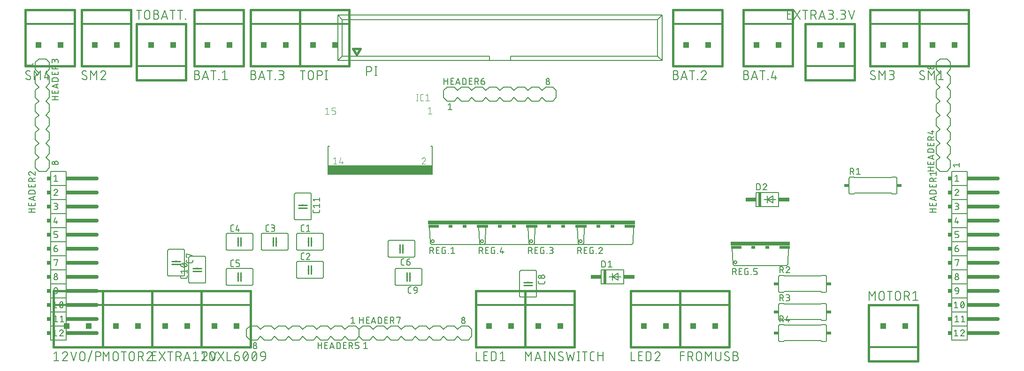
<source format=gbr>
G04 EAGLE Gerber X2 export*
%TF.Part,Single*%
%TF.FileFunction,Legend,Top,1*%
%TF.FilePolarity,Positive*%
%TF.GenerationSoftware,Autodesk,EAGLE,8.7.0*%
%TF.CreationDate,2018-03-25T19:01:44Z*%
G75*
%MOMM*%
%FSLAX34Y34*%
%LPD*%
%AMOC8*
5,1,8,0,0,1.08239X$1,22.5*%
G01*
%ADD10C,0.152400*%
%ADD11C,0.254000*%
%ADD12C,0.127000*%
%ADD13R,0.508000X2.540000*%
%ADD14R,1.905000X0.762000*%
%ADD15C,0.406400*%
%ADD16C,0.304800*%
%ADD17R,1.016000X1.016000*%
%ADD18C,0.660400*%
%ADD19R,0.762000X0.660400*%
%ADD20R,0.660400X0.660400*%
%ADD21C,0.203200*%
%ADD22R,0.863600X0.609600*%
%ADD23R,10.668000X0.762000*%
%ADD24R,1.905000X0.508000*%
%ADD25R,0.762000X0.508000*%
%ADD26C,0.101600*%
%ADD27R,18.950000X1.675000*%


D10*
X397510Y205740D02*
X440690Y205740D01*
X440690Y175260D02*
X397510Y175260D01*
X443230Y177800D02*
X443230Y203200D01*
X394970Y203200D02*
X394970Y177800D01*
X440690Y205740D02*
X440790Y205738D01*
X440889Y205732D01*
X440989Y205722D01*
X441087Y205709D01*
X441186Y205691D01*
X441283Y205670D01*
X441379Y205645D01*
X441475Y205616D01*
X441569Y205583D01*
X441662Y205547D01*
X441753Y205507D01*
X441843Y205463D01*
X441931Y205416D01*
X442017Y205366D01*
X442101Y205312D01*
X442183Y205255D01*
X442262Y205195D01*
X442340Y205131D01*
X442414Y205065D01*
X442486Y204996D01*
X442555Y204924D01*
X442621Y204850D01*
X442685Y204772D01*
X442745Y204693D01*
X442802Y204611D01*
X442856Y204527D01*
X442906Y204441D01*
X442953Y204353D01*
X442997Y204263D01*
X443037Y204172D01*
X443073Y204079D01*
X443106Y203985D01*
X443135Y203889D01*
X443160Y203793D01*
X443181Y203696D01*
X443199Y203597D01*
X443212Y203499D01*
X443222Y203399D01*
X443228Y203300D01*
X443230Y203200D01*
X397510Y205740D02*
X397410Y205738D01*
X397311Y205732D01*
X397211Y205722D01*
X397113Y205709D01*
X397014Y205691D01*
X396917Y205670D01*
X396821Y205645D01*
X396725Y205616D01*
X396631Y205583D01*
X396538Y205547D01*
X396447Y205507D01*
X396357Y205463D01*
X396269Y205416D01*
X396183Y205366D01*
X396099Y205312D01*
X396017Y205255D01*
X395938Y205195D01*
X395860Y205131D01*
X395786Y205065D01*
X395714Y204996D01*
X395645Y204924D01*
X395579Y204850D01*
X395515Y204772D01*
X395455Y204693D01*
X395398Y204611D01*
X395344Y204527D01*
X395294Y204441D01*
X395247Y204353D01*
X395203Y204263D01*
X395163Y204172D01*
X395127Y204079D01*
X395094Y203985D01*
X395065Y203889D01*
X395040Y203793D01*
X395019Y203696D01*
X395001Y203597D01*
X394988Y203499D01*
X394978Y203399D01*
X394972Y203300D01*
X394970Y203200D01*
X440690Y175260D02*
X440790Y175262D01*
X440889Y175268D01*
X440989Y175278D01*
X441087Y175291D01*
X441186Y175309D01*
X441283Y175330D01*
X441379Y175355D01*
X441475Y175384D01*
X441569Y175417D01*
X441662Y175453D01*
X441753Y175493D01*
X441843Y175537D01*
X441931Y175584D01*
X442017Y175634D01*
X442101Y175688D01*
X442183Y175745D01*
X442262Y175805D01*
X442340Y175869D01*
X442414Y175935D01*
X442486Y176004D01*
X442555Y176076D01*
X442621Y176150D01*
X442685Y176228D01*
X442745Y176307D01*
X442802Y176389D01*
X442856Y176473D01*
X442906Y176559D01*
X442953Y176647D01*
X442997Y176737D01*
X443037Y176828D01*
X443073Y176921D01*
X443106Y177015D01*
X443135Y177111D01*
X443160Y177207D01*
X443181Y177304D01*
X443199Y177403D01*
X443212Y177501D01*
X443222Y177601D01*
X443228Y177700D01*
X443230Y177800D01*
X397510Y175260D02*
X397410Y175262D01*
X397311Y175268D01*
X397211Y175278D01*
X397113Y175291D01*
X397014Y175309D01*
X396917Y175330D01*
X396821Y175355D01*
X396725Y175384D01*
X396631Y175417D01*
X396538Y175453D01*
X396447Y175493D01*
X396357Y175537D01*
X396269Y175584D01*
X396183Y175634D01*
X396099Y175688D01*
X396017Y175745D01*
X395938Y175805D01*
X395860Y175869D01*
X395786Y175935D01*
X395714Y176004D01*
X395645Y176076D01*
X395579Y176150D01*
X395515Y176228D01*
X395455Y176307D01*
X395398Y176389D01*
X395344Y176473D01*
X395294Y176559D01*
X395247Y176647D01*
X395203Y176737D01*
X395163Y176828D01*
X395127Y176921D01*
X395094Y177015D01*
X395065Y177111D01*
X395040Y177207D01*
X395019Y177304D01*
X395001Y177403D01*
X394988Y177501D01*
X394978Y177601D01*
X394972Y177700D01*
X394970Y177800D01*
X421640Y190500D02*
X422910Y190500D01*
D11*
X421640Y190500D02*
X421640Y198120D01*
X421640Y190500D02*
X421640Y182880D01*
X416560Y190500D02*
X416560Y198120D01*
X416560Y190500D02*
X416560Y182880D01*
D10*
X416560Y190500D02*
X415290Y190500D01*
D12*
X408305Y208915D02*
X405765Y208915D01*
X405665Y208917D01*
X405566Y208923D01*
X405466Y208933D01*
X405368Y208946D01*
X405269Y208964D01*
X405172Y208985D01*
X405076Y209010D01*
X404980Y209039D01*
X404886Y209072D01*
X404793Y209108D01*
X404702Y209148D01*
X404612Y209192D01*
X404524Y209239D01*
X404438Y209289D01*
X404354Y209343D01*
X404272Y209400D01*
X404193Y209460D01*
X404115Y209524D01*
X404041Y209590D01*
X403969Y209659D01*
X403900Y209731D01*
X403834Y209805D01*
X403770Y209883D01*
X403710Y209962D01*
X403653Y210044D01*
X403599Y210128D01*
X403549Y210214D01*
X403502Y210302D01*
X403458Y210392D01*
X403418Y210483D01*
X403382Y210576D01*
X403349Y210670D01*
X403320Y210766D01*
X403295Y210862D01*
X403274Y210959D01*
X403256Y211058D01*
X403243Y211156D01*
X403233Y211256D01*
X403227Y211355D01*
X403225Y211455D01*
X403225Y217805D01*
X403227Y217905D01*
X403233Y218004D01*
X403243Y218104D01*
X403256Y218202D01*
X403274Y218301D01*
X403295Y218398D01*
X403320Y218494D01*
X403349Y218590D01*
X403382Y218684D01*
X403418Y218777D01*
X403458Y218868D01*
X403502Y218958D01*
X403549Y219046D01*
X403599Y219132D01*
X403653Y219216D01*
X403710Y219298D01*
X403770Y219377D01*
X403834Y219455D01*
X403900Y219529D01*
X403969Y219601D01*
X404041Y219670D01*
X404115Y219736D01*
X404193Y219800D01*
X404272Y219860D01*
X404354Y219917D01*
X404438Y219971D01*
X404524Y220021D01*
X404612Y220068D01*
X404702Y220112D01*
X404793Y220152D01*
X404886Y220188D01*
X404980Y220221D01*
X405076Y220250D01*
X405172Y220275D01*
X405269Y220296D01*
X405368Y220314D01*
X405466Y220327D01*
X405566Y220337D01*
X405665Y220343D01*
X405765Y220345D01*
X408305Y220345D01*
X412787Y217805D02*
X415962Y220345D01*
X415962Y208915D01*
X412787Y208915D02*
X419137Y208915D01*
D10*
X200660Y161290D02*
X200660Y118110D01*
X231140Y118110D02*
X231140Y161290D01*
X228600Y163830D02*
X203200Y163830D01*
X203200Y115570D02*
X228600Y115570D01*
X200660Y161290D02*
X200662Y161390D01*
X200668Y161489D01*
X200678Y161589D01*
X200691Y161687D01*
X200709Y161786D01*
X200730Y161883D01*
X200755Y161979D01*
X200784Y162075D01*
X200817Y162169D01*
X200853Y162262D01*
X200893Y162353D01*
X200937Y162443D01*
X200984Y162531D01*
X201034Y162617D01*
X201088Y162701D01*
X201145Y162783D01*
X201205Y162862D01*
X201269Y162940D01*
X201335Y163014D01*
X201404Y163086D01*
X201476Y163155D01*
X201550Y163221D01*
X201628Y163285D01*
X201707Y163345D01*
X201789Y163402D01*
X201873Y163456D01*
X201959Y163506D01*
X202047Y163553D01*
X202137Y163597D01*
X202228Y163637D01*
X202321Y163673D01*
X202415Y163706D01*
X202511Y163735D01*
X202607Y163760D01*
X202704Y163781D01*
X202803Y163799D01*
X202901Y163812D01*
X203001Y163822D01*
X203100Y163828D01*
X203200Y163830D01*
X200660Y118110D02*
X200662Y118010D01*
X200668Y117911D01*
X200678Y117811D01*
X200691Y117713D01*
X200709Y117614D01*
X200730Y117517D01*
X200755Y117421D01*
X200784Y117325D01*
X200817Y117231D01*
X200853Y117138D01*
X200893Y117047D01*
X200937Y116957D01*
X200984Y116869D01*
X201034Y116783D01*
X201088Y116699D01*
X201145Y116617D01*
X201205Y116538D01*
X201269Y116460D01*
X201335Y116386D01*
X201404Y116314D01*
X201476Y116245D01*
X201550Y116179D01*
X201628Y116115D01*
X201707Y116055D01*
X201789Y115998D01*
X201873Y115944D01*
X201959Y115894D01*
X202047Y115847D01*
X202137Y115803D01*
X202228Y115763D01*
X202321Y115727D01*
X202415Y115694D01*
X202511Y115665D01*
X202607Y115640D01*
X202704Y115619D01*
X202803Y115601D01*
X202901Y115588D01*
X203001Y115578D01*
X203100Y115572D01*
X203200Y115570D01*
X231140Y161290D02*
X231138Y161390D01*
X231132Y161489D01*
X231122Y161589D01*
X231109Y161687D01*
X231091Y161786D01*
X231070Y161883D01*
X231045Y161979D01*
X231016Y162075D01*
X230983Y162169D01*
X230947Y162262D01*
X230907Y162353D01*
X230863Y162443D01*
X230816Y162531D01*
X230766Y162617D01*
X230712Y162701D01*
X230655Y162783D01*
X230595Y162862D01*
X230531Y162940D01*
X230465Y163014D01*
X230396Y163086D01*
X230324Y163155D01*
X230250Y163221D01*
X230172Y163285D01*
X230093Y163345D01*
X230011Y163402D01*
X229927Y163456D01*
X229841Y163506D01*
X229753Y163553D01*
X229663Y163597D01*
X229572Y163637D01*
X229479Y163673D01*
X229385Y163706D01*
X229289Y163735D01*
X229193Y163760D01*
X229096Y163781D01*
X228997Y163799D01*
X228899Y163812D01*
X228799Y163822D01*
X228700Y163828D01*
X228600Y163830D01*
X231140Y118110D02*
X231138Y118010D01*
X231132Y117911D01*
X231122Y117811D01*
X231109Y117713D01*
X231091Y117614D01*
X231070Y117517D01*
X231045Y117421D01*
X231016Y117325D01*
X230983Y117231D01*
X230947Y117138D01*
X230907Y117047D01*
X230863Y116957D01*
X230816Y116869D01*
X230766Y116783D01*
X230712Y116699D01*
X230655Y116617D01*
X230595Y116538D01*
X230531Y116460D01*
X230465Y116386D01*
X230396Y116314D01*
X230324Y116245D01*
X230250Y116179D01*
X230172Y116115D01*
X230093Y116055D01*
X230011Y115998D01*
X229927Y115944D01*
X229841Y115894D01*
X229753Y115847D01*
X229663Y115803D01*
X229572Y115763D01*
X229479Y115727D01*
X229385Y115694D01*
X229289Y115665D01*
X229193Y115640D01*
X229096Y115619D01*
X228997Y115601D01*
X228899Y115588D01*
X228799Y115578D01*
X228700Y115572D01*
X228600Y115570D01*
X215900Y142240D02*
X215900Y143510D01*
D11*
X215900Y142240D02*
X208280Y142240D01*
X215900Y142240D02*
X223520Y142240D01*
X215900Y137160D02*
X208280Y137160D01*
X215900Y137160D02*
X223520Y137160D01*
D10*
X215900Y137160D02*
X215900Y135890D01*
D12*
X197485Y128905D02*
X197485Y126365D01*
X197483Y126265D01*
X197477Y126166D01*
X197467Y126066D01*
X197454Y125968D01*
X197436Y125869D01*
X197415Y125772D01*
X197390Y125676D01*
X197361Y125580D01*
X197328Y125486D01*
X197292Y125393D01*
X197252Y125302D01*
X197208Y125212D01*
X197161Y125124D01*
X197111Y125038D01*
X197057Y124954D01*
X197000Y124872D01*
X196940Y124793D01*
X196876Y124715D01*
X196810Y124641D01*
X196741Y124569D01*
X196669Y124500D01*
X196595Y124434D01*
X196517Y124370D01*
X196438Y124310D01*
X196356Y124253D01*
X196272Y124199D01*
X196186Y124149D01*
X196098Y124102D01*
X196008Y124058D01*
X195917Y124018D01*
X195824Y123982D01*
X195730Y123949D01*
X195634Y123920D01*
X195538Y123895D01*
X195441Y123874D01*
X195342Y123856D01*
X195244Y123843D01*
X195144Y123833D01*
X195045Y123827D01*
X194945Y123825D01*
X188595Y123825D01*
X188495Y123827D01*
X188396Y123833D01*
X188296Y123843D01*
X188198Y123856D01*
X188099Y123874D01*
X188002Y123895D01*
X187906Y123920D01*
X187810Y123949D01*
X187716Y123982D01*
X187623Y124018D01*
X187532Y124058D01*
X187442Y124102D01*
X187354Y124149D01*
X187268Y124199D01*
X187184Y124253D01*
X187102Y124310D01*
X187023Y124370D01*
X186945Y124434D01*
X186871Y124500D01*
X186799Y124569D01*
X186730Y124641D01*
X186664Y124715D01*
X186600Y124793D01*
X186540Y124872D01*
X186483Y124954D01*
X186429Y125038D01*
X186379Y125124D01*
X186332Y125212D01*
X186288Y125302D01*
X186248Y125393D01*
X186212Y125486D01*
X186179Y125580D01*
X186150Y125676D01*
X186125Y125772D01*
X186104Y125869D01*
X186086Y125968D01*
X186073Y126066D01*
X186063Y126166D01*
X186057Y126265D01*
X186055Y126365D01*
X186055Y128905D01*
X188595Y133387D02*
X186055Y136562D01*
X197485Y136562D01*
X197485Y133387D02*
X197485Y139737D01*
X191770Y144818D02*
X191545Y144821D01*
X191320Y144829D01*
X191096Y144842D01*
X190872Y144861D01*
X190648Y144885D01*
X190425Y144914D01*
X190203Y144949D01*
X189982Y144989D01*
X189762Y145035D01*
X189543Y145085D01*
X189325Y145141D01*
X189108Y145202D01*
X188893Y145268D01*
X188680Y145339D01*
X188469Y145416D01*
X188259Y145497D01*
X188051Y145583D01*
X187846Y145674D01*
X187643Y145770D01*
X187643Y145769D02*
X187555Y145801D01*
X187468Y145837D01*
X187382Y145876D01*
X187298Y145919D01*
X187216Y145965D01*
X187136Y146014D01*
X187058Y146066D01*
X186982Y146122D01*
X186908Y146180D01*
X186837Y146242D01*
X186768Y146306D01*
X186702Y146373D01*
X186639Y146442D01*
X186578Y146514D01*
X186520Y146588D01*
X186466Y146665D01*
X186414Y146743D01*
X186366Y146824D01*
X186321Y146906D01*
X186279Y146991D01*
X186241Y147077D01*
X186206Y147164D01*
X186174Y147252D01*
X186147Y147342D01*
X186122Y147433D01*
X186102Y147525D01*
X186085Y147617D01*
X186072Y147711D01*
X186063Y147804D01*
X186057Y147898D01*
X186055Y147992D01*
X186057Y148086D01*
X186063Y148180D01*
X186072Y148273D01*
X186085Y148367D01*
X186102Y148459D01*
X186122Y148551D01*
X186147Y148642D01*
X186174Y148732D01*
X186206Y148820D01*
X186241Y148907D01*
X186279Y148993D01*
X186321Y149078D01*
X186366Y149160D01*
X186414Y149241D01*
X186466Y149319D01*
X186520Y149396D01*
X186578Y149470D01*
X186639Y149542D01*
X186702Y149611D01*
X186768Y149678D01*
X186837Y149742D01*
X186908Y149804D01*
X186982Y149862D01*
X187058Y149918D01*
X187136Y149970D01*
X187216Y150019D01*
X187298Y150065D01*
X187382Y150108D01*
X187468Y150147D01*
X187555Y150183D01*
X187643Y150215D01*
X187846Y150311D01*
X188051Y150402D01*
X188259Y150488D01*
X188469Y150569D01*
X188680Y150646D01*
X188893Y150717D01*
X189108Y150783D01*
X189325Y150844D01*
X189543Y150900D01*
X189762Y150950D01*
X189982Y150996D01*
X190203Y151036D01*
X190425Y151071D01*
X190648Y151100D01*
X190872Y151124D01*
X191096Y151143D01*
X191320Y151156D01*
X191545Y151164D01*
X191770Y151167D01*
X191770Y144818D02*
X191995Y144821D01*
X192220Y144829D01*
X192444Y144842D01*
X192668Y144861D01*
X192892Y144885D01*
X193115Y144914D01*
X193337Y144949D01*
X193558Y144989D01*
X193778Y145035D01*
X193997Y145085D01*
X194215Y145141D01*
X194432Y145202D01*
X194647Y145268D01*
X194860Y145339D01*
X195071Y145416D01*
X195281Y145497D01*
X195489Y145583D01*
X195694Y145674D01*
X195897Y145770D01*
X195898Y145769D02*
X195986Y145801D01*
X196073Y145837D01*
X196159Y145876D01*
X196243Y145919D01*
X196325Y145965D01*
X196405Y146014D01*
X196483Y146066D01*
X196559Y146122D01*
X196633Y146180D01*
X196704Y146242D01*
X196773Y146306D01*
X196839Y146373D01*
X196902Y146442D01*
X196963Y146514D01*
X197021Y146588D01*
X197075Y146665D01*
X197127Y146743D01*
X197175Y146824D01*
X197220Y146906D01*
X197262Y146991D01*
X197300Y147077D01*
X197335Y147164D01*
X197367Y147252D01*
X197394Y147342D01*
X197419Y147433D01*
X197439Y147525D01*
X197456Y147617D01*
X197469Y147711D01*
X197478Y147804D01*
X197484Y147898D01*
X197486Y147992D01*
X195897Y150215D02*
X195694Y150311D01*
X195489Y150402D01*
X195281Y150488D01*
X195071Y150569D01*
X194860Y150646D01*
X194647Y150717D01*
X194432Y150783D01*
X194215Y150844D01*
X193997Y150900D01*
X193778Y150950D01*
X193558Y150996D01*
X193337Y151036D01*
X193115Y151071D01*
X192892Y151100D01*
X192668Y151124D01*
X192444Y151143D01*
X192220Y151156D01*
X191995Y151164D01*
X191770Y151167D01*
X195898Y150215D02*
X195986Y150183D01*
X196073Y150147D01*
X196159Y150108D01*
X196243Y150065D01*
X196325Y150019D01*
X196405Y149970D01*
X196483Y149918D01*
X196559Y149862D01*
X196633Y149804D01*
X196704Y149742D01*
X196773Y149678D01*
X196839Y149611D01*
X196902Y149542D01*
X196963Y149470D01*
X197021Y149396D01*
X197075Y149319D01*
X197127Y149241D01*
X197175Y149160D01*
X197220Y149078D01*
X197262Y148993D01*
X197300Y148907D01*
X197335Y148820D01*
X197367Y148732D01*
X197394Y148642D01*
X197419Y148551D01*
X197439Y148459D01*
X197456Y148367D01*
X197469Y148273D01*
X197478Y148180D01*
X197484Y148086D01*
X197486Y147992D01*
X194945Y145452D02*
X188595Y150532D01*
D10*
X397510Y154940D02*
X440690Y154940D01*
X440690Y124460D02*
X397510Y124460D01*
X443230Y127000D02*
X443230Y152400D01*
X394970Y152400D02*
X394970Y127000D01*
X440690Y154940D02*
X440790Y154938D01*
X440889Y154932D01*
X440989Y154922D01*
X441087Y154909D01*
X441186Y154891D01*
X441283Y154870D01*
X441379Y154845D01*
X441475Y154816D01*
X441569Y154783D01*
X441662Y154747D01*
X441753Y154707D01*
X441843Y154663D01*
X441931Y154616D01*
X442017Y154566D01*
X442101Y154512D01*
X442183Y154455D01*
X442262Y154395D01*
X442340Y154331D01*
X442414Y154265D01*
X442486Y154196D01*
X442555Y154124D01*
X442621Y154050D01*
X442685Y153972D01*
X442745Y153893D01*
X442802Y153811D01*
X442856Y153727D01*
X442906Y153641D01*
X442953Y153553D01*
X442997Y153463D01*
X443037Y153372D01*
X443073Y153279D01*
X443106Y153185D01*
X443135Y153089D01*
X443160Y152993D01*
X443181Y152896D01*
X443199Y152797D01*
X443212Y152699D01*
X443222Y152599D01*
X443228Y152500D01*
X443230Y152400D01*
X397510Y154940D02*
X397410Y154938D01*
X397311Y154932D01*
X397211Y154922D01*
X397113Y154909D01*
X397014Y154891D01*
X396917Y154870D01*
X396821Y154845D01*
X396725Y154816D01*
X396631Y154783D01*
X396538Y154747D01*
X396447Y154707D01*
X396357Y154663D01*
X396269Y154616D01*
X396183Y154566D01*
X396099Y154512D01*
X396017Y154455D01*
X395938Y154395D01*
X395860Y154331D01*
X395786Y154265D01*
X395714Y154196D01*
X395645Y154124D01*
X395579Y154050D01*
X395515Y153972D01*
X395455Y153893D01*
X395398Y153811D01*
X395344Y153727D01*
X395294Y153641D01*
X395247Y153553D01*
X395203Y153463D01*
X395163Y153372D01*
X395127Y153279D01*
X395094Y153185D01*
X395065Y153089D01*
X395040Y152993D01*
X395019Y152896D01*
X395001Y152797D01*
X394988Y152699D01*
X394978Y152599D01*
X394972Y152500D01*
X394970Y152400D01*
X440690Y124460D02*
X440790Y124462D01*
X440889Y124468D01*
X440989Y124478D01*
X441087Y124491D01*
X441186Y124509D01*
X441283Y124530D01*
X441379Y124555D01*
X441475Y124584D01*
X441569Y124617D01*
X441662Y124653D01*
X441753Y124693D01*
X441843Y124737D01*
X441931Y124784D01*
X442017Y124834D01*
X442101Y124888D01*
X442183Y124945D01*
X442262Y125005D01*
X442340Y125069D01*
X442414Y125135D01*
X442486Y125204D01*
X442555Y125276D01*
X442621Y125350D01*
X442685Y125428D01*
X442745Y125507D01*
X442802Y125589D01*
X442856Y125673D01*
X442906Y125759D01*
X442953Y125847D01*
X442997Y125937D01*
X443037Y126028D01*
X443073Y126121D01*
X443106Y126215D01*
X443135Y126311D01*
X443160Y126407D01*
X443181Y126504D01*
X443199Y126603D01*
X443212Y126701D01*
X443222Y126801D01*
X443228Y126900D01*
X443230Y127000D01*
X397510Y124460D02*
X397410Y124462D01*
X397311Y124468D01*
X397211Y124478D01*
X397113Y124491D01*
X397014Y124509D01*
X396917Y124530D01*
X396821Y124555D01*
X396725Y124584D01*
X396631Y124617D01*
X396538Y124653D01*
X396447Y124693D01*
X396357Y124737D01*
X396269Y124784D01*
X396183Y124834D01*
X396099Y124888D01*
X396017Y124945D01*
X395938Y125005D01*
X395860Y125069D01*
X395786Y125135D01*
X395714Y125204D01*
X395645Y125276D01*
X395579Y125350D01*
X395515Y125428D01*
X395455Y125507D01*
X395398Y125589D01*
X395344Y125673D01*
X395294Y125759D01*
X395247Y125847D01*
X395203Y125937D01*
X395163Y126028D01*
X395127Y126121D01*
X395094Y126215D01*
X395065Y126311D01*
X395040Y126407D01*
X395019Y126504D01*
X395001Y126603D01*
X394988Y126701D01*
X394978Y126801D01*
X394972Y126900D01*
X394970Y127000D01*
X421640Y139700D02*
X422910Y139700D01*
D11*
X421640Y139700D02*
X421640Y147320D01*
X421640Y139700D02*
X421640Y132080D01*
X416560Y139700D02*
X416560Y147320D01*
X416560Y139700D02*
X416560Y132080D01*
D10*
X416560Y139700D02*
X415290Y139700D01*
D12*
X408305Y158115D02*
X405765Y158115D01*
X405665Y158117D01*
X405566Y158123D01*
X405466Y158133D01*
X405368Y158146D01*
X405269Y158164D01*
X405172Y158185D01*
X405076Y158210D01*
X404980Y158239D01*
X404886Y158272D01*
X404793Y158308D01*
X404702Y158348D01*
X404612Y158392D01*
X404524Y158439D01*
X404438Y158489D01*
X404354Y158543D01*
X404272Y158600D01*
X404193Y158660D01*
X404115Y158724D01*
X404041Y158790D01*
X403969Y158859D01*
X403900Y158931D01*
X403834Y159005D01*
X403770Y159083D01*
X403710Y159162D01*
X403653Y159244D01*
X403599Y159328D01*
X403549Y159414D01*
X403502Y159502D01*
X403458Y159592D01*
X403418Y159683D01*
X403382Y159776D01*
X403349Y159870D01*
X403320Y159966D01*
X403295Y160062D01*
X403274Y160159D01*
X403256Y160258D01*
X403243Y160356D01*
X403233Y160456D01*
X403227Y160555D01*
X403225Y160655D01*
X403225Y167005D01*
X403227Y167105D01*
X403233Y167204D01*
X403243Y167304D01*
X403256Y167402D01*
X403274Y167501D01*
X403295Y167598D01*
X403320Y167694D01*
X403349Y167790D01*
X403382Y167884D01*
X403418Y167977D01*
X403458Y168068D01*
X403502Y168158D01*
X403549Y168246D01*
X403599Y168332D01*
X403653Y168416D01*
X403710Y168498D01*
X403770Y168577D01*
X403834Y168655D01*
X403900Y168729D01*
X403969Y168801D01*
X404041Y168870D01*
X404115Y168936D01*
X404193Y169000D01*
X404272Y169060D01*
X404354Y169117D01*
X404438Y169171D01*
X404524Y169221D01*
X404612Y169268D01*
X404702Y169312D01*
X404793Y169352D01*
X404886Y169388D01*
X404980Y169421D01*
X405076Y169450D01*
X405172Y169475D01*
X405269Y169496D01*
X405368Y169514D01*
X405466Y169527D01*
X405566Y169537D01*
X405665Y169543D01*
X405765Y169545D01*
X408305Y169545D01*
X416280Y169546D02*
X416384Y169544D01*
X416489Y169538D01*
X416593Y169529D01*
X416696Y169516D01*
X416799Y169498D01*
X416901Y169478D01*
X417003Y169453D01*
X417103Y169425D01*
X417203Y169393D01*
X417301Y169357D01*
X417398Y169318D01*
X417493Y169276D01*
X417587Y169230D01*
X417679Y169180D01*
X417769Y169128D01*
X417857Y169072D01*
X417943Y169012D01*
X418027Y168950D01*
X418108Y168885D01*
X418187Y168817D01*
X418264Y168745D01*
X418337Y168672D01*
X418409Y168595D01*
X418477Y168516D01*
X418542Y168435D01*
X418604Y168351D01*
X418664Y168265D01*
X418720Y168177D01*
X418772Y168087D01*
X418822Y167995D01*
X418868Y167901D01*
X418910Y167806D01*
X418949Y167709D01*
X418985Y167611D01*
X419017Y167511D01*
X419045Y167411D01*
X419070Y167309D01*
X419090Y167207D01*
X419108Y167104D01*
X419121Y167001D01*
X419130Y166897D01*
X419136Y166792D01*
X419138Y166688D01*
X416280Y169545D02*
X416162Y169543D01*
X416043Y169537D01*
X415925Y169528D01*
X415808Y169515D01*
X415691Y169497D01*
X415574Y169477D01*
X415458Y169452D01*
X415343Y169424D01*
X415230Y169391D01*
X415117Y169356D01*
X415005Y169316D01*
X414895Y169274D01*
X414786Y169227D01*
X414678Y169177D01*
X414573Y169124D01*
X414469Y169067D01*
X414367Y169007D01*
X414267Y168944D01*
X414169Y168877D01*
X414073Y168808D01*
X413980Y168735D01*
X413889Y168659D01*
X413800Y168581D01*
X413714Y168499D01*
X413631Y168415D01*
X413550Y168329D01*
X413473Y168239D01*
X413398Y168148D01*
X413326Y168054D01*
X413257Y167957D01*
X413192Y167859D01*
X413129Y167758D01*
X413070Y167655D01*
X413014Y167551D01*
X412962Y167445D01*
X412913Y167337D01*
X412868Y167228D01*
X412826Y167117D01*
X412788Y167005D01*
X418185Y164466D02*
X418261Y164541D01*
X418336Y164620D01*
X418407Y164701D01*
X418476Y164785D01*
X418541Y164871D01*
X418603Y164959D01*
X418663Y165049D01*
X418719Y165141D01*
X418772Y165236D01*
X418821Y165332D01*
X418867Y165430D01*
X418910Y165529D01*
X418949Y165630D01*
X418984Y165732D01*
X419016Y165835D01*
X419044Y165939D01*
X419069Y166044D01*
X419090Y166151D01*
X419107Y166257D01*
X419120Y166364D01*
X419129Y166472D01*
X419135Y166580D01*
X419137Y166688D01*
X418185Y164465D02*
X412787Y158115D01*
X419137Y158115D01*
D10*
X377190Y205740D02*
X334010Y205740D01*
X334010Y175260D02*
X377190Y175260D01*
X379730Y177800D02*
X379730Y203200D01*
X331470Y203200D02*
X331470Y177800D01*
X377190Y205740D02*
X377290Y205738D01*
X377389Y205732D01*
X377489Y205722D01*
X377587Y205709D01*
X377686Y205691D01*
X377783Y205670D01*
X377879Y205645D01*
X377975Y205616D01*
X378069Y205583D01*
X378162Y205547D01*
X378253Y205507D01*
X378343Y205463D01*
X378431Y205416D01*
X378517Y205366D01*
X378601Y205312D01*
X378683Y205255D01*
X378762Y205195D01*
X378840Y205131D01*
X378914Y205065D01*
X378986Y204996D01*
X379055Y204924D01*
X379121Y204850D01*
X379185Y204772D01*
X379245Y204693D01*
X379302Y204611D01*
X379356Y204527D01*
X379406Y204441D01*
X379453Y204353D01*
X379497Y204263D01*
X379537Y204172D01*
X379573Y204079D01*
X379606Y203985D01*
X379635Y203889D01*
X379660Y203793D01*
X379681Y203696D01*
X379699Y203597D01*
X379712Y203499D01*
X379722Y203399D01*
X379728Y203300D01*
X379730Y203200D01*
X334010Y205740D02*
X333910Y205738D01*
X333811Y205732D01*
X333711Y205722D01*
X333613Y205709D01*
X333514Y205691D01*
X333417Y205670D01*
X333321Y205645D01*
X333225Y205616D01*
X333131Y205583D01*
X333038Y205547D01*
X332947Y205507D01*
X332857Y205463D01*
X332769Y205416D01*
X332683Y205366D01*
X332599Y205312D01*
X332517Y205255D01*
X332438Y205195D01*
X332360Y205131D01*
X332286Y205065D01*
X332214Y204996D01*
X332145Y204924D01*
X332079Y204850D01*
X332015Y204772D01*
X331955Y204693D01*
X331898Y204611D01*
X331844Y204527D01*
X331794Y204441D01*
X331747Y204353D01*
X331703Y204263D01*
X331663Y204172D01*
X331627Y204079D01*
X331594Y203985D01*
X331565Y203889D01*
X331540Y203793D01*
X331519Y203696D01*
X331501Y203597D01*
X331488Y203499D01*
X331478Y203399D01*
X331472Y203300D01*
X331470Y203200D01*
X377190Y175260D02*
X377290Y175262D01*
X377389Y175268D01*
X377489Y175278D01*
X377587Y175291D01*
X377686Y175309D01*
X377783Y175330D01*
X377879Y175355D01*
X377975Y175384D01*
X378069Y175417D01*
X378162Y175453D01*
X378253Y175493D01*
X378343Y175537D01*
X378431Y175584D01*
X378517Y175634D01*
X378601Y175688D01*
X378683Y175745D01*
X378762Y175805D01*
X378840Y175869D01*
X378914Y175935D01*
X378986Y176004D01*
X379055Y176076D01*
X379121Y176150D01*
X379185Y176228D01*
X379245Y176307D01*
X379302Y176389D01*
X379356Y176473D01*
X379406Y176559D01*
X379453Y176647D01*
X379497Y176737D01*
X379537Y176828D01*
X379573Y176921D01*
X379606Y177015D01*
X379635Y177111D01*
X379660Y177207D01*
X379681Y177304D01*
X379699Y177403D01*
X379712Y177501D01*
X379722Y177601D01*
X379728Y177700D01*
X379730Y177800D01*
X334010Y175260D02*
X333910Y175262D01*
X333811Y175268D01*
X333711Y175278D01*
X333613Y175291D01*
X333514Y175309D01*
X333417Y175330D01*
X333321Y175355D01*
X333225Y175384D01*
X333131Y175417D01*
X333038Y175453D01*
X332947Y175493D01*
X332857Y175537D01*
X332769Y175584D01*
X332683Y175634D01*
X332599Y175688D01*
X332517Y175745D01*
X332438Y175805D01*
X332360Y175869D01*
X332286Y175935D01*
X332214Y176004D01*
X332145Y176076D01*
X332079Y176150D01*
X332015Y176228D01*
X331955Y176307D01*
X331898Y176389D01*
X331844Y176473D01*
X331794Y176559D01*
X331747Y176647D01*
X331703Y176737D01*
X331663Y176828D01*
X331627Y176921D01*
X331594Y177015D01*
X331565Y177111D01*
X331540Y177207D01*
X331519Y177304D01*
X331501Y177403D01*
X331488Y177501D01*
X331478Y177601D01*
X331472Y177700D01*
X331470Y177800D01*
X358140Y190500D02*
X359410Y190500D01*
D11*
X358140Y190500D02*
X358140Y198120D01*
X358140Y190500D02*
X358140Y182880D01*
X353060Y190500D02*
X353060Y198120D01*
X353060Y190500D02*
X353060Y182880D01*
D10*
X353060Y190500D02*
X351790Y190500D01*
D12*
X344805Y208915D02*
X342265Y208915D01*
X342165Y208917D01*
X342066Y208923D01*
X341966Y208933D01*
X341868Y208946D01*
X341769Y208964D01*
X341672Y208985D01*
X341576Y209010D01*
X341480Y209039D01*
X341386Y209072D01*
X341293Y209108D01*
X341202Y209148D01*
X341112Y209192D01*
X341024Y209239D01*
X340938Y209289D01*
X340854Y209343D01*
X340772Y209400D01*
X340693Y209460D01*
X340615Y209524D01*
X340541Y209590D01*
X340469Y209659D01*
X340400Y209731D01*
X340334Y209805D01*
X340270Y209883D01*
X340210Y209962D01*
X340153Y210044D01*
X340099Y210128D01*
X340049Y210214D01*
X340002Y210302D01*
X339958Y210392D01*
X339918Y210483D01*
X339882Y210576D01*
X339849Y210670D01*
X339820Y210766D01*
X339795Y210862D01*
X339774Y210959D01*
X339756Y211058D01*
X339743Y211156D01*
X339733Y211256D01*
X339727Y211355D01*
X339725Y211455D01*
X339725Y217805D01*
X339727Y217905D01*
X339733Y218004D01*
X339743Y218104D01*
X339756Y218202D01*
X339774Y218301D01*
X339795Y218398D01*
X339820Y218494D01*
X339849Y218590D01*
X339882Y218684D01*
X339918Y218777D01*
X339958Y218868D01*
X340002Y218958D01*
X340049Y219046D01*
X340099Y219132D01*
X340153Y219216D01*
X340210Y219298D01*
X340270Y219377D01*
X340334Y219455D01*
X340400Y219529D01*
X340469Y219601D01*
X340541Y219670D01*
X340615Y219736D01*
X340693Y219800D01*
X340772Y219860D01*
X340854Y219917D01*
X340938Y219971D01*
X341024Y220021D01*
X341112Y220068D01*
X341202Y220112D01*
X341293Y220152D01*
X341386Y220188D01*
X341480Y220221D01*
X341576Y220250D01*
X341672Y220275D01*
X341769Y220296D01*
X341868Y220314D01*
X341966Y220327D01*
X342066Y220337D01*
X342165Y220343D01*
X342265Y220345D01*
X344805Y220345D01*
X349287Y208915D02*
X352462Y208915D01*
X352573Y208917D01*
X352683Y208923D01*
X352794Y208932D01*
X352904Y208946D01*
X353013Y208963D01*
X353122Y208984D01*
X353230Y209009D01*
X353337Y209038D01*
X353443Y209070D01*
X353548Y209106D01*
X353651Y209146D01*
X353753Y209189D01*
X353854Y209236D01*
X353953Y209287D01*
X354050Y209340D01*
X354144Y209397D01*
X354237Y209458D01*
X354328Y209521D01*
X354417Y209588D01*
X354503Y209658D01*
X354586Y209731D01*
X354668Y209806D01*
X354746Y209884D01*
X354821Y209966D01*
X354894Y210049D01*
X354964Y210135D01*
X355031Y210224D01*
X355094Y210315D01*
X355155Y210408D01*
X355212Y210502D01*
X355265Y210599D01*
X355316Y210698D01*
X355363Y210799D01*
X355406Y210901D01*
X355446Y211004D01*
X355482Y211109D01*
X355514Y211215D01*
X355543Y211322D01*
X355568Y211430D01*
X355589Y211539D01*
X355606Y211648D01*
X355620Y211758D01*
X355629Y211869D01*
X355635Y211979D01*
X355637Y212090D01*
X355635Y212201D01*
X355629Y212311D01*
X355620Y212422D01*
X355606Y212532D01*
X355589Y212641D01*
X355568Y212750D01*
X355543Y212858D01*
X355514Y212965D01*
X355482Y213071D01*
X355446Y213176D01*
X355406Y213279D01*
X355363Y213381D01*
X355316Y213482D01*
X355265Y213581D01*
X355212Y213677D01*
X355155Y213772D01*
X355094Y213865D01*
X355031Y213956D01*
X354964Y214045D01*
X354894Y214131D01*
X354821Y214214D01*
X354746Y214296D01*
X354668Y214374D01*
X354586Y214449D01*
X354503Y214522D01*
X354417Y214592D01*
X354328Y214659D01*
X354237Y214722D01*
X354144Y214783D01*
X354050Y214840D01*
X353953Y214893D01*
X353854Y214944D01*
X353753Y214991D01*
X353651Y215034D01*
X353548Y215074D01*
X353443Y215110D01*
X353337Y215142D01*
X353230Y215171D01*
X353122Y215196D01*
X353013Y215217D01*
X352904Y215234D01*
X352794Y215248D01*
X352683Y215257D01*
X352573Y215263D01*
X352462Y215265D01*
X353097Y220345D02*
X349287Y220345D01*
X353097Y220345D02*
X353197Y220343D01*
X353296Y220337D01*
X353396Y220327D01*
X353494Y220314D01*
X353593Y220296D01*
X353690Y220275D01*
X353786Y220250D01*
X353882Y220221D01*
X353976Y220188D01*
X354069Y220152D01*
X354160Y220112D01*
X354250Y220068D01*
X354338Y220021D01*
X354424Y219971D01*
X354508Y219917D01*
X354590Y219860D01*
X354669Y219800D01*
X354747Y219736D01*
X354821Y219670D01*
X354893Y219601D01*
X354962Y219529D01*
X355028Y219455D01*
X355092Y219377D01*
X355152Y219298D01*
X355209Y219216D01*
X355263Y219132D01*
X355313Y219046D01*
X355360Y218958D01*
X355404Y218868D01*
X355444Y218777D01*
X355480Y218684D01*
X355513Y218590D01*
X355542Y218494D01*
X355567Y218398D01*
X355588Y218301D01*
X355606Y218202D01*
X355619Y218104D01*
X355629Y218004D01*
X355635Y217905D01*
X355637Y217805D01*
X355635Y217705D01*
X355629Y217606D01*
X355619Y217506D01*
X355606Y217408D01*
X355588Y217309D01*
X355567Y217212D01*
X355542Y217116D01*
X355513Y217020D01*
X355480Y216926D01*
X355444Y216833D01*
X355404Y216742D01*
X355360Y216652D01*
X355313Y216564D01*
X355263Y216478D01*
X355209Y216394D01*
X355152Y216312D01*
X355092Y216233D01*
X355028Y216155D01*
X354962Y216081D01*
X354893Y216009D01*
X354821Y215940D01*
X354747Y215874D01*
X354669Y215810D01*
X354590Y215750D01*
X354508Y215693D01*
X354424Y215639D01*
X354338Y215589D01*
X354250Y215542D01*
X354160Y215498D01*
X354069Y215458D01*
X353976Y215422D01*
X353882Y215389D01*
X353786Y215360D01*
X353690Y215335D01*
X353593Y215314D01*
X353494Y215296D01*
X353396Y215283D01*
X353296Y215273D01*
X353197Y215267D01*
X353097Y215265D01*
X350557Y215265D01*
D10*
X313690Y205740D02*
X270510Y205740D01*
X270510Y175260D02*
X313690Y175260D01*
X316230Y177800D02*
X316230Y203200D01*
X267970Y203200D02*
X267970Y177800D01*
X313690Y205740D02*
X313790Y205738D01*
X313889Y205732D01*
X313989Y205722D01*
X314087Y205709D01*
X314186Y205691D01*
X314283Y205670D01*
X314379Y205645D01*
X314475Y205616D01*
X314569Y205583D01*
X314662Y205547D01*
X314753Y205507D01*
X314843Y205463D01*
X314931Y205416D01*
X315017Y205366D01*
X315101Y205312D01*
X315183Y205255D01*
X315262Y205195D01*
X315340Y205131D01*
X315414Y205065D01*
X315486Y204996D01*
X315555Y204924D01*
X315621Y204850D01*
X315685Y204772D01*
X315745Y204693D01*
X315802Y204611D01*
X315856Y204527D01*
X315906Y204441D01*
X315953Y204353D01*
X315997Y204263D01*
X316037Y204172D01*
X316073Y204079D01*
X316106Y203985D01*
X316135Y203889D01*
X316160Y203793D01*
X316181Y203696D01*
X316199Y203597D01*
X316212Y203499D01*
X316222Y203399D01*
X316228Y203300D01*
X316230Y203200D01*
X270510Y205740D02*
X270410Y205738D01*
X270311Y205732D01*
X270211Y205722D01*
X270113Y205709D01*
X270014Y205691D01*
X269917Y205670D01*
X269821Y205645D01*
X269725Y205616D01*
X269631Y205583D01*
X269538Y205547D01*
X269447Y205507D01*
X269357Y205463D01*
X269269Y205416D01*
X269183Y205366D01*
X269099Y205312D01*
X269017Y205255D01*
X268938Y205195D01*
X268860Y205131D01*
X268786Y205065D01*
X268714Y204996D01*
X268645Y204924D01*
X268579Y204850D01*
X268515Y204772D01*
X268455Y204693D01*
X268398Y204611D01*
X268344Y204527D01*
X268294Y204441D01*
X268247Y204353D01*
X268203Y204263D01*
X268163Y204172D01*
X268127Y204079D01*
X268094Y203985D01*
X268065Y203889D01*
X268040Y203793D01*
X268019Y203696D01*
X268001Y203597D01*
X267988Y203499D01*
X267978Y203399D01*
X267972Y203300D01*
X267970Y203200D01*
X313690Y175260D02*
X313790Y175262D01*
X313889Y175268D01*
X313989Y175278D01*
X314087Y175291D01*
X314186Y175309D01*
X314283Y175330D01*
X314379Y175355D01*
X314475Y175384D01*
X314569Y175417D01*
X314662Y175453D01*
X314753Y175493D01*
X314843Y175537D01*
X314931Y175584D01*
X315017Y175634D01*
X315101Y175688D01*
X315183Y175745D01*
X315262Y175805D01*
X315340Y175869D01*
X315414Y175935D01*
X315486Y176004D01*
X315555Y176076D01*
X315621Y176150D01*
X315685Y176228D01*
X315745Y176307D01*
X315802Y176389D01*
X315856Y176473D01*
X315906Y176559D01*
X315953Y176647D01*
X315997Y176737D01*
X316037Y176828D01*
X316073Y176921D01*
X316106Y177015D01*
X316135Y177111D01*
X316160Y177207D01*
X316181Y177304D01*
X316199Y177403D01*
X316212Y177501D01*
X316222Y177601D01*
X316228Y177700D01*
X316230Y177800D01*
X270510Y175260D02*
X270410Y175262D01*
X270311Y175268D01*
X270211Y175278D01*
X270113Y175291D01*
X270014Y175309D01*
X269917Y175330D01*
X269821Y175355D01*
X269725Y175384D01*
X269631Y175417D01*
X269538Y175453D01*
X269447Y175493D01*
X269357Y175537D01*
X269269Y175584D01*
X269183Y175634D01*
X269099Y175688D01*
X269017Y175745D01*
X268938Y175805D01*
X268860Y175869D01*
X268786Y175935D01*
X268714Y176004D01*
X268645Y176076D01*
X268579Y176150D01*
X268515Y176228D01*
X268455Y176307D01*
X268398Y176389D01*
X268344Y176473D01*
X268294Y176559D01*
X268247Y176647D01*
X268203Y176737D01*
X268163Y176828D01*
X268127Y176921D01*
X268094Y177015D01*
X268065Y177111D01*
X268040Y177207D01*
X268019Y177304D01*
X268001Y177403D01*
X267988Y177501D01*
X267978Y177601D01*
X267972Y177700D01*
X267970Y177800D01*
X294640Y190500D02*
X295910Y190500D01*
D11*
X294640Y190500D02*
X294640Y198120D01*
X294640Y190500D02*
X294640Y182880D01*
X289560Y190500D02*
X289560Y198120D01*
X289560Y190500D02*
X289560Y182880D01*
D10*
X289560Y190500D02*
X288290Y190500D01*
D12*
X281305Y208915D02*
X278765Y208915D01*
X278665Y208917D01*
X278566Y208923D01*
X278466Y208933D01*
X278368Y208946D01*
X278269Y208964D01*
X278172Y208985D01*
X278076Y209010D01*
X277980Y209039D01*
X277886Y209072D01*
X277793Y209108D01*
X277702Y209148D01*
X277612Y209192D01*
X277524Y209239D01*
X277438Y209289D01*
X277354Y209343D01*
X277272Y209400D01*
X277193Y209460D01*
X277115Y209524D01*
X277041Y209590D01*
X276969Y209659D01*
X276900Y209731D01*
X276834Y209805D01*
X276770Y209883D01*
X276710Y209962D01*
X276653Y210044D01*
X276599Y210128D01*
X276549Y210214D01*
X276502Y210302D01*
X276458Y210392D01*
X276418Y210483D01*
X276382Y210576D01*
X276349Y210670D01*
X276320Y210766D01*
X276295Y210862D01*
X276274Y210959D01*
X276256Y211058D01*
X276243Y211156D01*
X276233Y211256D01*
X276227Y211355D01*
X276225Y211455D01*
X276225Y217805D01*
X276227Y217905D01*
X276233Y218004D01*
X276243Y218104D01*
X276256Y218202D01*
X276274Y218301D01*
X276295Y218398D01*
X276320Y218494D01*
X276349Y218590D01*
X276382Y218684D01*
X276418Y218777D01*
X276458Y218868D01*
X276502Y218958D01*
X276549Y219046D01*
X276599Y219132D01*
X276653Y219216D01*
X276710Y219298D01*
X276770Y219377D01*
X276834Y219455D01*
X276900Y219529D01*
X276969Y219601D01*
X277041Y219670D01*
X277115Y219736D01*
X277193Y219800D01*
X277272Y219860D01*
X277354Y219917D01*
X277438Y219971D01*
X277524Y220021D01*
X277612Y220068D01*
X277702Y220112D01*
X277793Y220152D01*
X277886Y220188D01*
X277980Y220221D01*
X278076Y220250D01*
X278172Y220275D01*
X278269Y220296D01*
X278368Y220314D01*
X278466Y220327D01*
X278566Y220337D01*
X278665Y220343D01*
X278765Y220345D01*
X281305Y220345D01*
X288327Y220345D02*
X285787Y211455D01*
X292137Y211455D01*
X290232Y213995D02*
X290232Y208915D01*
D10*
X270510Y142240D02*
X313690Y142240D01*
X313690Y111760D02*
X270510Y111760D01*
X316230Y114300D02*
X316230Y139700D01*
X267970Y139700D02*
X267970Y114300D01*
X313690Y142240D02*
X313790Y142238D01*
X313889Y142232D01*
X313989Y142222D01*
X314087Y142209D01*
X314186Y142191D01*
X314283Y142170D01*
X314379Y142145D01*
X314475Y142116D01*
X314569Y142083D01*
X314662Y142047D01*
X314753Y142007D01*
X314843Y141963D01*
X314931Y141916D01*
X315017Y141866D01*
X315101Y141812D01*
X315183Y141755D01*
X315262Y141695D01*
X315340Y141631D01*
X315414Y141565D01*
X315486Y141496D01*
X315555Y141424D01*
X315621Y141350D01*
X315685Y141272D01*
X315745Y141193D01*
X315802Y141111D01*
X315856Y141027D01*
X315906Y140941D01*
X315953Y140853D01*
X315997Y140763D01*
X316037Y140672D01*
X316073Y140579D01*
X316106Y140485D01*
X316135Y140389D01*
X316160Y140293D01*
X316181Y140196D01*
X316199Y140097D01*
X316212Y139999D01*
X316222Y139899D01*
X316228Y139800D01*
X316230Y139700D01*
X270510Y142240D02*
X270410Y142238D01*
X270311Y142232D01*
X270211Y142222D01*
X270113Y142209D01*
X270014Y142191D01*
X269917Y142170D01*
X269821Y142145D01*
X269725Y142116D01*
X269631Y142083D01*
X269538Y142047D01*
X269447Y142007D01*
X269357Y141963D01*
X269269Y141916D01*
X269183Y141866D01*
X269099Y141812D01*
X269017Y141755D01*
X268938Y141695D01*
X268860Y141631D01*
X268786Y141565D01*
X268714Y141496D01*
X268645Y141424D01*
X268579Y141350D01*
X268515Y141272D01*
X268455Y141193D01*
X268398Y141111D01*
X268344Y141027D01*
X268294Y140941D01*
X268247Y140853D01*
X268203Y140763D01*
X268163Y140672D01*
X268127Y140579D01*
X268094Y140485D01*
X268065Y140389D01*
X268040Y140293D01*
X268019Y140196D01*
X268001Y140097D01*
X267988Y139999D01*
X267978Y139899D01*
X267972Y139800D01*
X267970Y139700D01*
X313690Y111760D02*
X313790Y111762D01*
X313889Y111768D01*
X313989Y111778D01*
X314087Y111791D01*
X314186Y111809D01*
X314283Y111830D01*
X314379Y111855D01*
X314475Y111884D01*
X314569Y111917D01*
X314662Y111953D01*
X314753Y111993D01*
X314843Y112037D01*
X314931Y112084D01*
X315017Y112134D01*
X315101Y112188D01*
X315183Y112245D01*
X315262Y112305D01*
X315340Y112369D01*
X315414Y112435D01*
X315486Y112504D01*
X315555Y112576D01*
X315621Y112650D01*
X315685Y112728D01*
X315745Y112807D01*
X315802Y112889D01*
X315856Y112973D01*
X315906Y113059D01*
X315953Y113147D01*
X315997Y113237D01*
X316037Y113328D01*
X316073Y113421D01*
X316106Y113515D01*
X316135Y113611D01*
X316160Y113707D01*
X316181Y113804D01*
X316199Y113903D01*
X316212Y114001D01*
X316222Y114101D01*
X316228Y114200D01*
X316230Y114300D01*
X270510Y111760D02*
X270410Y111762D01*
X270311Y111768D01*
X270211Y111778D01*
X270113Y111791D01*
X270014Y111809D01*
X269917Y111830D01*
X269821Y111855D01*
X269725Y111884D01*
X269631Y111917D01*
X269538Y111953D01*
X269447Y111993D01*
X269357Y112037D01*
X269269Y112084D01*
X269183Y112134D01*
X269099Y112188D01*
X269017Y112245D01*
X268938Y112305D01*
X268860Y112369D01*
X268786Y112435D01*
X268714Y112504D01*
X268645Y112576D01*
X268579Y112650D01*
X268515Y112728D01*
X268455Y112807D01*
X268398Y112889D01*
X268344Y112973D01*
X268294Y113059D01*
X268247Y113147D01*
X268203Y113237D01*
X268163Y113328D01*
X268127Y113421D01*
X268094Y113515D01*
X268065Y113611D01*
X268040Y113707D01*
X268019Y113804D01*
X268001Y113903D01*
X267988Y114001D01*
X267978Y114101D01*
X267972Y114200D01*
X267970Y114300D01*
X294640Y127000D02*
X295910Y127000D01*
D11*
X294640Y127000D02*
X294640Y134620D01*
X294640Y127000D02*
X294640Y119380D01*
X289560Y127000D02*
X289560Y134620D01*
X289560Y127000D02*
X289560Y119380D01*
D10*
X289560Y127000D02*
X288290Y127000D01*
D12*
X281305Y145415D02*
X278765Y145415D01*
X278665Y145417D01*
X278566Y145423D01*
X278466Y145433D01*
X278368Y145446D01*
X278269Y145464D01*
X278172Y145485D01*
X278076Y145510D01*
X277980Y145539D01*
X277886Y145572D01*
X277793Y145608D01*
X277702Y145648D01*
X277612Y145692D01*
X277524Y145739D01*
X277438Y145789D01*
X277354Y145843D01*
X277272Y145900D01*
X277193Y145960D01*
X277115Y146024D01*
X277041Y146090D01*
X276969Y146159D01*
X276900Y146231D01*
X276834Y146305D01*
X276770Y146383D01*
X276710Y146462D01*
X276653Y146544D01*
X276599Y146628D01*
X276549Y146714D01*
X276502Y146802D01*
X276458Y146892D01*
X276418Y146983D01*
X276382Y147076D01*
X276349Y147170D01*
X276320Y147266D01*
X276295Y147362D01*
X276274Y147459D01*
X276256Y147558D01*
X276243Y147656D01*
X276233Y147756D01*
X276227Y147855D01*
X276225Y147955D01*
X276225Y154305D01*
X276227Y154405D01*
X276233Y154504D01*
X276243Y154604D01*
X276256Y154702D01*
X276274Y154801D01*
X276295Y154898D01*
X276320Y154994D01*
X276349Y155090D01*
X276382Y155184D01*
X276418Y155277D01*
X276458Y155368D01*
X276502Y155458D01*
X276549Y155546D01*
X276599Y155632D01*
X276653Y155716D01*
X276710Y155798D01*
X276770Y155877D01*
X276834Y155955D01*
X276900Y156029D01*
X276969Y156101D01*
X277041Y156170D01*
X277115Y156236D01*
X277193Y156300D01*
X277272Y156360D01*
X277354Y156417D01*
X277438Y156471D01*
X277524Y156521D01*
X277612Y156568D01*
X277702Y156612D01*
X277793Y156652D01*
X277886Y156688D01*
X277980Y156721D01*
X278076Y156750D01*
X278172Y156775D01*
X278269Y156796D01*
X278368Y156814D01*
X278466Y156827D01*
X278566Y156837D01*
X278665Y156843D01*
X278765Y156845D01*
X281305Y156845D01*
X285787Y145415D02*
X289597Y145415D01*
X289697Y145417D01*
X289796Y145423D01*
X289896Y145433D01*
X289994Y145446D01*
X290093Y145464D01*
X290190Y145485D01*
X290286Y145510D01*
X290382Y145539D01*
X290476Y145572D01*
X290569Y145608D01*
X290660Y145648D01*
X290750Y145692D01*
X290838Y145739D01*
X290924Y145789D01*
X291008Y145843D01*
X291090Y145900D01*
X291169Y145960D01*
X291247Y146024D01*
X291321Y146090D01*
X291393Y146159D01*
X291462Y146231D01*
X291528Y146305D01*
X291592Y146383D01*
X291652Y146462D01*
X291709Y146544D01*
X291763Y146628D01*
X291813Y146714D01*
X291860Y146802D01*
X291904Y146892D01*
X291944Y146983D01*
X291980Y147076D01*
X292013Y147170D01*
X292042Y147266D01*
X292067Y147362D01*
X292088Y147459D01*
X292106Y147558D01*
X292119Y147656D01*
X292129Y147756D01*
X292135Y147855D01*
X292137Y147955D01*
X292137Y149225D01*
X292135Y149325D01*
X292129Y149424D01*
X292119Y149524D01*
X292106Y149622D01*
X292088Y149721D01*
X292067Y149818D01*
X292042Y149914D01*
X292013Y150010D01*
X291980Y150104D01*
X291944Y150197D01*
X291904Y150288D01*
X291860Y150378D01*
X291813Y150466D01*
X291763Y150552D01*
X291709Y150636D01*
X291652Y150718D01*
X291592Y150797D01*
X291528Y150875D01*
X291462Y150949D01*
X291393Y151021D01*
X291321Y151090D01*
X291247Y151156D01*
X291169Y151220D01*
X291090Y151280D01*
X291008Y151337D01*
X290924Y151391D01*
X290838Y151441D01*
X290750Y151488D01*
X290660Y151532D01*
X290569Y151572D01*
X290476Y151608D01*
X290382Y151641D01*
X290286Y151670D01*
X290190Y151695D01*
X290093Y151716D01*
X289994Y151734D01*
X289896Y151747D01*
X289796Y151757D01*
X289697Y151763D01*
X289597Y151765D01*
X285787Y151765D01*
X285787Y156845D01*
X292137Y156845D01*
D10*
X562610Y162560D02*
X605790Y162560D01*
X605790Y193040D02*
X562610Y193040D01*
X560070Y190500D02*
X560070Y165100D01*
X608330Y165100D02*
X608330Y190500D01*
X562610Y162560D02*
X562510Y162562D01*
X562411Y162568D01*
X562311Y162578D01*
X562213Y162591D01*
X562114Y162609D01*
X562017Y162630D01*
X561921Y162655D01*
X561825Y162684D01*
X561731Y162717D01*
X561638Y162753D01*
X561547Y162793D01*
X561457Y162837D01*
X561369Y162884D01*
X561283Y162934D01*
X561199Y162988D01*
X561117Y163045D01*
X561038Y163105D01*
X560960Y163169D01*
X560886Y163235D01*
X560814Y163304D01*
X560745Y163376D01*
X560679Y163450D01*
X560615Y163528D01*
X560555Y163607D01*
X560498Y163689D01*
X560444Y163773D01*
X560394Y163859D01*
X560347Y163947D01*
X560303Y164037D01*
X560263Y164128D01*
X560227Y164221D01*
X560194Y164315D01*
X560165Y164411D01*
X560140Y164507D01*
X560119Y164604D01*
X560101Y164703D01*
X560088Y164801D01*
X560078Y164901D01*
X560072Y165000D01*
X560070Y165100D01*
X605790Y162560D02*
X605890Y162562D01*
X605989Y162568D01*
X606089Y162578D01*
X606187Y162591D01*
X606286Y162609D01*
X606383Y162630D01*
X606479Y162655D01*
X606575Y162684D01*
X606669Y162717D01*
X606762Y162753D01*
X606853Y162793D01*
X606943Y162837D01*
X607031Y162884D01*
X607117Y162934D01*
X607201Y162988D01*
X607283Y163045D01*
X607362Y163105D01*
X607440Y163169D01*
X607514Y163235D01*
X607586Y163304D01*
X607655Y163376D01*
X607721Y163450D01*
X607785Y163528D01*
X607845Y163607D01*
X607902Y163689D01*
X607956Y163773D01*
X608006Y163859D01*
X608053Y163947D01*
X608097Y164037D01*
X608137Y164128D01*
X608173Y164221D01*
X608206Y164315D01*
X608235Y164411D01*
X608260Y164507D01*
X608281Y164604D01*
X608299Y164703D01*
X608312Y164801D01*
X608322Y164901D01*
X608328Y165000D01*
X608330Y165100D01*
X562610Y193040D02*
X562510Y193038D01*
X562411Y193032D01*
X562311Y193022D01*
X562213Y193009D01*
X562114Y192991D01*
X562017Y192970D01*
X561921Y192945D01*
X561825Y192916D01*
X561731Y192883D01*
X561638Y192847D01*
X561547Y192807D01*
X561457Y192763D01*
X561369Y192716D01*
X561283Y192666D01*
X561199Y192612D01*
X561117Y192555D01*
X561038Y192495D01*
X560960Y192431D01*
X560886Y192365D01*
X560814Y192296D01*
X560745Y192224D01*
X560679Y192150D01*
X560615Y192072D01*
X560555Y191993D01*
X560498Y191911D01*
X560444Y191827D01*
X560394Y191741D01*
X560347Y191653D01*
X560303Y191563D01*
X560263Y191472D01*
X560227Y191379D01*
X560194Y191285D01*
X560165Y191189D01*
X560140Y191093D01*
X560119Y190996D01*
X560101Y190897D01*
X560088Y190799D01*
X560078Y190699D01*
X560072Y190600D01*
X560070Y190500D01*
X605790Y193040D02*
X605890Y193038D01*
X605989Y193032D01*
X606089Y193022D01*
X606187Y193009D01*
X606286Y192991D01*
X606383Y192970D01*
X606479Y192945D01*
X606575Y192916D01*
X606669Y192883D01*
X606762Y192847D01*
X606853Y192807D01*
X606943Y192763D01*
X607031Y192716D01*
X607117Y192666D01*
X607201Y192612D01*
X607283Y192555D01*
X607362Y192495D01*
X607440Y192431D01*
X607514Y192365D01*
X607586Y192296D01*
X607655Y192224D01*
X607721Y192150D01*
X607785Y192072D01*
X607845Y191993D01*
X607902Y191911D01*
X607956Y191827D01*
X608006Y191741D01*
X608053Y191653D01*
X608097Y191563D01*
X608137Y191472D01*
X608173Y191379D01*
X608206Y191285D01*
X608235Y191189D01*
X608260Y191093D01*
X608281Y190996D01*
X608299Y190897D01*
X608312Y190799D01*
X608322Y190699D01*
X608328Y190600D01*
X608330Y190500D01*
X581660Y177800D02*
X580390Y177800D01*
D11*
X581660Y177800D02*
X581660Y170180D01*
X581660Y177800D02*
X581660Y185420D01*
X586740Y177800D02*
X586740Y170180D01*
X586740Y177800D02*
X586740Y185420D01*
D10*
X586740Y177800D02*
X588010Y177800D01*
D12*
X589243Y147955D02*
X586703Y147955D01*
X586603Y147957D01*
X586504Y147963D01*
X586404Y147973D01*
X586306Y147986D01*
X586207Y148004D01*
X586110Y148025D01*
X586014Y148050D01*
X585918Y148079D01*
X585824Y148112D01*
X585731Y148148D01*
X585640Y148188D01*
X585550Y148232D01*
X585462Y148279D01*
X585376Y148329D01*
X585292Y148383D01*
X585210Y148440D01*
X585131Y148500D01*
X585053Y148564D01*
X584979Y148630D01*
X584907Y148699D01*
X584838Y148771D01*
X584772Y148845D01*
X584708Y148923D01*
X584648Y149002D01*
X584591Y149084D01*
X584537Y149168D01*
X584487Y149254D01*
X584440Y149342D01*
X584396Y149432D01*
X584356Y149523D01*
X584320Y149616D01*
X584287Y149710D01*
X584258Y149806D01*
X584233Y149902D01*
X584212Y149999D01*
X584194Y150098D01*
X584181Y150196D01*
X584171Y150296D01*
X584165Y150395D01*
X584163Y150495D01*
X584163Y156845D01*
X584165Y156945D01*
X584171Y157044D01*
X584181Y157144D01*
X584194Y157242D01*
X584212Y157341D01*
X584233Y157438D01*
X584258Y157534D01*
X584287Y157630D01*
X584320Y157724D01*
X584356Y157817D01*
X584396Y157908D01*
X584440Y157998D01*
X584487Y158086D01*
X584537Y158172D01*
X584591Y158256D01*
X584648Y158338D01*
X584708Y158417D01*
X584772Y158495D01*
X584838Y158569D01*
X584907Y158641D01*
X584979Y158710D01*
X585053Y158776D01*
X585131Y158840D01*
X585210Y158900D01*
X585292Y158957D01*
X585376Y159011D01*
X585462Y159061D01*
X585550Y159108D01*
X585640Y159152D01*
X585731Y159192D01*
X585824Y159228D01*
X585918Y159261D01*
X586014Y159290D01*
X586110Y159315D01*
X586207Y159336D01*
X586306Y159354D01*
X586404Y159367D01*
X586504Y159377D01*
X586603Y159383D01*
X586703Y159385D01*
X589243Y159385D01*
X593725Y154305D02*
X597535Y154305D01*
X597635Y154303D01*
X597734Y154297D01*
X597834Y154287D01*
X597932Y154274D01*
X598031Y154256D01*
X598128Y154235D01*
X598224Y154210D01*
X598320Y154181D01*
X598414Y154148D01*
X598507Y154112D01*
X598598Y154072D01*
X598688Y154028D01*
X598776Y153981D01*
X598862Y153931D01*
X598946Y153877D01*
X599028Y153820D01*
X599107Y153760D01*
X599185Y153696D01*
X599259Y153630D01*
X599331Y153561D01*
X599400Y153489D01*
X599466Y153415D01*
X599530Y153337D01*
X599590Y153258D01*
X599647Y153176D01*
X599701Y153092D01*
X599751Y153006D01*
X599798Y152918D01*
X599842Y152828D01*
X599882Y152737D01*
X599918Y152644D01*
X599951Y152550D01*
X599980Y152454D01*
X600005Y152358D01*
X600026Y152261D01*
X600044Y152162D01*
X600057Y152064D01*
X600067Y151964D01*
X600073Y151865D01*
X600075Y151765D01*
X600075Y151130D01*
X600073Y151019D01*
X600067Y150909D01*
X600058Y150798D01*
X600044Y150688D01*
X600027Y150579D01*
X600006Y150470D01*
X599981Y150362D01*
X599952Y150255D01*
X599920Y150149D01*
X599884Y150044D01*
X599844Y149941D01*
X599801Y149839D01*
X599754Y149738D01*
X599703Y149639D01*
X599650Y149542D01*
X599593Y149448D01*
X599532Y149355D01*
X599469Y149264D01*
X599402Y149175D01*
X599332Y149089D01*
X599259Y149006D01*
X599184Y148924D01*
X599106Y148846D01*
X599024Y148771D01*
X598941Y148698D01*
X598855Y148628D01*
X598766Y148561D01*
X598675Y148498D01*
X598582Y148437D01*
X598488Y148380D01*
X598391Y148327D01*
X598292Y148276D01*
X598191Y148229D01*
X598089Y148186D01*
X597986Y148146D01*
X597881Y148110D01*
X597775Y148078D01*
X597668Y148049D01*
X597560Y148024D01*
X597451Y148003D01*
X597342Y147986D01*
X597232Y147972D01*
X597121Y147963D01*
X597011Y147957D01*
X596900Y147955D01*
X596789Y147957D01*
X596679Y147963D01*
X596568Y147972D01*
X596458Y147986D01*
X596349Y148003D01*
X596240Y148024D01*
X596132Y148049D01*
X596025Y148078D01*
X595919Y148110D01*
X595814Y148146D01*
X595711Y148186D01*
X595609Y148229D01*
X595508Y148276D01*
X595409Y148327D01*
X595313Y148380D01*
X595218Y148437D01*
X595125Y148498D01*
X595034Y148561D01*
X594945Y148628D01*
X594859Y148698D01*
X594776Y148771D01*
X594694Y148846D01*
X594616Y148924D01*
X594541Y149006D01*
X594468Y149089D01*
X594398Y149175D01*
X594331Y149264D01*
X594268Y149355D01*
X594207Y149448D01*
X594150Y149543D01*
X594097Y149639D01*
X594046Y149738D01*
X593999Y149839D01*
X593956Y149941D01*
X593916Y150044D01*
X593880Y150149D01*
X593848Y150255D01*
X593819Y150362D01*
X593794Y150470D01*
X593773Y150579D01*
X593756Y150688D01*
X593742Y150798D01*
X593733Y150909D01*
X593727Y151019D01*
X593725Y151130D01*
X593725Y154305D01*
X593727Y154445D01*
X593733Y154585D01*
X593742Y154725D01*
X593756Y154864D01*
X593773Y155003D01*
X593794Y155141D01*
X593819Y155279D01*
X593848Y155416D01*
X593880Y155552D01*
X593917Y155687D01*
X593957Y155821D01*
X594000Y155954D01*
X594048Y156086D01*
X594098Y156217D01*
X594153Y156346D01*
X594211Y156473D01*
X594272Y156599D01*
X594337Y156723D01*
X594406Y156845D01*
X594477Y156965D01*
X594552Y157083D01*
X594630Y157200D01*
X594712Y157314D01*
X594796Y157425D01*
X594884Y157534D01*
X594974Y157641D01*
X595068Y157746D01*
X595164Y157847D01*
X595263Y157946D01*
X595364Y158042D01*
X595469Y158136D01*
X595576Y158226D01*
X595685Y158314D01*
X595796Y158398D01*
X595910Y158480D01*
X596027Y158558D01*
X596145Y158633D01*
X596265Y158704D01*
X596387Y158773D01*
X596511Y158838D01*
X596637Y158899D01*
X596764Y158957D01*
X596893Y159012D01*
X597024Y159062D01*
X597156Y159110D01*
X597289Y159153D01*
X597423Y159193D01*
X597558Y159230D01*
X597694Y159262D01*
X597831Y159291D01*
X597969Y159316D01*
X598107Y159337D01*
X598246Y159354D01*
X598385Y159368D01*
X598525Y159377D01*
X598665Y159383D01*
X598805Y159385D01*
D10*
X193040Y173990D02*
X193040Y130810D01*
X162560Y130810D02*
X162560Y173990D01*
X165100Y128270D02*
X190500Y128270D01*
X190500Y176530D02*
X165100Y176530D01*
X193040Y130810D02*
X193038Y130710D01*
X193032Y130611D01*
X193022Y130511D01*
X193009Y130413D01*
X192991Y130314D01*
X192970Y130217D01*
X192945Y130121D01*
X192916Y130025D01*
X192883Y129931D01*
X192847Y129838D01*
X192807Y129747D01*
X192763Y129657D01*
X192716Y129569D01*
X192666Y129483D01*
X192612Y129399D01*
X192555Y129317D01*
X192495Y129238D01*
X192431Y129160D01*
X192365Y129086D01*
X192296Y129014D01*
X192224Y128945D01*
X192150Y128879D01*
X192072Y128815D01*
X191993Y128755D01*
X191911Y128698D01*
X191827Y128644D01*
X191741Y128594D01*
X191653Y128547D01*
X191563Y128503D01*
X191472Y128463D01*
X191379Y128427D01*
X191285Y128394D01*
X191189Y128365D01*
X191093Y128340D01*
X190996Y128319D01*
X190897Y128301D01*
X190799Y128288D01*
X190699Y128278D01*
X190600Y128272D01*
X190500Y128270D01*
X193040Y173990D02*
X193038Y174090D01*
X193032Y174189D01*
X193022Y174289D01*
X193009Y174387D01*
X192991Y174486D01*
X192970Y174583D01*
X192945Y174679D01*
X192916Y174775D01*
X192883Y174869D01*
X192847Y174962D01*
X192807Y175053D01*
X192763Y175143D01*
X192716Y175231D01*
X192666Y175317D01*
X192612Y175401D01*
X192555Y175483D01*
X192495Y175562D01*
X192431Y175640D01*
X192365Y175714D01*
X192296Y175786D01*
X192224Y175855D01*
X192150Y175921D01*
X192072Y175985D01*
X191993Y176045D01*
X191911Y176102D01*
X191827Y176156D01*
X191741Y176206D01*
X191653Y176253D01*
X191563Y176297D01*
X191472Y176337D01*
X191379Y176373D01*
X191285Y176406D01*
X191189Y176435D01*
X191093Y176460D01*
X190996Y176481D01*
X190897Y176499D01*
X190799Y176512D01*
X190699Y176522D01*
X190600Y176528D01*
X190500Y176530D01*
X162560Y130810D02*
X162562Y130710D01*
X162568Y130611D01*
X162578Y130511D01*
X162591Y130413D01*
X162609Y130314D01*
X162630Y130217D01*
X162655Y130121D01*
X162684Y130025D01*
X162717Y129931D01*
X162753Y129838D01*
X162793Y129747D01*
X162837Y129657D01*
X162884Y129569D01*
X162934Y129483D01*
X162988Y129399D01*
X163045Y129317D01*
X163105Y129238D01*
X163169Y129160D01*
X163235Y129086D01*
X163304Y129014D01*
X163376Y128945D01*
X163450Y128879D01*
X163528Y128815D01*
X163607Y128755D01*
X163689Y128698D01*
X163773Y128644D01*
X163859Y128594D01*
X163947Y128547D01*
X164037Y128503D01*
X164128Y128463D01*
X164221Y128427D01*
X164315Y128394D01*
X164411Y128365D01*
X164507Y128340D01*
X164604Y128319D01*
X164703Y128301D01*
X164801Y128288D01*
X164901Y128278D01*
X165000Y128272D01*
X165100Y128270D01*
X162560Y173990D02*
X162562Y174090D01*
X162568Y174189D01*
X162578Y174289D01*
X162591Y174387D01*
X162609Y174486D01*
X162630Y174583D01*
X162655Y174679D01*
X162684Y174775D01*
X162717Y174869D01*
X162753Y174962D01*
X162793Y175053D01*
X162837Y175143D01*
X162884Y175231D01*
X162934Y175317D01*
X162988Y175401D01*
X163045Y175483D01*
X163105Y175562D01*
X163169Y175640D01*
X163235Y175714D01*
X163304Y175786D01*
X163376Y175855D01*
X163450Y175921D01*
X163528Y175985D01*
X163607Y176045D01*
X163689Y176102D01*
X163773Y176156D01*
X163859Y176206D01*
X163947Y176253D01*
X164037Y176297D01*
X164128Y176337D01*
X164221Y176373D01*
X164315Y176406D01*
X164411Y176435D01*
X164507Y176460D01*
X164604Y176481D01*
X164703Y176499D01*
X164801Y176512D01*
X164901Y176522D01*
X165000Y176528D01*
X165100Y176530D01*
X177800Y149860D02*
X177800Y148590D01*
D11*
X177800Y149860D02*
X185420Y149860D01*
X177800Y149860D02*
X170180Y149860D01*
X177800Y154940D02*
X185420Y154940D01*
X177800Y154940D02*
X170180Y154940D01*
D10*
X177800Y154940D02*
X177800Y156210D01*
D12*
X207645Y157443D02*
X207645Y154903D01*
X207643Y154803D01*
X207637Y154704D01*
X207627Y154604D01*
X207614Y154506D01*
X207596Y154407D01*
X207575Y154310D01*
X207550Y154214D01*
X207521Y154118D01*
X207488Y154024D01*
X207452Y153931D01*
X207412Y153840D01*
X207368Y153750D01*
X207321Y153662D01*
X207271Y153576D01*
X207217Y153492D01*
X207160Y153410D01*
X207100Y153331D01*
X207036Y153253D01*
X206970Y153179D01*
X206901Y153107D01*
X206829Y153038D01*
X206755Y152972D01*
X206677Y152908D01*
X206598Y152848D01*
X206516Y152791D01*
X206432Y152737D01*
X206346Y152687D01*
X206258Y152640D01*
X206168Y152596D01*
X206077Y152556D01*
X205984Y152520D01*
X205890Y152487D01*
X205794Y152458D01*
X205698Y152433D01*
X205601Y152412D01*
X205502Y152394D01*
X205404Y152381D01*
X205304Y152371D01*
X205205Y152365D01*
X205105Y152363D01*
X198755Y152363D01*
X198655Y152365D01*
X198556Y152371D01*
X198456Y152381D01*
X198358Y152394D01*
X198259Y152412D01*
X198162Y152433D01*
X198066Y152458D01*
X197970Y152487D01*
X197876Y152520D01*
X197783Y152556D01*
X197692Y152596D01*
X197602Y152640D01*
X197514Y152687D01*
X197428Y152737D01*
X197344Y152791D01*
X197262Y152848D01*
X197183Y152908D01*
X197105Y152972D01*
X197031Y153038D01*
X196959Y153107D01*
X196890Y153179D01*
X196824Y153253D01*
X196760Y153331D01*
X196700Y153410D01*
X196643Y153492D01*
X196589Y153576D01*
X196539Y153662D01*
X196492Y153750D01*
X196448Y153840D01*
X196408Y153931D01*
X196372Y154024D01*
X196339Y154118D01*
X196310Y154214D01*
X196285Y154310D01*
X196264Y154407D01*
X196246Y154506D01*
X196233Y154604D01*
X196223Y154704D01*
X196217Y154803D01*
X196215Y154903D01*
X196215Y157443D01*
X196215Y161925D02*
X197485Y161925D01*
X196215Y161925D02*
X196215Y168275D01*
X207645Y165100D01*
D10*
X828040Y135890D02*
X828040Y92710D01*
X797560Y92710D02*
X797560Y135890D01*
X800100Y90170D02*
X825500Y90170D01*
X825500Y138430D02*
X800100Y138430D01*
X828040Y92710D02*
X828038Y92610D01*
X828032Y92511D01*
X828022Y92411D01*
X828009Y92313D01*
X827991Y92214D01*
X827970Y92117D01*
X827945Y92021D01*
X827916Y91925D01*
X827883Y91831D01*
X827847Y91738D01*
X827807Y91647D01*
X827763Y91557D01*
X827716Y91469D01*
X827666Y91383D01*
X827612Y91299D01*
X827555Y91217D01*
X827495Y91138D01*
X827431Y91060D01*
X827365Y90986D01*
X827296Y90914D01*
X827224Y90845D01*
X827150Y90779D01*
X827072Y90715D01*
X826993Y90655D01*
X826911Y90598D01*
X826827Y90544D01*
X826741Y90494D01*
X826653Y90447D01*
X826563Y90403D01*
X826472Y90363D01*
X826379Y90327D01*
X826285Y90294D01*
X826189Y90265D01*
X826093Y90240D01*
X825996Y90219D01*
X825897Y90201D01*
X825799Y90188D01*
X825699Y90178D01*
X825600Y90172D01*
X825500Y90170D01*
X828040Y135890D02*
X828038Y135990D01*
X828032Y136089D01*
X828022Y136189D01*
X828009Y136287D01*
X827991Y136386D01*
X827970Y136483D01*
X827945Y136579D01*
X827916Y136675D01*
X827883Y136769D01*
X827847Y136862D01*
X827807Y136953D01*
X827763Y137043D01*
X827716Y137131D01*
X827666Y137217D01*
X827612Y137301D01*
X827555Y137383D01*
X827495Y137462D01*
X827431Y137540D01*
X827365Y137614D01*
X827296Y137686D01*
X827224Y137755D01*
X827150Y137821D01*
X827072Y137885D01*
X826993Y137945D01*
X826911Y138002D01*
X826827Y138056D01*
X826741Y138106D01*
X826653Y138153D01*
X826563Y138197D01*
X826472Y138237D01*
X826379Y138273D01*
X826285Y138306D01*
X826189Y138335D01*
X826093Y138360D01*
X825996Y138381D01*
X825897Y138399D01*
X825799Y138412D01*
X825699Y138422D01*
X825600Y138428D01*
X825500Y138430D01*
X797560Y92710D02*
X797562Y92610D01*
X797568Y92511D01*
X797578Y92411D01*
X797591Y92313D01*
X797609Y92214D01*
X797630Y92117D01*
X797655Y92021D01*
X797684Y91925D01*
X797717Y91831D01*
X797753Y91738D01*
X797793Y91647D01*
X797837Y91557D01*
X797884Y91469D01*
X797934Y91383D01*
X797988Y91299D01*
X798045Y91217D01*
X798105Y91138D01*
X798169Y91060D01*
X798235Y90986D01*
X798304Y90914D01*
X798376Y90845D01*
X798450Y90779D01*
X798528Y90715D01*
X798607Y90655D01*
X798689Y90598D01*
X798773Y90544D01*
X798859Y90494D01*
X798947Y90447D01*
X799037Y90403D01*
X799128Y90363D01*
X799221Y90327D01*
X799315Y90294D01*
X799411Y90265D01*
X799507Y90240D01*
X799604Y90219D01*
X799703Y90201D01*
X799801Y90188D01*
X799901Y90178D01*
X800000Y90172D01*
X800100Y90170D01*
X797560Y135890D02*
X797562Y135990D01*
X797568Y136089D01*
X797578Y136189D01*
X797591Y136287D01*
X797609Y136386D01*
X797630Y136483D01*
X797655Y136579D01*
X797684Y136675D01*
X797717Y136769D01*
X797753Y136862D01*
X797793Y136953D01*
X797837Y137043D01*
X797884Y137131D01*
X797934Y137217D01*
X797988Y137301D01*
X798045Y137383D01*
X798105Y137462D01*
X798169Y137540D01*
X798235Y137614D01*
X798304Y137686D01*
X798376Y137755D01*
X798450Y137821D01*
X798528Y137885D01*
X798607Y137945D01*
X798689Y138002D01*
X798773Y138056D01*
X798859Y138106D01*
X798947Y138153D01*
X799037Y138197D01*
X799128Y138237D01*
X799221Y138273D01*
X799315Y138306D01*
X799411Y138335D01*
X799507Y138360D01*
X799604Y138381D01*
X799703Y138399D01*
X799801Y138412D01*
X799901Y138422D01*
X800000Y138428D01*
X800100Y138430D01*
X812800Y111760D02*
X812800Y110490D01*
D11*
X812800Y111760D02*
X820420Y111760D01*
X812800Y111760D02*
X805180Y111760D01*
X812800Y116840D02*
X820420Y116840D01*
X812800Y116840D02*
X805180Y116840D01*
D10*
X812800Y116840D02*
X812800Y118110D01*
D12*
X842645Y119343D02*
X842645Y116803D01*
X842643Y116703D01*
X842637Y116604D01*
X842627Y116504D01*
X842614Y116406D01*
X842596Y116307D01*
X842575Y116210D01*
X842550Y116114D01*
X842521Y116018D01*
X842488Y115924D01*
X842452Y115831D01*
X842412Y115740D01*
X842368Y115650D01*
X842321Y115562D01*
X842271Y115476D01*
X842217Y115392D01*
X842160Y115310D01*
X842100Y115231D01*
X842036Y115153D01*
X841970Y115079D01*
X841901Y115007D01*
X841829Y114938D01*
X841755Y114872D01*
X841677Y114808D01*
X841598Y114748D01*
X841516Y114691D01*
X841432Y114637D01*
X841346Y114587D01*
X841258Y114540D01*
X841168Y114496D01*
X841077Y114456D01*
X840984Y114420D01*
X840890Y114387D01*
X840794Y114358D01*
X840698Y114333D01*
X840601Y114312D01*
X840502Y114294D01*
X840404Y114281D01*
X840304Y114271D01*
X840205Y114265D01*
X840105Y114263D01*
X833755Y114263D01*
X833655Y114265D01*
X833556Y114271D01*
X833456Y114281D01*
X833358Y114294D01*
X833259Y114312D01*
X833162Y114333D01*
X833066Y114358D01*
X832970Y114387D01*
X832876Y114420D01*
X832783Y114456D01*
X832692Y114496D01*
X832602Y114540D01*
X832514Y114587D01*
X832428Y114637D01*
X832344Y114691D01*
X832262Y114748D01*
X832183Y114808D01*
X832105Y114872D01*
X832031Y114938D01*
X831959Y115007D01*
X831890Y115079D01*
X831824Y115153D01*
X831760Y115231D01*
X831700Y115310D01*
X831643Y115392D01*
X831589Y115476D01*
X831539Y115562D01*
X831492Y115650D01*
X831448Y115740D01*
X831408Y115831D01*
X831372Y115924D01*
X831339Y116018D01*
X831310Y116114D01*
X831285Y116210D01*
X831264Y116307D01*
X831246Y116406D01*
X831233Y116504D01*
X831223Y116604D01*
X831217Y116703D01*
X831215Y116803D01*
X831215Y119343D01*
X839470Y123825D02*
X839359Y123827D01*
X839249Y123833D01*
X839138Y123842D01*
X839028Y123856D01*
X838919Y123873D01*
X838810Y123894D01*
X838702Y123919D01*
X838595Y123948D01*
X838489Y123980D01*
X838384Y124016D01*
X838281Y124056D01*
X838179Y124099D01*
X838078Y124146D01*
X837979Y124197D01*
X837883Y124250D01*
X837788Y124307D01*
X837695Y124368D01*
X837604Y124431D01*
X837515Y124498D01*
X837429Y124568D01*
X837346Y124641D01*
X837264Y124716D01*
X837186Y124794D01*
X837111Y124876D01*
X837038Y124959D01*
X836968Y125045D01*
X836901Y125134D01*
X836838Y125225D01*
X836777Y125318D01*
X836720Y125412D01*
X836667Y125509D01*
X836616Y125608D01*
X836569Y125709D01*
X836526Y125811D01*
X836486Y125914D01*
X836450Y126019D01*
X836418Y126125D01*
X836389Y126232D01*
X836364Y126340D01*
X836343Y126449D01*
X836326Y126558D01*
X836312Y126668D01*
X836303Y126779D01*
X836297Y126889D01*
X836295Y127000D01*
X836297Y127111D01*
X836303Y127221D01*
X836312Y127332D01*
X836326Y127442D01*
X836343Y127551D01*
X836364Y127660D01*
X836389Y127768D01*
X836418Y127875D01*
X836450Y127981D01*
X836486Y128086D01*
X836526Y128189D01*
X836569Y128291D01*
X836616Y128392D01*
X836667Y128491D01*
X836720Y128588D01*
X836777Y128682D01*
X836838Y128775D01*
X836901Y128866D01*
X836968Y128955D01*
X837038Y129041D01*
X837111Y129124D01*
X837186Y129206D01*
X837264Y129284D01*
X837346Y129359D01*
X837429Y129432D01*
X837515Y129502D01*
X837604Y129569D01*
X837695Y129632D01*
X837788Y129693D01*
X837883Y129750D01*
X837979Y129803D01*
X838078Y129854D01*
X838179Y129901D01*
X838281Y129944D01*
X838384Y129984D01*
X838489Y130020D01*
X838595Y130052D01*
X838702Y130081D01*
X838810Y130106D01*
X838919Y130127D01*
X839028Y130144D01*
X839138Y130158D01*
X839249Y130167D01*
X839359Y130173D01*
X839470Y130175D01*
X839581Y130173D01*
X839691Y130167D01*
X839802Y130158D01*
X839912Y130144D01*
X840021Y130127D01*
X840130Y130106D01*
X840238Y130081D01*
X840345Y130052D01*
X840451Y130020D01*
X840556Y129984D01*
X840659Y129944D01*
X840761Y129901D01*
X840862Y129854D01*
X840961Y129803D01*
X841058Y129750D01*
X841152Y129693D01*
X841245Y129632D01*
X841336Y129569D01*
X841425Y129502D01*
X841511Y129432D01*
X841594Y129359D01*
X841676Y129284D01*
X841754Y129206D01*
X841829Y129124D01*
X841902Y129041D01*
X841972Y128955D01*
X842039Y128866D01*
X842102Y128775D01*
X842163Y128682D01*
X842220Y128587D01*
X842273Y128491D01*
X842324Y128392D01*
X842371Y128291D01*
X842414Y128189D01*
X842454Y128086D01*
X842490Y127981D01*
X842522Y127875D01*
X842551Y127768D01*
X842576Y127660D01*
X842597Y127551D01*
X842614Y127442D01*
X842628Y127332D01*
X842637Y127221D01*
X842643Y127111D01*
X842645Y127000D01*
X842643Y126889D01*
X842637Y126779D01*
X842628Y126668D01*
X842614Y126558D01*
X842597Y126449D01*
X842576Y126340D01*
X842551Y126232D01*
X842522Y126125D01*
X842490Y126019D01*
X842454Y125914D01*
X842414Y125811D01*
X842371Y125709D01*
X842324Y125608D01*
X842273Y125509D01*
X842220Y125412D01*
X842163Y125318D01*
X842102Y125225D01*
X842039Y125134D01*
X841972Y125045D01*
X841902Y124959D01*
X841829Y124876D01*
X841754Y124794D01*
X841676Y124716D01*
X841594Y124641D01*
X841511Y124568D01*
X841425Y124498D01*
X841336Y124431D01*
X841245Y124368D01*
X841152Y124307D01*
X841058Y124250D01*
X840961Y124197D01*
X840862Y124146D01*
X840761Y124099D01*
X840659Y124056D01*
X840556Y124016D01*
X840451Y123980D01*
X840345Y123948D01*
X840238Y123919D01*
X840130Y123894D01*
X840021Y123873D01*
X839912Y123856D01*
X839802Y123842D01*
X839691Y123833D01*
X839581Y123827D01*
X839470Y123825D01*
X833755Y124460D02*
X833655Y124462D01*
X833556Y124468D01*
X833456Y124478D01*
X833358Y124491D01*
X833259Y124509D01*
X833162Y124530D01*
X833066Y124555D01*
X832970Y124584D01*
X832876Y124617D01*
X832783Y124653D01*
X832692Y124693D01*
X832602Y124737D01*
X832514Y124784D01*
X832428Y124834D01*
X832344Y124888D01*
X832262Y124945D01*
X832183Y125005D01*
X832105Y125069D01*
X832031Y125135D01*
X831959Y125204D01*
X831890Y125276D01*
X831824Y125350D01*
X831760Y125428D01*
X831700Y125507D01*
X831643Y125589D01*
X831589Y125673D01*
X831539Y125759D01*
X831492Y125847D01*
X831448Y125937D01*
X831408Y126028D01*
X831372Y126121D01*
X831339Y126215D01*
X831310Y126311D01*
X831285Y126407D01*
X831264Y126504D01*
X831246Y126603D01*
X831233Y126701D01*
X831223Y126801D01*
X831217Y126900D01*
X831215Y127000D01*
X831217Y127100D01*
X831223Y127199D01*
X831233Y127299D01*
X831246Y127397D01*
X831264Y127496D01*
X831285Y127593D01*
X831310Y127689D01*
X831339Y127785D01*
X831372Y127879D01*
X831408Y127972D01*
X831448Y128063D01*
X831492Y128153D01*
X831539Y128241D01*
X831589Y128327D01*
X831643Y128411D01*
X831700Y128493D01*
X831760Y128572D01*
X831824Y128650D01*
X831890Y128724D01*
X831959Y128796D01*
X832031Y128865D01*
X832105Y128931D01*
X832183Y128995D01*
X832262Y129055D01*
X832344Y129112D01*
X832428Y129166D01*
X832514Y129216D01*
X832602Y129263D01*
X832692Y129307D01*
X832783Y129347D01*
X832876Y129383D01*
X832970Y129416D01*
X833066Y129445D01*
X833162Y129470D01*
X833259Y129491D01*
X833358Y129509D01*
X833456Y129522D01*
X833556Y129532D01*
X833655Y129538D01*
X833755Y129540D01*
X833855Y129538D01*
X833954Y129532D01*
X834054Y129522D01*
X834152Y129509D01*
X834251Y129491D01*
X834348Y129470D01*
X834444Y129445D01*
X834540Y129416D01*
X834634Y129383D01*
X834727Y129347D01*
X834818Y129307D01*
X834908Y129263D01*
X834996Y129216D01*
X835082Y129166D01*
X835166Y129112D01*
X835248Y129055D01*
X835327Y128995D01*
X835405Y128931D01*
X835479Y128865D01*
X835551Y128796D01*
X835620Y128724D01*
X835686Y128650D01*
X835750Y128572D01*
X835810Y128493D01*
X835867Y128411D01*
X835921Y128327D01*
X835971Y128241D01*
X836018Y128153D01*
X836062Y128063D01*
X836102Y127972D01*
X836138Y127879D01*
X836171Y127785D01*
X836200Y127689D01*
X836225Y127593D01*
X836246Y127496D01*
X836264Y127397D01*
X836277Y127299D01*
X836287Y127199D01*
X836293Y127100D01*
X836295Y127000D01*
X836293Y126900D01*
X836287Y126801D01*
X836277Y126701D01*
X836264Y126603D01*
X836246Y126504D01*
X836225Y126407D01*
X836200Y126311D01*
X836171Y126215D01*
X836138Y126121D01*
X836102Y126028D01*
X836062Y125937D01*
X836018Y125847D01*
X835971Y125759D01*
X835921Y125673D01*
X835867Y125589D01*
X835810Y125507D01*
X835750Y125428D01*
X835686Y125350D01*
X835620Y125276D01*
X835551Y125204D01*
X835479Y125135D01*
X835405Y125069D01*
X835327Y125005D01*
X835248Y124945D01*
X835166Y124888D01*
X835082Y124834D01*
X834996Y124784D01*
X834908Y124737D01*
X834818Y124693D01*
X834727Y124653D01*
X834634Y124617D01*
X834540Y124584D01*
X834444Y124555D01*
X834348Y124530D01*
X834251Y124509D01*
X834152Y124491D01*
X834054Y124478D01*
X833954Y124468D01*
X833855Y124462D01*
X833755Y124460D01*
D10*
X618490Y111760D02*
X575310Y111760D01*
X575310Y142240D02*
X618490Y142240D01*
X572770Y139700D02*
X572770Y114300D01*
X621030Y114300D02*
X621030Y139700D01*
X575310Y111760D02*
X575210Y111762D01*
X575111Y111768D01*
X575011Y111778D01*
X574913Y111791D01*
X574814Y111809D01*
X574717Y111830D01*
X574621Y111855D01*
X574525Y111884D01*
X574431Y111917D01*
X574338Y111953D01*
X574247Y111993D01*
X574157Y112037D01*
X574069Y112084D01*
X573983Y112134D01*
X573899Y112188D01*
X573817Y112245D01*
X573738Y112305D01*
X573660Y112369D01*
X573586Y112435D01*
X573514Y112504D01*
X573445Y112576D01*
X573379Y112650D01*
X573315Y112728D01*
X573255Y112807D01*
X573198Y112889D01*
X573144Y112973D01*
X573094Y113059D01*
X573047Y113147D01*
X573003Y113237D01*
X572963Y113328D01*
X572927Y113421D01*
X572894Y113515D01*
X572865Y113611D01*
X572840Y113707D01*
X572819Y113804D01*
X572801Y113903D01*
X572788Y114001D01*
X572778Y114101D01*
X572772Y114200D01*
X572770Y114300D01*
X618490Y111760D02*
X618590Y111762D01*
X618689Y111768D01*
X618789Y111778D01*
X618887Y111791D01*
X618986Y111809D01*
X619083Y111830D01*
X619179Y111855D01*
X619275Y111884D01*
X619369Y111917D01*
X619462Y111953D01*
X619553Y111993D01*
X619643Y112037D01*
X619731Y112084D01*
X619817Y112134D01*
X619901Y112188D01*
X619983Y112245D01*
X620062Y112305D01*
X620140Y112369D01*
X620214Y112435D01*
X620286Y112504D01*
X620355Y112576D01*
X620421Y112650D01*
X620485Y112728D01*
X620545Y112807D01*
X620602Y112889D01*
X620656Y112973D01*
X620706Y113059D01*
X620753Y113147D01*
X620797Y113237D01*
X620837Y113328D01*
X620873Y113421D01*
X620906Y113515D01*
X620935Y113611D01*
X620960Y113707D01*
X620981Y113804D01*
X620999Y113903D01*
X621012Y114001D01*
X621022Y114101D01*
X621028Y114200D01*
X621030Y114300D01*
X575310Y142240D02*
X575210Y142238D01*
X575111Y142232D01*
X575011Y142222D01*
X574913Y142209D01*
X574814Y142191D01*
X574717Y142170D01*
X574621Y142145D01*
X574525Y142116D01*
X574431Y142083D01*
X574338Y142047D01*
X574247Y142007D01*
X574157Y141963D01*
X574069Y141916D01*
X573983Y141866D01*
X573899Y141812D01*
X573817Y141755D01*
X573738Y141695D01*
X573660Y141631D01*
X573586Y141565D01*
X573514Y141496D01*
X573445Y141424D01*
X573379Y141350D01*
X573315Y141272D01*
X573255Y141193D01*
X573198Y141111D01*
X573144Y141027D01*
X573094Y140941D01*
X573047Y140853D01*
X573003Y140763D01*
X572963Y140672D01*
X572927Y140579D01*
X572894Y140485D01*
X572865Y140389D01*
X572840Y140293D01*
X572819Y140196D01*
X572801Y140097D01*
X572788Y139999D01*
X572778Y139899D01*
X572772Y139800D01*
X572770Y139700D01*
X618490Y142240D02*
X618590Y142238D01*
X618689Y142232D01*
X618789Y142222D01*
X618887Y142209D01*
X618986Y142191D01*
X619083Y142170D01*
X619179Y142145D01*
X619275Y142116D01*
X619369Y142083D01*
X619462Y142047D01*
X619553Y142007D01*
X619643Y141963D01*
X619731Y141916D01*
X619817Y141866D01*
X619901Y141812D01*
X619983Y141755D01*
X620062Y141695D01*
X620140Y141631D01*
X620214Y141565D01*
X620286Y141496D01*
X620355Y141424D01*
X620421Y141350D01*
X620485Y141272D01*
X620545Y141193D01*
X620602Y141111D01*
X620656Y141027D01*
X620706Y140941D01*
X620753Y140853D01*
X620797Y140763D01*
X620837Y140672D01*
X620873Y140579D01*
X620906Y140485D01*
X620935Y140389D01*
X620960Y140293D01*
X620981Y140196D01*
X620999Y140097D01*
X621012Y139999D01*
X621022Y139899D01*
X621028Y139800D01*
X621030Y139700D01*
X594360Y127000D02*
X593090Y127000D01*
D11*
X594360Y127000D02*
X594360Y119380D01*
X594360Y127000D02*
X594360Y134620D01*
X599440Y127000D02*
X599440Y119380D01*
X599440Y127000D02*
X599440Y134620D01*
D10*
X599440Y127000D02*
X600710Y127000D01*
D12*
X601943Y97155D02*
X599403Y97155D01*
X599303Y97157D01*
X599204Y97163D01*
X599104Y97173D01*
X599006Y97186D01*
X598907Y97204D01*
X598810Y97225D01*
X598714Y97250D01*
X598618Y97279D01*
X598524Y97312D01*
X598431Y97348D01*
X598340Y97388D01*
X598250Y97432D01*
X598162Y97479D01*
X598076Y97529D01*
X597992Y97583D01*
X597910Y97640D01*
X597831Y97700D01*
X597753Y97764D01*
X597679Y97830D01*
X597607Y97899D01*
X597538Y97971D01*
X597472Y98045D01*
X597408Y98123D01*
X597348Y98202D01*
X597291Y98284D01*
X597237Y98368D01*
X597187Y98454D01*
X597140Y98542D01*
X597096Y98632D01*
X597056Y98723D01*
X597020Y98816D01*
X596987Y98910D01*
X596958Y99006D01*
X596933Y99102D01*
X596912Y99199D01*
X596894Y99298D01*
X596881Y99396D01*
X596871Y99496D01*
X596865Y99595D01*
X596863Y99695D01*
X596863Y106045D01*
X596865Y106145D01*
X596871Y106244D01*
X596881Y106344D01*
X596894Y106442D01*
X596912Y106541D01*
X596933Y106638D01*
X596958Y106734D01*
X596987Y106830D01*
X597020Y106924D01*
X597056Y107017D01*
X597096Y107108D01*
X597140Y107198D01*
X597187Y107286D01*
X597237Y107372D01*
X597291Y107456D01*
X597348Y107538D01*
X597408Y107617D01*
X597472Y107695D01*
X597538Y107769D01*
X597607Y107841D01*
X597679Y107910D01*
X597753Y107976D01*
X597831Y108040D01*
X597910Y108100D01*
X597992Y108157D01*
X598076Y108211D01*
X598162Y108261D01*
X598250Y108308D01*
X598340Y108352D01*
X598431Y108392D01*
X598524Y108428D01*
X598618Y108461D01*
X598714Y108490D01*
X598810Y108515D01*
X598907Y108536D01*
X599006Y108554D01*
X599104Y108567D01*
X599204Y108577D01*
X599303Y108583D01*
X599403Y108585D01*
X601943Y108585D01*
X608965Y102235D02*
X612775Y102235D01*
X608965Y102235D02*
X608865Y102237D01*
X608766Y102243D01*
X608666Y102253D01*
X608568Y102266D01*
X608469Y102284D01*
X608372Y102305D01*
X608276Y102330D01*
X608180Y102359D01*
X608086Y102392D01*
X607993Y102428D01*
X607902Y102468D01*
X607812Y102512D01*
X607724Y102559D01*
X607638Y102609D01*
X607554Y102663D01*
X607472Y102720D01*
X607393Y102780D01*
X607315Y102844D01*
X607241Y102910D01*
X607169Y102979D01*
X607100Y103051D01*
X607034Y103125D01*
X606970Y103203D01*
X606910Y103282D01*
X606853Y103364D01*
X606799Y103448D01*
X606749Y103534D01*
X606702Y103622D01*
X606658Y103712D01*
X606618Y103803D01*
X606582Y103896D01*
X606549Y103990D01*
X606520Y104086D01*
X606495Y104182D01*
X606474Y104279D01*
X606456Y104378D01*
X606443Y104476D01*
X606433Y104576D01*
X606427Y104675D01*
X606425Y104775D01*
X606425Y105410D01*
X606427Y105521D01*
X606433Y105631D01*
X606442Y105742D01*
X606456Y105852D01*
X606473Y105961D01*
X606494Y106070D01*
X606519Y106178D01*
X606548Y106285D01*
X606580Y106391D01*
X606616Y106496D01*
X606656Y106599D01*
X606699Y106701D01*
X606746Y106802D01*
X606797Y106901D01*
X606850Y106997D01*
X606907Y107092D01*
X606968Y107185D01*
X607031Y107276D01*
X607098Y107365D01*
X607168Y107451D01*
X607241Y107534D01*
X607316Y107616D01*
X607394Y107694D01*
X607476Y107769D01*
X607559Y107842D01*
X607645Y107912D01*
X607734Y107979D01*
X607825Y108042D01*
X607918Y108103D01*
X608013Y108160D01*
X608109Y108213D01*
X608208Y108264D01*
X608309Y108311D01*
X608411Y108354D01*
X608514Y108394D01*
X608619Y108430D01*
X608725Y108462D01*
X608832Y108491D01*
X608940Y108516D01*
X609049Y108537D01*
X609158Y108554D01*
X609268Y108568D01*
X609379Y108577D01*
X609489Y108583D01*
X609600Y108585D01*
X609711Y108583D01*
X609821Y108577D01*
X609932Y108568D01*
X610042Y108554D01*
X610151Y108537D01*
X610260Y108516D01*
X610368Y108491D01*
X610475Y108462D01*
X610581Y108430D01*
X610686Y108394D01*
X610789Y108354D01*
X610891Y108311D01*
X610992Y108264D01*
X611091Y108213D01*
X611188Y108160D01*
X611282Y108103D01*
X611375Y108042D01*
X611466Y107979D01*
X611555Y107912D01*
X611641Y107842D01*
X611724Y107769D01*
X611806Y107694D01*
X611884Y107616D01*
X611959Y107534D01*
X612032Y107451D01*
X612102Y107365D01*
X612169Y107276D01*
X612232Y107185D01*
X612293Y107092D01*
X612350Y106998D01*
X612403Y106901D01*
X612454Y106802D01*
X612501Y106701D01*
X612544Y106599D01*
X612584Y106496D01*
X612620Y106391D01*
X612652Y106285D01*
X612681Y106178D01*
X612706Y106070D01*
X612727Y105961D01*
X612744Y105852D01*
X612758Y105742D01*
X612767Y105631D01*
X612773Y105521D01*
X612775Y105410D01*
X612775Y102235D01*
X612773Y102095D01*
X612767Y101955D01*
X612758Y101815D01*
X612744Y101676D01*
X612727Y101537D01*
X612706Y101399D01*
X612681Y101261D01*
X612652Y101124D01*
X612620Y100988D01*
X612583Y100853D01*
X612543Y100719D01*
X612500Y100586D01*
X612452Y100454D01*
X612402Y100323D01*
X612347Y100194D01*
X612289Y100067D01*
X612228Y99941D01*
X612163Y99817D01*
X612094Y99695D01*
X612023Y99575D01*
X611948Y99457D01*
X611870Y99340D01*
X611788Y99226D01*
X611704Y99115D01*
X611616Y99006D01*
X611526Y98899D01*
X611432Y98794D01*
X611336Y98693D01*
X611237Y98594D01*
X611136Y98498D01*
X611031Y98404D01*
X610924Y98314D01*
X610815Y98226D01*
X610704Y98142D01*
X610590Y98060D01*
X610473Y97982D01*
X610355Y97907D01*
X610235Y97836D01*
X610113Y97767D01*
X609989Y97702D01*
X609863Y97641D01*
X609736Y97583D01*
X609607Y97528D01*
X609476Y97478D01*
X609344Y97430D01*
X609211Y97387D01*
X609077Y97347D01*
X608942Y97310D01*
X608806Y97278D01*
X608669Y97249D01*
X608531Y97224D01*
X608393Y97203D01*
X608254Y97186D01*
X608115Y97172D01*
X607975Y97163D01*
X607835Y97157D01*
X607695Y97155D01*
D10*
X944880Y114300D02*
X985520Y114300D01*
X985520Y139700D01*
X944880Y139700D01*
X944880Y114300D01*
X958850Y127000D02*
X965200Y127000D01*
X975360Y133350D02*
X975360Y120650D01*
X965200Y127000D01*
X980440Y127000D01*
X975360Y133350D02*
X965200Y127000D01*
X965200Y133350D01*
X965200Y127000D02*
X965200Y120650D01*
D12*
X945515Y144145D02*
X945515Y155575D01*
X948690Y155575D01*
X948801Y155573D01*
X948911Y155567D01*
X949022Y155558D01*
X949132Y155544D01*
X949241Y155527D01*
X949350Y155506D01*
X949458Y155481D01*
X949565Y155452D01*
X949671Y155420D01*
X949776Y155384D01*
X949879Y155344D01*
X949981Y155301D01*
X950082Y155254D01*
X950181Y155203D01*
X950278Y155150D01*
X950372Y155093D01*
X950465Y155032D01*
X950556Y154969D01*
X950645Y154902D01*
X950731Y154832D01*
X950814Y154759D01*
X950896Y154684D01*
X950974Y154606D01*
X951049Y154524D01*
X951122Y154441D01*
X951192Y154355D01*
X951259Y154266D01*
X951322Y154175D01*
X951383Y154082D01*
X951440Y153988D01*
X951493Y153891D01*
X951544Y153792D01*
X951591Y153691D01*
X951634Y153589D01*
X951674Y153486D01*
X951710Y153381D01*
X951742Y153275D01*
X951771Y153168D01*
X951796Y153060D01*
X951817Y152951D01*
X951834Y152842D01*
X951848Y152732D01*
X951857Y152621D01*
X951863Y152511D01*
X951865Y152400D01*
X951865Y147320D01*
X951863Y147209D01*
X951857Y147099D01*
X951848Y146988D01*
X951834Y146878D01*
X951817Y146769D01*
X951796Y146660D01*
X951771Y146552D01*
X951742Y146445D01*
X951710Y146339D01*
X951674Y146234D01*
X951634Y146131D01*
X951591Y146029D01*
X951544Y145928D01*
X951493Y145829D01*
X951440Y145732D01*
X951383Y145638D01*
X951322Y145545D01*
X951259Y145454D01*
X951192Y145365D01*
X951122Y145279D01*
X951049Y145196D01*
X950974Y145114D01*
X950896Y145036D01*
X950814Y144961D01*
X950731Y144888D01*
X950645Y144818D01*
X950556Y144751D01*
X950465Y144688D01*
X950372Y144627D01*
X950278Y144570D01*
X950181Y144517D01*
X950082Y144466D01*
X949981Y144419D01*
X949879Y144376D01*
X949776Y144336D01*
X949671Y144300D01*
X949565Y144268D01*
X949458Y144239D01*
X949350Y144214D01*
X949241Y144193D01*
X949132Y144176D01*
X949022Y144162D01*
X948911Y144153D01*
X948801Y144147D01*
X948690Y144145D01*
X945515Y144145D01*
X957326Y153035D02*
X960501Y155575D01*
X960501Y144145D01*
X957326Y144145D02*
X963676Y144145D01*
D13*
X951230Y127000D03*
D14*
X995045Y127000D03*
X935355Y127000D03*
D10*
X1224280Y254000D02*
X1264920Y254000D01*
X1264920Y279400D01*
X1224280Y279400D01*
X1224280Y254000D01*
X1238250Y266700D02*
X1244600Y266700D01*
X1254760Y273050D02*
X1254760Y260350D01*
X1244600Y266700D01*
X1259840Y266700D01*
X1254760Y273050D02*
X1244600Y266700D01*
X1244600Y273050D01*
X1244600Y266700D02*
X1244600Y260350D01*
D12*
X1224915Y283845D02*
X1224915Y295275D01*
X1228090Y295275D01*
X1228201Y295273D01*
X1228311Y295267D01*
X1228422Y295258D01*
X1228532Y295244D01*
X1228641Y295227D01*
X1228750Y295206D01*
X1228858Y295181D01*
X1228965Y295152D01*
X1229071Y295120D01*
X1229176Y295084D01*
X1229279Y295044D01*
X1229381Y295001D01*
X1229482Y294954D01*
X1229581Y294903D01*
X1229678Y294850D01*
X1229772Y294793D01*
X1229865Y294732D01*
X1229956Y294669D01*
X1230045Y294602D01*
X1230131Y294532D01*
X1230214Y294459D01*
X1230296Y294384D01*
X1230374Y294306D01*
X1230449Y294224D01*
X1230522Y294141D01*
X1230592Y294055D01*
X1230659Y293966D01*
X1230722Y293875D01*
X1230783Y293782D01*
X1230840Y293688D01*
X1230893Y293591D01*
X1230944Y293492D01*
X1230991Y293391D01*
X1231034Y293289D01*
X1231074Y293186D01*
X1231110Y293081D01*
X1231142Y292975D01*
X1231171Y292868D01*
X1231196Y292760D01*
X1231217Y292651D01*
X1231234Y292542D01*
X1231248Y292432D01*
X1231257Y292321D01*
X1231263Y292211D01*
X1231265Y292100D01*
X1231265Y287020D01*
X1231263Y286909D01*
X1231257Y286799D01*
X1231248Y286688D01*
X1231234Y286578D01*
X1231217Y286469D01*
X1231196Y286360D01*
X1231171Y286252D01*
X1231142Y286145D01*
X1231110Y286039D01*
X1231074Y285934D01*
X1231034Y285831D01*
X1230991Y285729D01*
X1230944Y285628D01*
X1230893Y285529D01*
X1230840Y285432D01*
X1230783Y285338D01*
X1230722Y285245D01*
X1230659Y285154D01*
X1230592Y285065D01*
X1230522Y284979D01*
X1230449Y284896D01*
X1230374Y284814D01*
X1230296Y284736D01*
X1230214Y284661D01*
X1230131Y284588D01*
X1230045Y284518D01*
X1229956Y284451D01*
X1229865Y284388D01*
X1229772Y284327D01*
X1229678Y284270D01*
X1229581Y284217D01*
X1229482Y284166D01*
X1229381Y284119D01*
X1229279Y284076D01*
X1229176Y284036D01*
X1229071Y284000D01*
X1228965Y283968D01*
X1228858Y283939D01*
X1228750Y283914D01*
X1228641Y283893D01*
X1228532Y283876D01*
X1228422Y283862D01*
X1228311Y283853D01*
X1228201Y283847D01*
X1228090Y283845D01*
X1224915Y283845D01*
X1240219Y295276D02*
X1240323Y295274D01*
X1240428Y295268D01*
X1240532Y295259D01*
X1240635Y295246D01*
X1240738Y295228D01*
X1240840Y295208D01*
X1240942Y295183D01*
X1241042Y295155D01*
X1241142Y295123D01*
X1241240Y295087D01*
X1241337Y295048D01*
X1241432Y295006D01*
X1241526Y294960D01*
X1241618Y294910D01*
X1241708Y294858D01*
X1241796Y294802D01*
X1241882Y294742D01*
X1241966Y294680D01*
X1242047Y294615D01*
X1242126Y294547D01*
X1242203Y294475D01*
X1242276Y294402D01*
X1242348Y294325D01*
X1242416Y294246D01*
X1242481Y294165D01*
X1242543Y294081D01*
X1242603Y293995D01*
X1242659Y293907D01*
X1242711Y293817D01*
X1242761Y293725D01*
X1242807Y293631D01*
X1242849Y293536D01*
X1242888Y293439D01*
X1242924Y293341D01*
X1242956Y293241D01*
X1242984Y293141D01*
X1243009Y293039D01*
X1243029Y292937D01*
X1243047Y292834D01*
X1243060Y292731D01*
X1243069Y292627D01*
X1243075Y292522D01*
X1243077Y292418D01*
X1240219Y295275D02*
X1240101Y295273D01*
X1239982Y295267D01*
X1239864Y295258D01*
X1239747Y295245D01*
X1239630Y295227D01*
X1239513Y295207D01*
X1239397Y295182D01*
X1239282Y295154D01*
X1239169Y295121D01*
X1239056Y295086D01*
X1238944Y295046D01*
X1238834Y295004D01*
X1238725Y294957D01*
X1238617Y294907D01*
X1238512Y294854D01*
X1238408Y294797D01*
X1238306Y294737D01*
X1238206Y294674D01*
X1238108Y294607D01*
X1238012Y294538D01*
X1237919Y294465D01*
X1237828Y294389D01*
X1237739Y294311D01*
X1237653Y294229D01*
X1237570Y294145D01*
X1237489Y294059D01*
X1237412Y293969D01*
X1237337Y293878D01*
X1237265Y293784D01*
X1237196Y293687D01*
X1237131Y293589D01*
X1237068Y293488D01*
X1237009Y293385D01*
X1236953Y293281D01*
X1236901Y293175D01*
X1236852Y293067D01*
X1236807Y292958D01*
X1236765Y292847D01*
X1236727Y292735D01*
X1242124Y290196D02*
X1242200Y290271D01*
X1242275Y290350D01*
X1242346Y290431D01*
X1242415Y290515D01*
X1242480Y290601D01*
X1242542Y290689D01*
X1242602Y290779D01*
X1242658Y290871D01*
X1242711Y290966D01*
X1242760Y291062D01*
X1242806Y291160D01*
X1242849Y291259D01*
X1242888Y291360D01*
X1242923Y291462D01*
X1242955Y291565D01*
X1242983Y291669D01*
X1243008Y291774D01*
X1243029Y291881D01*
X1243046Y291987D01*
X1243059Y292094D01*
X1243068Y292202D01*
X1243074Y292310D01*
X1243076Y292418D01*
X1242124Y290195D02*
X1236726Y283845D01*
X1243076Y283845D01*
D13*
X1230630Y266700D03*
D14*
X1274445Y266700D03*
X1214755Y266700D03*
D15*
X1313180Y482600D02*
X1313180Y508000D01*
X1313180Y584200D01*
X1402080Y584200D01*
X1402080Y482600D02*
X1313180Y482600D01*
D16*
X1313180Y508000D02*
X1402080Y508000D01*
D15*
X1402080Y584200D01*
X1402080Y508000D02*
X1402080Y482600D01*
D10*
X1287644Y592582D02*
X1280419Y592582D01*
X1280419Y608838D01*
X1287644Y608838D01*
X1285837Y601613D02*
X1280419Y601613D01*
X1292512Y592582D02*
X1303349Y608838D01*
X1292512Y608838D02*
X1303349Y592582D01*
X1312520Y592582D02*
X1312520Y608838D01*
X1317035Y608838D02*
X1308004Y608838D01*
X1323206Y608838D02*
X1323206Y592582D01*
X1323206Y608838D02*
X1327722Y608838D01*
X1327855Y608836D01*
X1327987Y608830D01*
X1328119Y608820D01*
X1328251Y608807D01*
X1328383Y608789D01*
X1328513Y608768D01*
X1328644Y608743D01*
X1328773Y608714D01*
X1328901Y608681D01*
X1329029Y608645D01*
X1329155Y608605D01*
X1329280Y608561D01*
X1329404Y608513D01*
X1329526Y608462D01*
X1329647Y608407D01*
X1329766Y608349D01*
X1329884Y608287D01*
X1329999Y608222D01*
X1330113Y608153D01*
X1330224Y608082D01*
X1330333Y608006D01*
X1330440Y607928D01*
X1330545Y607847D01*
X1330647Y607762D01*
X1330747Y607675D01*
X1330844Y607585D01*
X1330939Y607492D01*
X1331030Y607396D01*
X1331119Y607298D01*
X1331205Y607197D01*
X1331288Y607093D01*
X1331368Y606987D01*
X1331444Y606879D01*
X1331518Y606769D01*
X1331588Y606656D01*
X1331655Y606542D01*
X1331718Y606425D01*
X1331778Y606307D01*
X1331835Y606187D01*
X1331888Y606065D01*
X1331937Y605942D01*
X1331983Y605818D01*
X1332025Y605692D01*
X1332063Y605565D01*
X1332098Y605437D01*
X1332129Y605308D01*
X1332156Y605179D01*
X1332179Y605048D01*
X1332199Y604917D01*
X1332214Y604785D01*
X1332226Y604653D01*
X1332234Y604521D01*
X1332238Y604388D01*
X1332238Y604256D01*
X1332234Y604123D01*
X1332226Y603991D01*
X1332214Y603859D01*
X1332199Y603727D01*
X1332179Y603596D01*
X1332156Y603465D01*
X1332129Y603336D01*
X1332098Y603207D01*
X1332063Y603079D01*
X1332025Y602952D01*
X1331983Y602826D01*
X1331937Y602702D01*
X1331888Y602579D01*
X1331835Y602457D01*
X1331778Y602337D01*
X1331718Y602219D01*
X1331655Y602102D01*
X1331588Y601988D01*
X1331518Y601875D01*
X1331444Y601765D01*
X1331368Y601657D01*
X1331288Y601551D01*
X1331205Y601447D01*
X1331119Y601346D01*
X1331030Y601248D01*
X1330939Y601152D01*
X1330844Y601059D01*
X1330747Y600969D01*
X1330647Y600882D01*
X1330545Y600797D01*
X1330440Y600716D01*
X1330333Y600638D01*
X1330224Y600562D01*
X1330113Y600491D01*
X1329999Y600422D01*
X1329884Y600357D01*
X1329766Y600295D01*
X1329647Y600237D01*
X1329526Y600182D01*
X1329404Y600131D01*
X1329280Y600083D01*
X1329155Y600039D01*
X1329029Y599999D01*
X1328901Y599963D01*
X1328773Y599930D01*
X1328644Y599901D01*
X1328513Y599876D01*
X1328383Y599855D01*
X1328251Y599837D01*
X1328119Y599824D01*
X1327987Y599814D01*
X1327855Y599808D01*
X1327722Y599806D01*
X1327722Y599807D02*
X1323206Y599807D01*
X1328625Y599807D02*
X1332237Y592582D01*
X1337843Y592582D02*
X1343261Y608838D01*
X1348680Y592582D01*
X1347325Y596646D02*
X1339197Y596646D01*
X1354377Y592582D02*
X1358892Y592582D01*
X1359025Y592584D01*
X1359157Y592590D01*
X1359289Y592600D01*
X1359421Y592613D01*
X1359553Y592631D01*
X1359683Y592652D01*
X1359814Y592677D01*
X1359943Y592706D01*
X1360071Y592739D01*
X1360199Y592775D01*
X1360325Y592815D01*
X1360450Y592859D01*
X1360574Y592907D01*
X1360696Y592958D01*
X1360817Y593013D01*
X1360936Y593071D01*
X1361054Y593133D01*
X1361169Y593198D01*
X1361283Y593267D01*
X1361394Y593338D01*
X1361503Y593414D01*
X1361610Y593492D01*
X1361715Y593573D01*
X1361817Y593658D01*
X1361917Y593745D01*
X1362014Y593835D01*
X1362109Y593928D01*
X1362200Y594024D01*
X1362289Y594122D01*
X1362375Y594223D01*
X1362458Y594327D01*
X1362538Y594433D01*
X1362614Y594541D01*
X1362688Y594651D01*
X1362758Y594764D01*
X1362825Y594878D01*
X1362888Y594995D01*
X1362948Y595113D01*
X1363005Y595233D01*
X1363058Y595355D01*
X1363107Y595478D01*
X1363153Y595602D01*
X1363195Y595728D01*
X1363233Y595855D01*
X1363268Y595983D01*
X1363299Y596112D01*
X1363326Y596241D01*
X1363349Y596372D01*
X1363369Y596503D01*
X1363384Y596635D01*
X1363396Y596767D01*
X1363404Y596899D01*
X1363408Y597032D01*
X1363408Y597164D01*
X1363404Y597297D01*
X1363396Y597429D01*
X1363384Y597561D01*
X1363369Y597693D01*
X1363349Y597824D01*
X1363326Y597955D01*
X1363299Y598084D01*
X1363268Y598213D01*
X1363233Y598341D01*
X1363195Y598468D01*
X1363153Y598594D01*
X1363107Y598718D01*
X1363058Y598841D01*
X1363005Y598963D01*
X1362948Y599083D01*
X1362888Y599201D01*
X1362825Y599318D01*
X1362758Y599432D01*
X1362688Y599545D01*
X1362614Y599655D01*
X1362538Y599763D01*
X1362458Y599869D01*
X1362375Y599973D01*
X1362289Y600074D01*
X1362200Y600172D01*
X1362109Y600268D01*
X1362014Y600361D01*
X1361917Y600451D01*
X1361817Y600538D01*
X1361715Y600623D01*
X1361610Y600704D01*
X1361503Y600782D01*
X1361394Y600858D01*
X1361283Y600929D01*
X1361169Y600998D01*
X1361054Y601063D01*
X1360936Y601125D01*
X1360817Y601183D01*
X1360696Y601238D01*
X1360574Y601289D01*
X1360450Y601337D01*
X1360325Y601381D01*
X1360199Y601421D01*
X1360071Y601457D01*
X1359943Y601490D01*
X1359814Y601519D01*
X1359683Y601544D01*
X1359553Y601565D01*
X1359421Y601583D01*
X1359289Y601596D01*
X1359157Y601606D01*
X1359025Y601612D01*
X1358892Y601614D01*
X1359796Y608838D02*
X1354377Y608838D01*
X1359796Y608838D02*
X1359915Y608836D01*
X1360035Y608830D01*
X1360154Y608820D01*
X1360272Y608806D01*
X1360391Y608789D01*
X1360508Y608767D01*
X1360625Y608742D01*
X1360740Y608712D01*
X1360855Y608679D01*
X1360969Y608642D01*
X1361081Y608602D01*
X1361192Y608557D01*
X1361301Y608509D01*
X1361409Y608458D01*
X1361515Y608403D01*
X1361619Y608344D01*
X1361721Y608282D01*
X1361821Y608217D01*
X1361919Y608148D01*
X1362015Y608076D01*
X1362108Y608001D01*
X1362198Y607924D01*
X1362286Y607843D01*
X1362371Y607759D01*
X1362453Y607672D01*
X1362533Y607583D01*
X1362609Y607491D01*
X1362683Y607397D01*
X1362753Y607300D01*
X1362820Y607202D01*
X1362884Y607101D01*
X1362944Y606997D01*
X1363001Y606892D01*
X1363054Y606785D01*
X1363104Y606677D01*
X1363150Y606567D01*
X1363192Y606455D01*
X1363231Y606342D01*
X1363266Y606228D01*
X1363297Y606113D01*
X1363325Y605996D01*
X1363348Y605879D01*
X1363368Y605762D01*
X1363384Y605643D01*
X1363396Y605524D01*
X1363404Y605405D01*
X1363408Y605286D01*
X1363408Y605166D01*
X1363404Y605047D01*
X1363396Y604928D01*
X1363384Y604809D01*
X1363368Y604690D01*
X1363348Y604573D01*
X1363325Y604456D01*
X1363297Y604339D01*
X1363266Y604224D01*
X1363231Y604110D01*
X1363192Y603997D01*
X1363150Y603885D01*
X1363104Y603775D01*
X1363054Y603667D01*
X1363001Y603560D01*
X1362944Y603455D01*
X1362884Y603351D01*
X1362820Y603250D01*
X1362753Y603152D01*
X1362683Y603055D01*
X1362609Y602961D01*
X1362533Y602869D01*
X1362453Y602780D01*
X1362371Y602693D01*
X1362286Y602609D01*
X1362198Y602528D01*
X1362108Y602451D01*
X1362015Y602376D01*
X1361919Y602304D01*
X1361821Y602235D01*
X1361721Y602170D01*
X1361619Y602108D01*
X1361515Y602049D01*
X1361409Y601994D01*
X1361301Y601943D01*
X1361192Y601895D01*
X1361081Y601850D01*
X1360969Y601810D01*
X1360855Y601773D01*
X1360740Y601740D01*
X1360625Y601710D01*
X1360508Y601685D01*
X1360391Y601663D01*
X1360272Y601646D01*
X1360154Y601632D01*
X1360035Y601622D01*
X1359915Y601616D01*
X1359796Y601614D01*
X1359796Y601613D02*
X1356183Y601613D01*
X1369383Y593485D02*
X1369383Y592582D01*
X1369383Y593485D02*
X1370286Y593485D01*
X1370286Y592582D01*
X1369383Y592582D01*
X1376261Y592582D02*
X1380776Y592582D01*
X1380909Y592584D01*
X1381041Y592590D01*
X1381173Y592600D01*
X1381305Y592613D01*
X1381437Y592631D01*
X1381567Y592652D01*
X1381698Y592677D01*
X1381827Y592706D01*
X1381955Y592739D01*
X1382083Y592775D01*
X1382209Y592815D01*
X1382334Y592859D01*
X1382458Y592907D01*
X1382580Y592958D01*
X1382701Y593013D01*
X1382820Y593071D01*
X1382938Y593133D01*
X1383053Y593198D01*
X1383167Y593267D01*
X1383278Y593338D01*
X1383387Y593414D01*
X1383494Y593492D01*
X1383599Y593573D01*
X1383701Y593658D01*
X1383801Y593745D01*
X1383898Y593835D01*
X1383993Y593928D01*
X1384084Y594024D01*
X1384173Y594122D01*
X1384259Y594223D01*
X1384342Y594327D01*
X1384422Y594433D01*
X1384498Y594541D01*
X1384572Y594651D01*
X1384642Y594764D01*
X1384709Y594878D01*
X1384772Y594995D01*
X1384832Y595113D01*
X1384889Y595233D01*
X1384942Y595355D01*
X1384991Y595478D01*
X1385037Y595602D01*
X1385079Y595728D01*
X1385117Y595855D01*
X1385152Y595983D01*
X1385183Y596112D01*
X1385210Y596241D01*
X1385233Y596372D01*
X1385253Y596503D01*
X1385268Y596635D01*
X1385280Y596767D01*
X1385288Y596899D01*
X1385292Y597032D01*
X1385292Y597164D01*
X1385288Y597297D01*
X1385280Y597429D01*
X1385268Y597561D01*
X1385253Y597693D01*
X1385233Y597824D01*
X1385210Y597955D01*
X1385183Y598084D01*
X1385152Y598213D01*
X1385117Y598341D01*
X1385079Y598468D01*
X1385037Y598594D01*
X1384991Y598718D01*
X1384942Y598841D01*
X1384889Y598963D01*
X1384832Y599083D01*
X1384772Y599201D01*
X1384709Y599318D01*
X1384642Y599432D01*
X1384572Y599545D01*
X1384498Y599655D01*
X1384422Y599763D01*
X1384342Y599869D01*
X1384259Y599973D01*
X1384173Y600074D01*
X1384084Y600172D01*
X1383993Y600268D01*
X1383898Y600361D01*
X1383801Y600451D01*
X1383701Y600538D01*
X1383599Y600623D01*
X1383494Y600704D01*
X1383387Y600782D01*
X1383278Y600858D01*
X1383167Y600929D01*
X1383053Y600998D01*
X1382938Y601063D01*
X1382820Y601125D01*
X1382701Y601183D01*
X1382580Y601238D01*
X1382458Y601289D01*
X1382334Y601337D01*
X1382209Y601381D01*
X1382083Y601421D01*
X1381955Y601457D01*
X1381827Y601490D01*
X1381698Y601519D01*
X1381567Y601544D01*
X1381437Y601565D01*
X1381305Y601583D01*
X1381173Y601596D01*
X1381041Y601606D01*
X1380909Y601612D01*
X1380776Y601614D01*
X1381679Y608838D02*
X1376261Y608838D01*
X1381679Y608838D02*
X1381798Y608836D01*
X1381918Y608830D01*
X1382037Y608820D01*
X1382155Y608806D01*
X1382274Y608789D01*
X1382391Y608767D01*
X1382508Y608742D01*
X1382623Y608712D01*
X1382738Y608679D01*
X1382852Y608642D01*
X1382964Y608602D01*
X1383075Y608557D01*
X1383184Y608509D01*
X1383292Y608458D01*
X1383398Y608403D01*
X1383502Y608344D01*
X1383604Y608282D01*
X1383704Y608217D01*
X1383802Y608148D01*
X1383898Y608076D01*
X1383991Y608001D01*
X1384081Y607924D01*
X1384169Y607843D01*
X1384254Y607759D01*
X1384336Y607672D01*
X1384416Y607583D01*
X1384492Y607491D01*
X1384566Y607397D01*
X1384636Y607300D01*
X1384703Y607202D01*
X1384767Y607101D01*
X1384827Y606997D01*
X1384884Y606892D01*
X1384937Y606785D01*
X1384987Y606677D01*
X1385033Y606567D01*
X1385075Y606455D01*
X1385114Y606342D01*
X1385149Y606228D01*
X1385180Y606113D01*
X1385208Y605996D01*
X1385231Y605879D01*
X1385251Y605762D01*
X1385267Y605643D01*
X1385279Y605524D01*
X1385287Y605405D01*
X1385291Y605286D01*
X1385291Y605166D01*
X1385287Y605047D01*
X1385279Y604928D01*
X1385267Y604809D01*
X1385251Y604690D01*
X1385231Y604573D01*
X1385208Y604456D01*
X1385180Y604339D01*
X1385149Y604224D01*
X1385114Y604110D01*
X1385075Y603997D01*
X1385033Y603885D01*
X1384987Y603775D01*
X1384937Y603667D01*
X1384884Y603560D01*
X1384827Y603455D01*
X1384767Y603351D01*
X1384703Y603250D01*
X1384636Y603152D01*
X1384566Y603055D01*
X1384492Y602961D01*
X1384416Y602869D01*
X1384336Y602780D01*
X1384254Y602693D01*
X1384169Y602609D01*
X1384081Y602528D01*
X1383991Y602451D01*
X1383898Y602376D01*
X1383802Y602304D01*
X1383704Y602235D01*
X1383604Y602170D01*
X1383502Y602108D01*
X1383398Y602049D01*
X1383292Y601994D01*
X1383184Y601943D01*
X1383075Y601895D01*
X1382964Y601850D01*
X1382852Y601810D01*
X1382738Y601773D01*
X1382623Y601740D01*
X1382508Y601710D01*
X1382391Y601685D01*
X1382274Y601663D01*
X1382155Y601646D01*
X1382037Y601632D01*
X1381918Y601622D01*
X1381798Y601616D01*
X1381679Y601614D01*
X1381679Y601613D02*
X1378067Y601613D01*
X1390989Y608838D02*
X1396407Y592582D01*
X1401826Y608838D01*
D17*
X1339088Y546100D03*
X1378712Y546100D03*
D15*
X1176020Y101600D02*
X1176020Y76200D01*
X1176020Y0D01*
X1087120Y0D01*
X1087120Y101600D02*
X1176020Y101600D01*
D16*
X1176020Y76200D02*
X1087120Y76200D01*
D15*
X1087120Y0D01*
X1087120Y76200D02*
X1087120Y101600D01*
D10*
X1087374Y-8382D02*
X1087374Y-24638D01*
X1087374Y-8382D02*
X1094599Y-8382D01*
X1094599Y-15607D02*
X1087374Y-15607D01*
X1100983Y-8382D02*
X1100983Y-24638D01*
X1100983Y-8382D02*
X1105498Y-8382D01*
X1105631Y-8384D01*
X1105763Y-8390D01*
X1105895Y-8400D01*
X1106027Y-8413D01*
X1106159Y-8431D01*
X1106289Y-8452D01*
X1106420Y-8477D01*
X1106549Y-8506D01*
X1106677Y-8539D01*
X1106805Y-8575D01*
X1106931Y-8615D01*
X1107056Y-8659D01*
X1107180Y-8707D01*
X1107302Y-8758D01*
X1107423Y-8813D01*
X1107542Y-8871D01*
X1107660Y-8933D01*
X1107775Y-8998D01*
X1107889Y-9067D01*
X1108000Y-9138D01*
X1108109Y-9214D01*
X1108216Y-9292D01*
X1108321Y-9373D01*
X1108423Y-9458D01*
X1108523Y-9545D01*
X1108620Y-9635D01*
X1108715Y-9728D01*
X1108806Y-9824D01*
X1108895Y-9922D01*
X1108981Y-10023D01*
X1109064Y-10127D01*
X1109144Y-10233D01*
X1109220Y-10341D01*
X1109294Y-10451D01*
X1109364Y-10564D01*
X1109431Y-10678D01*
X1109494Y-10795D01*
X1109554Y-10913D01*
X1109611Y-11033D01*
X1109664Y-11155D01*
X1109713Y-11278D01*
X1109759Y-11402D01*
X1109801Y-11528D01*
X1109839Y-11655D01*
X1109874Y-11783D01*
X1109905Y-11912D01*
X1109932Y-12041D01*
X1109955Y-12172D01*
X1109975Y-12303D01*
X1109990Y-12435D01*
X1110002Y-12567D01*
X1110010Y-12699D01*
X1110014Y-12832D01*
X1110014Y-12964D01*
X1110010Y-13097D01*
X1110002Y-13229D01*
X1109990Y-13361D01*
X1109975Y-13493D01*
X1109955Y-13624D01*
X1109932Y-13755D01*
X1109905Y-13884D01*
X1109874Y-14013D01*
X1109839Y-14141D01*
X1109801Y-14268D01*
X1109759Y-14394D01*
X1109713Y-14518D01*
X1109664Y-14641D01*
X1109611Y-14763D01*
X1109554Y-14883D01*
X1109494Y-15001D01*
X1109431Y-15118D01*
X1109364Y-15232D01*
X1109294Y-15345D01*
X1109220Y-15455D01*
X1109144Y-15563D01*
X1109064Y-15669D01*
X1108981Y-15773D01*
X1108895Y-15874D01*
X1108806Y-15972D01*
X1108715Y-16068D01*
X1108620Y-16161D01*
X1108523Y-16251D01*
X1108423Y-16338D01*
X1108321Y-16423D01*
X1108216Y-16504D01*
X1108109Y-16582D01*
X1108000Y-16658D01*
X1107889Y-16729D01*
X1107775Y-16798D01*
X1107660Y-16863D01*
X1107542Y-16925D01*
X1107423Y-16983D01*
X1107302Y-17038D01*
X1107180Y-17089D01*
X1107056Y-17137D01*
X1106931Y-17181D01*
X1106805Y-17221D01*
X1106677Y-17257D01*
X1106549Y-17290D01*
X1106420Y-17319D01*
X1106289Y-17344D01*
X1106159Y-17365D01*
X1106027Y-17383D01*
X1105895Y-17396D01*
X1105763Y-17406D01*
X1105631Y-17412D01*
X1105498Y-17414D01*
X1105498Y-17413D02*
X1100983Y-17413D01*
X1106402Y-17413D02*
X1110014Y-24638D01*
X1116523Y-20122D02*
X1116523Y-12898D01*
X1116522Y-12898D02*
X1116524Y-12765D01*
X1116530Y-12633D01*
X1116540Y-12501D01*
X1116553Y-12369D01*
X1116571Y-12237D01*
X1116592Y-12107D01*
X1116617Y-11976D01*
X1116646Y-11847D01*
X1116679Y-11719D01*
X1116715Y-11591D01*
X1116755Y-11465D01*
X1116799Y-11340D01*
X1116847Y-11216D01*
X1116898Y-11094D01*
X1116953Y-10973D01*
X1117011Y-10854D01*
X1117073Y-10736D01*
X1117138Y-10621D01*
X1117207Y-10507D01*
X1117278Y-10396D01*
X1117354Y-10287D01*
X1117432Y-10180D01*
X1117513Y-10075D01*
X1117598Y-9973D01*
X1117685Y-9873D01*
X1117775Y-9776D01*
X1117868Y-9681D01*
X1117964Y-9590D01*
X1118062Y-9501D01*
X1118163Y-9415D01*
X1118267Y-9332D01*
X1118373Y-9252D01*
X1118481Y-9176D01*
X1118591Y-9102D01*
X1118704Y-9032D01*
X1118818Y-8965D01*
X1118935Y-8902D01*
X1119053Y-8842D01*
X1119173Y-8785D01*
X1119295Y-8732D01*
X1119418Y-8683D01*
X1119542Y-8637D01*
X1119668Y-8595D01*
X1119795Y-8557D01*
X1119923Y-8522D01*
X1120052Y-8491D01*
X1120181Y-8464D01*
X1120312Y-8441D01*
X1120443Y-8421D01*
X1120575Y-8406D01*
X1120707Y-8394D01*
X1120839Y-8386D01*
X1120972Y-8382D01*
X1121104Y-8382D01*
X1121237Y-8386D01*
X1121369Y-8394D01*
X1121501Y-8406D01*
X1121633Y-8421D01*
X1121764Y-8441D01*
X1121895Y-8464D01*
X1122024Y-8491D01*
X1122153Y-8522D01*
X1122281Y-8557D01*
X1122408Y-8595D01*
X1122534Y-8637D01*
X1122658Y-8683D01*
X1122781Y-8732D01*
X1122903Y-8785D01*
X1123023Y-8842D01*
X1123141Y-8902D01*
X1123258Y-8965D01*
X1123372Y-9032D01*
X1123485Y-9102D01*
X1123595Y-9176D01*
X1123703Y-9252D01*
X1123809Y-9332D01*
X1123913Y-9415D01*
X1124014Y-9501D01*
X1124112Y-9590D01*
X1124208Y-9681D01*
X1124301Y-9776D01*
X1124391Y-9873D01*
X1124478Y-9973D01*
X1124563Y-10075D01*
X1124644Y-10180D01*
X1124722Y-10287D01*
X1124798Y-10396D01*
X1124869Y-10507D01*
X1124938Y-10621D01*
X1125003Y-10736D01*
X1125065Y-10854D01*
X1125123Y-10973D01*
X1125178Y-11094D01*
X1125229Y-11216D01*
X1125277Y-11340D01*
X1125321Y-11465D01*
X1125361Y-11591D01*
X1125397Y-11719D01*
X1125430Y-11847D01*
X1125459Y-11976D01*
X1125484Y-12107D01*
X1125505Y-12237D01*
X1125523Y-12369D01*
X1125536Y-12501D01*
X1125546Y-12633D01*
X1125552Y-12765D01*
X1125554Y-12898D01*
X1125554Y-20122D01*
X1125552Y-20255D01*
X1125546Y-20387D01*
X1125536Y-20519D01*
X1125523Y-20651D01*
X1125505Y-20783D01*
X1125484Y-20913D01*
X1125459Y-21044D01*
X1125430Y-21173D01*
X1125397Y-21301D01*
X1125361Y-21429D01*
X1125321Y-21555D01*
X1125277Y-21680D01*
X1125229Y-21804D01*
X1125178Y-21926D01*
X1125123Y-22047D01*
X1125065Y-22166D01*
X1125003Y-22284D01*
X1124938Y-22399D01*
X1124869Y-22513D01*
X1124798Y-22624D01*
X1124722Y-22733D01*
X1124644Y-22840D01*
X1124563Y-22945D01*
X1124478Y-23047D01*
X1124391Y-23147D01*
X1124301Y-23244D01*
X1124208Y-23339D01*
X1124112Y-23430D01*
X1124014Y-23519D01*
X1123913Y-23605D01*
X1123809Y-23688D01*
X1123703Y-23768D01*
X1123595Y-23844D01*
X1123485Y-23918D01*
X1123372Y-23988D01*
X1123258Y-24055D01*
X1123141Y-24118D01*
X1123023Y-24178D01*
X1122903Y-24235D01*
X1122781Y-24288D01*
X1122658Y-24337D01*
X1122534Y-24383D01*
X1122408Y-24425D01*
X1122281Y-24463D01*
X1122153Y-24498D01*
X1122024Y-24529D01*
X1121895Y-24556D01*
X1121764Y-24579D01*
X1121633Y-24599D01*
X1121501Y-24614D01*
X1121369Y-24626D01*
X1121237Y-24634D01*
X1121104Y-24638D01*
X1120972Y-24638D01*
X1120839Y-24634D01*
X1120707Y-24626D01*
X1120575Y-24614D01*
X1120443Y-24599D01*
X1120312Y-24579D01*
X1120181Y-24556D01*
X1120052Y-24529D01*
X1119923Y-24498D01*
X1119795Y-24463D01*
X1119668Y-24425D01*
X1119542Y-24383D01*
X1119418Y-24337D01*
X1119295Y-24288D01*
X1119173Y-24235D01*
X1119053Y-24178D01*
X1118935Y-24118D01*
X1118818Y-24055D01*
X1118704Y-23988D01*
X1118591Y-23918D01*
X1118481Y-23844D01*
X1118373Y-23768D01*
X1118267Y-23688D01*
X1118163Y-23605D01*
X1118062Y-23519D01*
X1117964Y-23430D01*
X1117868Y-23339D01*
X1117775Y-23244D01*
X1117685Y-23147D01*
X1117598Y-23047D01*
X1117513Y-22945D01*
X1117432Y-22840D01*
X1117354Y-22733D01*
X1117278Y-22624D01*
X1117207Y-22513D01*
X1117138Y-22399D01*
X1117073Y-22284D01*
X1117011Y-22166D01*
X1116953Y-22047D01*
X1116898Y-21926D01*
X1116847Y-21804D01*
X1116799Y-21680D01*
X1116755Y-21555D01*
X1116715Y-21429D01*
X1116679Y-21301D01*
X1116646Y-21173D01*
X1116617Y-21044D01*
X1116592Y-20913D01*
X1116571Y-20783D01*
X1116553Y-20651D01*
X1116540Y-20519D01*
X1116530Y-20387D01*
X1116524Y-20255D01*
X1116522Y-20122D01*
X1132814Y-24638D02*
X1132814Y-8382D01*
X1138232Y-17413D01*
X1143651Y-8382D01*
X1143651Y-24638D01*
X1151432Y-20122D02*
X1151432Y-8382D01*
X1151432Y-20122D02*
X1151434Y-20255D01*
X1151440Y-20387D01*
X1151450Y-20519D01*
X1151463Y-20651D01*
X1151481Y-20783D01*
X1151502Y-20913D01*
X1151527Y-21044D01*
X1151556Y-21173D01*
X1151589Y-21301D01*
X1151625Y-21429D01*
X1151665Y-21555D01*
X1151709Y-21680D01*
X1151757Y-21804D01*
X1151808Y-21926D01*
X1151863Y-22047D01*
X1151921Y-22166D01*
X1151983Y-22284D01*
X1152048Y-22399D01*
X1152117Y-22513D01*
X1152188Y-22624D01*
X1152264Y-22733D01*
X1152342Y-22840D01*
X1152423Y-22945D01*
X1152508Y-23047D01*
X1152595Y-23147D01*
X1152685Y-23244D01*
X1152778Y-23339D01*
X1152874Y-23430D01*
X1152972Y-23519D01*
X1153073Y-23605D01*
X1153177Y-23688D01*
X1153283Y-23768D01*
X1153391Y-23844D01*
X1153501Y-23918D01*
X1153614Y-23988D01*
X1153728Y-24055D01*
X1153845Y-24118D01*
X1153963Y-24178D01*
X1154083Y-24235D01*
X1154205Y-24288D01*
X1154328Y-24337D01*
X1154452Y-24383D01*
X1154578Y-24425D01*
X1154705Y-24463D01*
X1154833Y-24498D01*
X1154962Y-24529D01*
X1155091Y-24556D01*
X1155222Y-24579D01*
X1155353Y-24599D01*
X1155485Y-24614D01*
X1155617Y-24626D01*
X1155749Y-24634D01*
X1155882Y-24638D01*
X1156014Y-24638D01*
X1156147Y-24634D01*
X1156279Y-24626D01*
X1156411Y-24614D01*
X1156543Y-24599D01*
X1156674Y-24579D01*
X1156805Y-24556D01*
X1156934Y-24529D01*
X1157063Y-24498D01*
X1157191Y-24463D01*
X1157318Y-24425D01*
X1157444Y-24383D01*
X1157568Y-24337D01*
X1157691Y-24288D01*
X1157813Y-24235D01*
X1157933Y-24178D01*
X1158051Y-24118D01*
X1158168Y-24055D01*
X1158282Y-23988D01*
X1158395Y-23918D01*
X1158505Y-23844D01*
X1158613Y-23768D01*
X1158719Y-23688D01*
X1158823Y-23605D01*
X1158924Y-23519D01*
X1159022Y-23430D01*
X1159118Y-23339D01*
X1159211Y-23244D01*
X1159301Y-23147D01*
X1159388Y-23047D01*
X1159473Y-22945D01*
X1159554Y-22840D01*
X1159632Y-22733D01*
X1159708Y-22624D01*
X1159779Y-22513D01*
X1159848Y-22399D01*
X1159913Y-22284D01*
X1159975Y-22166D01*
X1160033Y-22047D01*
X1160088Y-21926D01*
X1160139Y-21804D01*
X1160187Y-21680D01*
X1160231Y-21555D01*
X1160271Y-21429D01*
X1160307Y-21301D01*
X1160340Y-21173D01*
X1160369Y-21044D01*
X1160394Y-20913D01*
X1160415Y-20783D01*
X1160433Y-20651D01*
X1160446Y-20519D01*
X1160456Y-20387D01*
X1160462Y-20255D01*
X1160464Y-20122D01*
X1160463Y-20122D02*
X1160463Y-8382D01*
X1176094Y-21026D02*
X1176092Y-21144D01*
X1176086Y-21262D01*
X1176077Y-21380D01*
X1176063Y-21497D01*
X1176046Y-21614D01*
X1176025Y-21731D01*
X1176000Y-21846D01*
X1175971Y-21961D01*
X1175938Y-22075D01*
X1175902Y-22187D01*
X1175862Y-22298D01*
X1175819Y-22408D01*
X1175772Y-22517D01*
X1175722Y-22624D01*
X1175667Y-22729D01*
X1175610Y-22832D01*
X1175549Y-22933D01*
X1175485Y-23033D01*
X1175418Y-23130D01*
X1175348Y-23225D01*
X1175274Y-23317D01*
X1175198Y-23408D01*
X1175118Y-23495D01*
X1175036Y-23580D01*
X1174951Y-23662D01*
X1174864Y-23742D01*
X1174773Y-23818D01*
X1174681Y-23892D01*
X1174586Y-23962D01*
X1174489Y-24029D01*
X1174389Y-24093D01*
X1174288Y-24154D01*
X1174185Y-24211D01*
X1174080Y-24266D01*
X1173973Y-24316D01*
X1173864Y-24363D01*
X1173754Y-24406D01*
X1173643Y-24446D01*
X1173531Y-24482D01*
X1173417Y-24515D01*
X1173302Y-24544D01*
X1173187Y-24569D01*
X1173070Y-24590D01*
X1172953Y-24607D01*
X1172836Y-24621D01*
X1172718Y-24630D01*
X1172600Y-24636D01*
X1172482Y-24638D01*
X1172299Y-24636D01*
X1172117Y-24629D01*
X1171935Y-24618D01*
X1171753Y-24603D01*
X1171571Y-24583D01*
X1171390Y-24560D01*
X1171210Y-24531D01*
X1171030Y-24499D01*
X1170851Y-24462D01*
X1170674Y-24421D01*
X1170497Y-24375D01*
X1170321Y-24326D01*
X1170147Y-24272D01*
X1169973Y-24214D01*
X1169802Y-24152D01*
X1169632Y-24086D01*
X1169463Y-24015D01*
X1169296Y-23941D01*
X1169131Y-23863D01*
X1168968Y-23781D01*
X1168807Y-23695D01*
X1168648Y-23605D01*
X1168491Y-23511D01*
X1168337Y-23414D01*
X1168185Y-23313D01*
X1168035Y-23208D01*
X1167888Y-23100D01*
X1167744Y-22989D01*
X1167602Y-22874D01*
X1167463Y-22755D01*
X1167327Y-22633D01*
X1167194Y-22508D01*
X1167064Y-22380D01*
X1167516Y-11994D02*
X1167518Y-11876D01*
X1167524Y-11758D01*
X1167533Y-11640D01*
X1167547Y-11523D01*
X1167564Y-11406D01*
X1167585Y-11289D01*
X1167610Y-11174D01*
X1167639Y-11059D01*
X1167672Y-10945D01*
X1167708Y-10833D01*
X1167748Y-10722D01*
X1167791Y-10612D01*
X1167838Y-10503D01*
X1167888Y-10396D01*
X1167943Y-10291D01*
X1168000Y-10188D01*
X1168061Y-10087D01*
X1168125Y-9987D01*
X1168192Y-9890D01*
X1168262Y-9795D01*
X1168336Y-9703D01*
X1168412Y-9612D01*
X1168492Y-9525D01*
X1168574Y-9440D01*
X1168659Y-9358D01*
X1168746Y-9278D01*
X1168837Y-9202D01*
X1168929Y-9128D01*
X1169024Y-9058D01*
X1169121Y-8991D01*
X1169221Y-8927D01*
X1169322Y-8866D01*
X1169425Y-8809D01*
X1169530Y-8754D01*
X1169637Y-8704D01*
X1169746Y-8657D01*
X1169856Y-8614D01*
X1169967Y-8574D01*
X1170079Y-8538D01*
X1170193Y-8505D01*
X1170308Y-8476D01*
X1170423Y-8451D01*
X1170540Y-8430D01*
X1170657Y-8413D01*
X1170774Y-8399D01*
X1170892Y-8390D01*
X1171010Y-8384D01*
X1171128Y-8382D01*
X1171289Y-8384D01*
X1171451Y-8390D01*
X1171612Y-8399D01*
X1171773Y-8413D01*
X1171933Y-8430D01*
X1172093Y-8451D01*
X1172253Y-8476D01*
X1172412Y-8505D01*
X1172570Y-8537D01*
X1172727Y-8573D01*
X1172883Y-8613D01*
X1173039Y-8657D01*
X1173193Y-8705D01*
X1173346Y-8756D01*
X1173498Y-8810D01*
X1173649Y-8869D01*
X1173798Y-8930D01*
X1173945Y-8996D01*
X1174091Y-9065D01*
X1174236Y-9137D01*
X1174378Y-9213D01*
X1174519Y-9292D01*
X1174658Y-9374D01*
X1174794Y-9460D01*
X1174929Y-9549D01*
X1175062Y-9641D01*
X1175192Y-9737D01*
X1169321Y-15155D02*
X1169220Y-15093D01*
X1169120Y-15028D01*
X1169023Y-14959D01*
X1168928Y-14887D01*
X1168835Y-14813D01*
X1168745Y-14735D01*
X1168657Y-14654D01*
X1168572Y-14571D01*
X1168490Y-14485D01*
X1168411Y-14396D01*
X1168334Y-14305D01*
X1168261Y-14211D01*
X1168190Y-14115D01*
X1168123Y-14017D01*
X1168059Y-13917D01*
X1167998Y-13814D01*
X1167941Y-13710D01*
X1167887Y-13604D01*
X1167837Y-13496D01*
X1167790Y-13387D01*
X1167746Y-13276D01*
X1167706Y-13164D01*
X1167670Y-13050D01*
X1167638Y-12936D01*
X1167609Y-12820D01*
X1167584Y-12704D01*
X1167563Y-12587D01*
X1167546Y-12469D01*
X1167532Y-12351D01*
X1167523Y-12232D01*
X1167517Y-12113D01*
X1167515Y-11994D01*
X1174289Y-17865D02*
X1174390Y-17927D01*
X1174490Y-17992D01*
X1174587Y-18061D01*
X1174682Y-18133D01*
X1174775Y-18207D01*
X1174865Y-18285D01*
X1174953Y-18366D01*
X1175038Y-18449D01*
X1175120Y-18535D01*
X1175199Y-18624D01*
X1175276Y-18715D01*
X1175349Y-18809D01*
X1175420Y-18905D01*
X1175487Y-19003D01*
X1175551Y-19103D01*
X1175612Y-19206D01*
X1175669Y-19310D01*
X1175723Y-19416D01*
X1175773Y-19524D01*
X1175820Y-19633D01*
X1175864Y-19744D01*
X1175904Y-19856D01*
X1175940Y-19970D01*
X1175972Y-20084D01*
X1176001Y-20200D01*
X1176026Y-20316D01*
X1176047Y-20433D01*
X1176064Y-20551D01*
X1176078Y-20669D01*
X1176087Y-20788D01*
X1176093Y-20907D01*
X1176095Y-21026D01*
X1174288Y-17865D02*
X1169321Y-15155D01*
X1182906Y-15607D02*
X1187421Y-15607D01*
X1187421Y-15606D02*
X1187554Y-15608D01*
X1187686Y-15614D01*
X1187818Y-15624D01*
X1187950Y-15637D01*
X1188082Y-15655D01*
X1188212Y-15676D01*
X1188343Y-15701D01*
X1188472Y-15730D01*
X1188600Y-15763D01*
X1188728Y-15799D01*
X1188854Y-15839D01*
X1188979Y-15883D01*
X1189103Y-15931D01*
X1189225Y-15982D01*
X1189346Y-16037D01*
X1189465Y-16095D01*
X1189583Y-16157D01*
X1189698Y-16222D01*
X1189812Y-16291D01*
X1189923Y-16362D01*
X1190032Y-16438D01*
X1190139Y-16516D01*
X1190244Y-16597D01*
X1190346Y-16682D01*
X1190446Y-16769D01*
X1190543Y-16859D01*
X1190638Y-16952D01*
X1190729Y-17048D01*
X1190818Y-17146D01*
X1190904Y-17247D01*
X1190987Y-17351D01*
X1191067Y-17457D01*
X1191143Y-17565D01*
X1191217Y-17675D01*
X1191287Y-17788D01*
X1191354Y-17902D01*
X1191417Y-18019D01*
X1191477Y-18137D01*
X1191534Y-18257D01*
X1191587Y-18379D01*
X1191636Y-18502D01*
X1191682Y-18626D01*
X1191724Y-18752D01*
X1191762Y-18879D01*
X1191797Y-19007D01*
X1191828Y-19136D01*
X1191855Y-19265D01*
X1191878Y-19396D01*
X1191898Y-19527D01*
X1191913Y-19659D01*
X1191925Y-19791D01*
X1191933Y-19923D01*
X1191937Y-20056D01*
X1191937Y-20188D01*
X1191933Y-20321D01*
X1191925Y-20453D01*
X1191913Y-20585D01*
X1191898Y-20717D01*
X1191878Y-20848D01*
X1191855Y-20979D01*
X1191828Y-21108D01*
X1191797Y-21237D01*
X1191762Y-21365D01*
X1191724Y-21492D01*
X1191682Y-21618D01*
X1191636Y-21742D01*
X1191587Y-21865D01*
X1191534Y-21987D01*
X1191477Y-22107D01*
X1191417Y-22225D01*
X1191354Y-22342D01*
X1191287Y-22456D01*
X1191217Y-22569D01*
X1191143Y-22679D01*
X1191067Y-22787D01*
X1190987Y-22893D01*
X1190904Y-22997D01*
X1190818Y-23098D01*
X1190729Y-23196D01*
X1190638Y-23292D01*
X1190543Y-23385D01*
X1190446Y-23475D01*
X1190346Y-23562D01*
X1190244Y-23647D01*
X1190139Y-23728D01*
X1190032Y-23806D01*
X1189923Y-23882D01*
X1189812Y-23953D01*
X1189698Y-24022D01*
X1189583Y-24087D01*
X1189465Y-24149D01*
X1189346Y-24207D01*
X1189225Y-24262D01*
X1189103Y-24313D01*
X1188979Y-24361D01*
X1188854Y-24405D01*
X1188728Y-24445D01*
X1188600Y-24481D01*
X1188472Y-24514D01*
X1188343Y-24543D01*
X1188212Y-24568D01*
X1188082Y-24589D01*
X1187950Y-24607D01*
X1187818Y-24620D01*
X1187686Y-24630D01*
X1187554Y-24636D01*
X1187421Y-24638D01*
X1182906Y-24638D01*
X1182906Y-8382D01*
X1187421Y-8382D01*
X1187540Y-8384D01*
X1187660Y-8390D01*
X1187779Y-8400D01*
X1187897Y-8414D01*
X1188016Y-8431D01*
X1188133Y-8453D01*
X1188250Y-8478D01*
X1188365Y-8508D01*
X1188480Y-8541D01*
X1188594Y-8578D01*
X1188706Y-8618D01*
X1188817Y-8663D01*
X1188926Y-8711D01*
X1189034Y-8762D01*
X1189140Y-8817D01*
X1189244Y-8876D01*
X1189346Y-8938D01*
X1189446Y-9003D01*
X1189544Y-9072D01*
X1189640Y-9144D01*
X1189733Y-9219D01*
X1189823Y-9296D01*
X1189911Y-9377D01*
X1189996Y-9461D01*
X1190078Y-9548D01*
X1190158Y-9637D01*
X1190234Y-9729D01*
X1190308Y-9823D01*
X1190378Y-9920D01*
X1190445Y-10018D01*
X1190509Y-10119D01*
X1190569Y-10223D01*
X1190626Y-10328D01*
X1190679Y-10435D01*
X1190729Y-10543D01*
X1190775Y-10653D01*
X1190817Y-10765D01*
X1190856Y-10878D01*
X1190891Y-10992D01*
X1190922Y-11107D01*
X1190950Y-11224D01*
X1190973Y-11341D01*
X1190993Y-11458D01*
X1191009Y-11577D01*
X1191021Y-11696D01*
X1191029Y-11815D01*
X1191033Y-11934D01*
X1191033Y-12054D01*
X1191029Y-12173D01*
X1191021Y-12292D01*
X1191009Y-12411D01*
X1190993Y-12530D01*
X1190973Y-12647D01*
X1190950Y-12764D01*
X1190922Y-12881D01*
X1190891Y-12996D01*
X1190856Y-13110D01*
X1190817Y-13223D01*
X1190775Y-13335D01*
X1190729Y-13445D01*
X1190679Y-13553D01*
X1190626Y-13660D01*
X1190569Y-13765D01*
X1190509Y-13869D01*
X1190445Y-13970D01*
X1190378Y-14068D01*
X1190308Y-14165D01*
X1190234Y-14259D01*
X1190158Y-14351D01*
X1190078Y-14440D01*
X1189996Y-14527D01*
X1189911Y-14611D01*
X1189823Y-14692D01*
X1189733Y-14769D01*
X1189640Y-14844D01*
X1189544Y-14916D01*
X1189446Y-14985D01*
X1189346Y-15050D01*
X1189244Y-15112D01*
X1189140Y-15171D01*
X1189034Y-15226D01*
X1188926Y-15277D01*
X1188817Y-15325D01*
X1188706Y-15370D01*
X1188594Y-15410D01*
X1188480Y-15447D01*
X1188365Y-15480D01*
X1188250Y-15510D01*
X1188133Y-15535D01*
X1188016Y-15557D01*
X1187897Y-15574D01*
X1187779Y-15588D01*
X1187660Y-15598D01*
X1187540Y-15604D01*
X1187421Y-15606D01*
D17*
X1150112Y38100D03*
X1110488Y38100D03*
D10*
X501650Y12700D02*
X488950Y12700D01*
X482600Y19050D01*
X482600Y31750D02*
X488950Y38100D01*
X482600Y19050D02*
X476250Y12700D01*
X463550Y12700D01*
X457200Y19050D01*
X457200Y31750D02*
X463550Y38100D01*
X476250Y38100D01*
X482600Y31750D01*
X508000Y31750D02*
X508000Y19050D01*
X501650Y12700D01*
X508000Y31750D02*
X501650Y38100D01*
X488950Y38100D01*
X457200Y19050D02*
X450850Y12700D01*
X438150Y12700D01*
X431800Y19050D01*
X431800Y31750D02*
X438150Y38100D01*
X450850Y38100D01*
X457200Y31750D01*
X425450Y12700D02*
X412750Y12700D01*
X406400Y19050D01*
X406400Y31750D02*
X412750Y38100D01*
X431800Y19050D02*
X425450Y12700D01*
X431800Y31750D02*
X425450Y38100D01*
X412750Y38100D01*
X400050Y12700D02*
X387350Y12700D01*
X381000Y19050D01*
X381000Y31750D02*
X387350Y38100D01*
X381000Y19050D02*
X374650Y12700D01*
X361950Y12700D01*
X355600Y19050D01*
X355600Y31750D02*
X361950Y38100D01*
X374650Y38100D01*
X381000Y31750D01*
X400050Y12700D02*
X406400Y19050D01*
X406400Y31750D02*
X400050Y38100D01*
X387350Y38100D01*
X355600Y19050D02*
X349250Y12700D01*
X336550Y12700D01*
X330200Y19050D01*
X330200Y31750D02*
X336550Y38100D01*
X349250Y38100D01*
X355600Y31750D01*
X323850Y12700D02*
X311150Y12700D01*
X304800Y19050D01*
X304800Y31750D01*
X311150Y38100D01*
X330200Y19050D02*
X323850Y12700D01*
X330200Y31750D02*
X323850Y38100D01*
X311150Y38100D01*
D12*
X433959Y8255D02*
X433959Y-3175D01*
X433959Y3175D02*
X440309Y3175D01*
X440309Y8255D02*
X440309Y-3175D01*
X446176Y-3175D02*
X451256Y-3175D01*
X446176Y-3175D02*
X446176Y8255D01*
X451256Y8255D01*
X449986Y3175D02*
X446176Y3175D01*
X455041Y-3175D02*
X458851Y8255D01*
X462661Y-3175D01*
X461709Y-318D02*
X455994Y-318D01*
X467487Y-3175D02*
X467487Y8255D01*
X470662Y8255D01*
X470773Y8253D01*
X470883Y8247D01*
X470994Y8238D01*
X471104Y8224D01*
X471213Y8207D01*
X471322Y8186D01*
X471430Y8161D01*
X471537Y8132D01*
X471643Y8100D01*
X471748Y8064D01*
X471851Y8024D01*
X471953Y7981D01*
X472054Y7934D01*
X472153Y7883D01*
X472250Y7830D01*
X472344Y7773D01*
X472437Y7712D01*
X472528Y7649D01*
X472617Y7582D01*
X472703Y7512D01*
X472786Y7439D01*
X472868Y7364D01*
X472946Y7286D01*
X473021Y7204D01*
X473094Y7121D01*
X473164Y7035D01*
X473231Y6946D01*
X473294Y6855D01*
X473355Y6762D01*
X473412Y6668D01*
X473465Y6571D01*
X473516Y6472D01*
X473563Y6371D01*
X473606Y6269D01*
X473646Y6166D01*
X473682Y6061D01*
X473714Y5955D01*
X473743Y5848D01*
X473768Y5740D01*
X473789Y5631D01*
X473806Y5522D01*
X473820Y5412D01*
X473829Y5301D01*
X473835Y5191D01*
X473837Y5080D01*
X473837Y0D01*
X473835Y-111D01*
X473829Y-221D01*
X473820Y-332D01*
X473806Y-442D01*
X473789Y-551D01*
X473768Y-660D01*
X473743Y-768D01*
X473714Y-875D01*
X473682Y-981D01*
X473646Y-1086D01*
X473606Y-1189D01*
X473563Y-1291D01*
X473516Y-1392D01*
X473465Y-1491D01*
X473412Y-1588D01*
X473355Y-1682D01*
X473294Y-1775D01*
X473231Y-1866D01*
X473164Y-1955D01*
X473094Y-2041D01*
X473021Y-2124D01*
X472946Y-2206D01*
X472868Y-2284D01*
X472786Y-2359D01*
X472703Y-2432D01*
X472617Y-2502D01*
X472528Y-2569D01*
X472437Y-2632D01*
X472344Y-2693D01*
X472250Y-2750D01*
X472153Y-2803D01*
X472054Y-2854D01*
X471953Y-2901D01*
X471851Y-2944D01*
X471748Y-2984D01*
X471643Y-3020D01*
X471537Y-3052D01*
X471430Y-3081D01*
X471322Y-3106D01*
X471213Y-3127D01*
X471104Y-3144D01*
X470994Y-3158D01*
X470883Y-3167D01*
X470773Y-3173D01*
X470662Y-3175D01*
X467487Y-3175D01*
X479704Y-3175D02*
X484784Y-3175D01*
X479704Y-3175D02*
X479704Y8255D01*
X484784Y8255D01*
X483514Y3175D02*
X479704Y3175D01*
X489668Y8255D02*
X489668Y-3175D01*
X489668Y8255D02*
X492843Y8255D01*
X492954Y8253D01*
X493064Y8247D01*
X493175Y8238D01*
X493285Y8224D01*
X493394Y8207D01*
X493503Y8186D01*
X493611Y8161D01*
X493718Y8132D01*
X493824Y8100D01*
X493929Y8064D01*
X494032Y8024D01*
X494134Y7981D01*
X494235Y7934D01*
X494334Y7883D01*
X494431Y7830D01*
X494525Y7773D01*
X494618Y7712D01*
X494709Y7649D01*
X494798Y7582D01*
X494884Y7512D01*
X494967Y7439D01*
X495049Y7364D01*
X495127Y7286D01*
X495202Y7204D01*
X495275Y7121D01*
X495345Y7035D01*
X495412Y6946D01*
X495475Y6855D01*
X495536Y6762D01*
X495593Y6667D01*
X495646Y6571D01*
X495697Y6472D01*
X495744Y6371D01*
X495787Y6269D01*
X495827Y6166D01*
X495863Y6061D01*
X495895Y5955D01*
X495924Y5848D01*
X495949Y5740D01*
X495970Y5631D01*
X495987Y5522D01*
X496001Y5412D01*
X496010Y5301D01*
X496016Y5191D01*
X496018Y5080D01*
X496016Y4969D01*
X496010Y4859D01*
X496001Y4748D01*
X495987Y4638D01*
X495970Y4529D01*
X495949Y4420D01*
X495924Y4312D01*
X495895Y4205D01*
X495863Y4099D01*
X495827Y3994D01*
X495787Y3891D01*
X495744Y3789D01*
X495697Y3688D01*
X495646Y3589D01*
X495593Y3492D01*
X495536Y3398D01*
X495475Y3305D01*
X495412Y3214D01*
X495345Y3125D01*
X495275Y3039D01*
X495202Y2956D01*
X495127Y2874D01*
X495049Y2796D01*
X494967Y2721D01*
X494884Y2648D01*
X494798Y2578D01*
X494709Y2511D01*
X494618Y2448D01*
X494525Y2387D01*
X494431Y2330D01*
X494334Y2277D01*
X494235Y2226D01*
X494134Y2179D01*
X494032Y2136D01*
X493929Y2096D01*
X493824Y2060D01*
X493718Y2028D01*
X493611Y1999D01*
X493503Y1974D01*
X493394Y1953D01*
X493285Y1936D01*
X493175Y1922D01*
X493064Y1913D01*
X492954Y1907D01*
X492843Y1905D01*
X489668Y1905D01*
X493478Y1905D02*
X496018Y-3175D01*
X501015Y-3175D02*
X504825Y-3175D01*
X504925Y-3173D01*
X505024Y-3167D01*
X505124Y-3157D01*
X505222Y-3144D01*
X505321Y-3126D01*
X505418Y-3105D01*
X505514Y-3080D01*
X505610Y-3051D01*
X505704Y-3018D01*
X505797Y-2982D01*
X505888Y-2942D01*
X505978Y-2898D01*
X506066Y-2851D01*
X506152Y-2801D01*
X506236Y-2747D01*
X506318Y-2690D01*
X506397Y-2630D01*
X506475Y-2566D01*
X506549Y-2500D01*
X506621Y-2431D01*
X506690Y-2359D01*
X506756Y-2285D01*
X506820Y-2207D01*
X506880Y-2128D01*
X506937Y-2046D01*
X506991Y-1962D01*
X507041Y-1876D01*
X507088Y-1788D01*
X507132Y-1698D01*
X507172Y-1607D01*
X507208Y-1514D01*
X507241Y-1420D01*
X507270Y-1324D01*
X507295Y-1228D01*
X507316Y-1131D01*
X507334Y-1032D01*
X507347Y-934D01*
X507357Y-834D01*
X507363Y-735D01*
X507365Y-635D01*
X507365Y635D01*
X507363Y735D01*
X507357Y834D01*
X507347Y934D01*
X507334Y1032D01*
X507316Y1131D01*
X507295Y1228D01*
X507270Y1324D01*
X507241Y1420D01*
X507208Y1514D01*
X507172Y1607D01*
X507132Y1698D01*
X507088Y1788D01*
X507041Y1876D01*
X506991Y1962D01*
X506937Y2046D01*
X506880Y2128D01*
X506820Y2207D01*
X506756Y2285D01*
X506690Y2359D01*
X506621Y2431D01*
X506549Y2500D01*
X506475Y2566D01*
X506397Y2630D01*
X506318Y2690D01*
X506236Y2747D01*
X506152Y2801D01*
X506066Y2851D01*
X505978Y2898D01*
X505888Y2942D01*
X505797Y2982D01*
X505704Y3018D01*
X505610Y3051D01*
X505514Y3080D01*
X505418Y3105D01*
X505321Y3126D01*
X505222Y3144D01*
X505124Y3157D01*
X505024Y3167D01*
X504925Y3173D01*
X504825Y3175D01*
X501015Y3175D01*
X501015Y8255D01*
X507365Y8255D01*
X493395Y51435D02*
X496570Y53975D01*
X496570Y42545D01*
X493395Y42545D02*
X499745Y42545D01*
X323215Y0D02*
X323213Y111D01*
X323207Y221D01*
X323198Y332D01*
X323184Y442D01*
X323167Y551D01*
X323146Y660D01*
X323121Y768D01*
X323092Y875D01*
X323060Y981D01*
X323024Y1086D01*
X322984Y1189D01*
X322941Y1291D01*
X322894Y1392D01*
X322843Y1491D01*
X322790Y1587D01*
X322733Y1682D01*
X322672Y1775D01*
X322609Y1866D01*
X322542Y1955D01*
X322472Y2041D01*
X322399Y2124D01*
X322324Y2206D01*
X322246Y2284D01*
X322164Y2359D01*
X322081Y2432D01*
X321995Y2502D01*
X321906Y2569D01*
X321815Y2632D01*
X321722Y2693D01*
X321628Y2750D01*
X321531Y2803D01*
X321432Y2854D01*
X321331Y2901D01*
X321229Y2944D01*
X321126Y2984D01*
X321021Y3020D01*
X320915Y3052D01*
X320808Y3081D01*
X320700Y3106D01*
X320591Y3127D01*
X320482Y3144D01*
X320372Y3158D01*
X320261Y3167D01*
X320151Y3173D01*
X320040Y3175D01*
X319929Y3173D01*
X319819Y3167D01*
X319708Y3158D01*
X319598Y3144D01*
X319489Y3127D01*
X319380Y3106D01*
X319272Y3081D01*
X319165Y3052D01*
X319059Y3020D01*
X318954Y2984D01*
X318851Y2944D01*
X318749Y2901D01*
X318648Y2854D01*
X318549Y2803D01*
X318453Y2750D01*
X318358Y2693D01*
X318265Y2632D01*
X318174Y2569D01*
X318085Y2502D01*
X317999Y2432D01*
X317916Y2359D01*
X317834Y2284D01*
X317756Y2206D01*
X317681Y2124D01*
X317608Y2041D01*
X317538Y1955D01*
X317471Y1866D01*
X317408Y1775D01*
X317347Y1682D01*
X317290Y1587D01*
X317237Y1491D01*
X317186Y1392D01*
X317139Y1291D01*
X317096Y1189D01*
X317056Y1086D01*
X317020Y981D01*
X316988Y875D01*
X316959Y768D01*
X316934Y660D01*
X316913Y551D01*
X316896Y442D01*
X316882Y332D01*
X316873Y221D01*
X316867Y111D01*
X316865Y0D01*
X316867Y-111D01*
X316873Y-221D01*
X316882Y-332D01*
X316896Y-442D01*
X316913Y-551D01*
X316934Y-660D01*
X316959Y-768D01*
X316988Y-875D01*
X317020Y-981D01*
X317056Y-1086D01*
X317096Y-1189D01*
X317139Y-1291D01*
X317186Y-1392D01*
X317237Y-1491D01*
X317290Y-1588D01*
X317347Y-1682D01*
X317408Y-1775D01*
X317471Y-1866D01*
X317538Y-1955D01*
X317608Y-2041D01*
X317681Y-2124D01*
X317756Y-2206D01*
X317834Y-2284D01*
X317916Y-2359D01*
X317999Y-2432D01*
X318085Y-2502D01*
X318174Y-2569D01*
X318265Y-2632D01*
X318358Y-2693D01*
X318453Y-2750D01*
X318549Y-2803D01*
X318648Y-2854D01*
X318749Y-2901D01*
X318851Y-2944D01*
X318954Y-2984D01*
X319059Y-3020D01*
X319165Y-3052D01*
X319272Y-3081D01*
X319380Y-3106D01*
X319489Y-3127D01*
X319598Y-3144D01*
X319708Y-3158D01*
X319819Y-3167D01*
X319929Y-3173D01*
X320040Y-3175D01*
X320151Y-3173D01*
X320261Y-3167D01*
X320372Y-3158D01*
X320482Y-3144D01*
X320591Y-3127D01*
X320700Y-3106D01*
X320808Y-3081D01*
X320915Y-3052D01*
X321021Y-3020D01*
X321126Y-2984D01*
X321229Y-2944D01*
X321331Y-2901D01*
X321432Y-2854D01*
X321531Y-2803D01*
X321627Y-2750D01*
X321722Y-2693D01*
X321815Y-2632D01*
X321906Y-2569D01*
X321995Y-2502D01*
X322081Y-2432D01*
X322164Y-2359D01*
X322246Y-2284D01*
X322324Y-2206D01*
X322399Y-2124D01*
X322472Y-2041D01*
X322542Y-1955D01*
X322609Y-1866D01*
X322672Y-1775D01*
X322733Y-1682D01*
X322790Y-1588D01*
X322843Y-1491D01*
X322894Y-1392D01*
X322941Y-1291D01*
X322984Y-1189D01*
X323024Y-1086D01*
X323060Y-981D01*
X323092Y-875D01*
X323121Y-768D01*
X323146Y-660D01*
X323167Y-551D01*
X323184Y-442D01*
X323198Y-332D01*
X323207Y-221D01*
X323213Y-111D01*
X323215Y0D01*
X322580Y5715D02*
X322578Y5815D01*
X322572Y5914D01*
X322562Y6014D01*
X322549Y6112D01*
X322531Y6211D01*
X322510Y6308D01*
X322485Y6404D01*
X322456Y6500D01*
X322423Y6594D01*
X322387Y6687D01*
X322347Y6778D01*
X322303Y6868D01*
X322256Y6956D01*
X322206Y7042D01*
X322152Y7126D01*
X322095Y7208D01*
X322035Y7287D01*
X321971Y7365D01*
X321905Y7439D01*
X321836Y7511D01*
X321764Y7580D01*
X321690Y7646D01*
X321612Y7710D01*
X321533Y7770D01*
X321451Y7827D01*
X321367Y7881D01*
X321281Y7931D01*
X321193Y7978D01*
X321103Y8022D01*
X321012Y8062D01*
X320919Y8098D01*
X320825Y8131D01*
X320729Y8160D01*
X320633Y8185D01*
X320536Y8206D01*
X320437Y8224D01*
X320339Y8237D01*
X320239Y8247D01*
X320140Y8253D01*
X320040Y8255D01*
X319940Y8253D01*
X319841Y8247D01*
X319741Y8237D01*
X319643Y8224D01*
X319544Y8206D01*
X319447Y8185D01*
X319351Y8160D01*
X319255Y8131D01*
X319161Y8098D01*
X319068Y8062D01*
X318977Y8022D01*
X318887Y7978D01*
X318799Y7931D01*
X318713Y7881D01*
X318629Y7827D01*
X318547Y7770D01*
X318468Y7710D01*
X318390Y7646D01*
X318316Y7580D01*
X318244Y7511D01*
X318175Y7439D01*
X318109Y7365D01*
X318045Y7287D01*
X317985Y7208D01*
X317928Y7126D01*
X317874Y7042D01*
X317824Y6956D01*
X317777Y6868D01*
X317733Y6778D01*
X317693Y6687D01*
X317657Y6594D01*
X317624Y6500D01*
X317595Y6404D01*
X317570Y6308D01*
X317549Y6211D01*
X317531Y6112D01*
X317518Y6014D01*
X317508Y5914D01*
X317502Y5815D01*
X317500Y5715D01*
X317502Y5615D01*
X317508Y5516D01*
X317518Y5416D01*
X317531Y5318D01*
X317549Y5219D01*
X317570Y5122D01*
X317595Y5026D01*
X317624Y4930D01*
X317657Y4836D01*
X317693Y4743D01*
X317733Y4652D01*
X317777Y4562D01*
X317824Y4474D01*
X317874Y4388D01*
X317928Y4304D01*
X317985Y4222D01*
X318045Y4143D01*
X318109Y4065D01*
X318175Y3991D01*
X318244Y3919D01*
X318316Y3850D01*
X318390Y3784D01*
X318468Y3720D01*
X318547Y3660D01*
X318629Y3603D01*
X318713Y3549D01*
X318799Y3499D01*
X318887Y3452D01*
X318977Y3408D01*
X319068Y3368D01*
X319161Y3332D01*
X319255Y3299D01*
X319351Y3270D01*
X319447Y3245D01*
X319544Y3224D01*
X319643Y3206D01*
X319741Y3193D01*
X319841Y3183D01*
X319940Y3177D01*
X320040Y3175D01*
X320140Y3177D01*
X320239Y3183D01*
X320339Y3193D01*
X320437Y3206D01*
X320536Y3224D01*
X320633Y3245D01*
X320729Y3270D01*
X320825Y3299D01*
X320919Y3332D01*
X321012Y3368D01*
X321103Y3408D01*
X321193Y3452D01*
X321281Y3499D01*
X321367Y3549D01*
X321451Y3603D01*
X321533Y3660D01*
X321612Y3720D01*
X321690Y3784D01*
X321764Y3850D01*
X321836Y3919D01*
X321905Y3991D01*
X321971Y4065D01*
X322035Y4143D01*
X322095Y4222D01*
X322152Y4304D01*
X322206Y4388D01*
X322256Y4474D01*
X322303Y4562D01*
X322347Y4652D01*
X322387Y4743D01*
X322423Y4836D01*
X322456Y4930D01*
X322485Y5026D01*
X322510Y5122D01*
X322531Y5219D01*
X322549Y5318D01*
X322562Y5416D01*
X322572Y5516D01*
X322578Y5615D01*
X322580Y5715D01*
D10*
X1577340Y38100D02*
X1605280Y38100D01*
X1577340Y38100D02*
X1577340Y63500D01*
X1605280Y63500D01*
X1605280Y38100D01*
X1605280Y12700D02*
X1577340Y12700D01*
X1577340Y38100D01*
X1605280Y38100D02*
X1605280Y12700D01*
D18*
X1612900Y50800D02*
X1659890Y50800D01*
X1659890Y25400D02*
X1612900Y25400D01*
D10*
X1577340Y63500D02*
X1577340Y88900D01*
X1605280Y88900D01*
X1577340Y88900D02*
X1577340Y114300D01*
X1605280Y114300D01*
X1605280Y88900D01*
X1605280Y63500D01*
X1577340Y114300D02*
X1577340Y139700D01*
X1605280Y139700D02*
X1605280Y114300D01*
X1605280Y165100D02*
X1577340Y165100D01*
X1605280Y165100D02*
X1605280Y190500D01*
X1605280Y139700D02*
X1577340Y139700D01*
X1577340Y165100D01*
X1605280Y165100D02*
X1605280Y139700D01*
D18*
X1612900Y177800D02*
X1659890Y177800D01*
X1659890Y152400D02*
X1612900Y152400D01*
X1612900Y127000D02*
X1659890Y127000D01*
X1659890Y101600D02*
X1612900Y101600D01*
X1612900Y76200D02*
X1659890Y76200D01*
D10*
X1577340Y165100D02*
X1577340Y190500D01*
X1577340Y215900D01*
X1605280Y215900D01*
X1577340Y215900D02*
X1577340Y241300D01*
X1605280Y241300D01*
X1605280Y215900D01*
X1605280Y190500D02*
X1577340Y190500D01*
X1605280Y190500D02*
X1605280Y215900D01*
X1577340Y241300D02*
X1577340Y266700D01*
X1605280Y266700D02*
X1605280Y241300D01*
X1605280Y292100D02*
X1577340Y292100D01*
X1577340Y317500D01*
X1605280Y317500D01*
X1605280Y292100D01*
X1605280Y266700D02*
X1577340Y266700D01*
X1577340Y292100D01*
X1605280Y292100D02*
X1605280Y266700D01*
D18*
X1612900Y304800D02*
X1659890Y304800D01*
X1659890Y279400D02*
X1612900Y279400D01*
X1612900Y254000D02*
X1659890Y254000D01*
X1659890Y228600D02*
X1612900Y228600D01*
X1612900Y203200D02*
X1659890Y203200D01*
D12*
X1548765Y243459D02*
X1537335Y243459D01*
X1542415Y243459D02*
X1542415Y249809D01*
X1537335Y249809D02*
X1548765Y249809D01*
X1548765Y255676D02*
X1548765Y260756D01*
X1548765Y255676D02*
X1537335Y255676D01*
X1537335Y260756D01*
X1542415Y259486D02*
X1542415Y255676D01*
X1548765Y264541D02*
X1537335Y268351D01*
X1548765Y272161D01*
X1545908Y271209D02*
X1545908Y265494D01*
X1548765Y276987D02*
X1537335Y276987D01*
X1537335Y280162D01*
X1537337Y280273D01*
X1537343Y280383D01*
X1537352Y280494D01*
X1537366Y280604D01*
X1537383Y280713D01*
X1537404Y280822D01*
X1537429Y280930D01*
X1537458Y281037D01*
X1537490Y281143D01*
X1537526Y281248D01*
X1537566Y281351D01*
X1537609Y281453D01*
X1537656Y281554D01*
X1537707Y281653D01*
X1537760Y281750D01*
X1537817Y281844D01*
X1537878Y281937D01*
X1537941Y282028D01*
X1538008Y282117D01*
X1538078Y282203D01*
X1538151Y282286D01*
X1538226Y282368D01*
X1538304Y282446D01*
X1538386Y282521D01*
X1538469Y282594D01*
X1538555Y282664D01*
X1538644Y282731D01*
X1538735Y282794D01*
X1538828Y282855D01*
X1538923Y282912D01*
X1539019Y282965D01*
X1539118Y283016D01*
X1539219Y283063D01*
X1539321Y283106D01*
X1539424Y283146D01*
X1539529Y283182D01*
X1539635Y283214D01*
X1539742Y283243D01*
X1539850Y283268D01*
X1539959Y283289D01*
X1540068Y283306D01*
X1540178Y283320D01*
X1540289Y283329D01*
X1540399Y283335D01*
X1540510Y283337D01*
X1545590Y283337D01*
X1545701Y283335D01*
X1545811Y283329D01*
X1545922Y283320D01*
X1546032Y283306D01*
X1546141Y283289D01*
X1546250Y283268D01*
X1546358Y283243D01*
X1546465Y283214D01*
X1546571Y283182D01*
X1546676Y283146D01*
X1546779Y283106D01*
X1546881Y283063D01*
X1546982Y283016D01*
X1547081Y282965D01*
X1547178Y282912D01*
X1547272Y282855D01*
X1547365Y282794D01*
X1547456Y282731D01*
X1547545Y282664D01*
X1547631Y282594D01*
X1547714Y282521D01*
X1547796Y282446D01*
X1547874Y282368D01*
X1547949Y282286D01*
X1548022Y282203D01*
X1548092Y282117D01*
X1548159Y282028D01*
X1548222Y281937D01*
X1548283Y281844D01*
X1548340Y281750D01*
X1548393Y281653D01*
X1548444Y281554D01*
X1548491Y281453D01*
X1548534Y281351D01*
X1548574Y281248D01*
X1548610Y281143D01*
X1548642Y281037D01*
X1548671Y280930D01*
X1548696Y280822D01*
X1548717Y280713D01*
X1548734Y280604D01*
X1548748Y280494D01*
X1548757Y280383D01*
X1548763Y280273D01*
X1548765Y280162D01*
X1548765Y276987D01*
X1548765Y289204D02*
X1548765Y294284D01*
X1548765Y289204D02*
X1537335Y289204D01*
X1537335Y294284D01*
X1542415Y293014D02*
X1542415Y289204D01*
X1537335Y299168D02*
X1548765Y299168D01*
X1537335Y299168D02*
X1537335Y302343D01*
X1537337Y302454D01*
X1537343Y302564D01*
X1537352Y302675D01*
X1537366Y302785D01*
X1537383Y302894D01*
X1537404Y303003D01*
X1537429Y303111D01*
X1537458Y303218D01*
X1537490Y303324D01*
X1537526Y303429D01*
X1537566Y303532D01*
X1537609Y303634D01*
X1537656Y303735D01*
X1537707Y303834D01*
X1537760Y303931D01*
X1537817Y304025D01*
X1537878Y304118D01*
X1537941Y304209D01*
X1538008Y304298D01*
X1538078Y304384D01*
X1538151Y304467D01*
X1538226Y304549D01*
X1538304Y304627D01*
X1538386Y304702D01*
X1538469Y304775D01*
X1538555Y304845D01*
X1538644Y304912D01*
X1538735Y304975D01*
X1538828Y305036D01*
X1538923Y305093D01*
X1539019Y305146D01*
X1539118Y305197D01*
X1539219Y305244D01*
X1539321Y305287D01*
X1539424Y305327D01*
X1539529Y305363D01*
X1539635Y305395D01*
X1539742Y305424D01*
X1539850Y305449D01*
X1539959Y305470D01*
X1540068Y305487D01*
X1540178Y305501D01*
X1540289Y305510D01*
X1540399Y305516D01*
X1540510Y305518D01*
X1540621Y305516D01*
X1540731Y305510D01*
X1540842Y305501D01*
X1540952Y305487D01*
X1541061Y305470D01*
X1541170Y305449D01*
X1541278Y305424D01*
X1541385Y305395D01*
X1541491Y305363D01*
X1541596Y305327D01*
X1541699Y305287D01*
X1541801Y305244D01*
X1541902Y305197D01*
X1542001Y305146D01*
X1542098Y305093D01*
X1542192Y305036D01*
X1542285Y304975D01*
X1542376Y304912D01*
X1542465Y304845D01*
X1542551Y304775D01*
X1542634Y304702D01*
X1542716Y304627D01*
X1542794Y304549D01*
X1542869Y304467D01*
X1542942Y304384D01*
X1543012Y304298D01*
X1543079Y304209D01*
X1543142Y304118D01*
X1543203Y304025D01*
X1543260Y303931D01*
X1543313Y303834D01*
X1543364Y303735D01*
X1543411Y303634D01*
X1543454Y303532D01*
X1543494Y303429D01*
X1543530Y303324D01*
X1543562Y303218D01*
X1543591Y303111D01*
X1543616Y303003D01*
X1543637Y302894D01*
X1543654Y302785D01*
X1543668Y302675D01*
X1543677Y302564D01*
X1543683Y302454D01*
X1543685Y302343D01*
X1543685Y299168D01*
X1543685Y302978D02*
X1548765Y305518D01*
X1539875Y310515D02*
X1537335Y313690D01*
X1548765Y313690D01*
X1548765Y310515D02*
X1548765Y316865D01*
X1583055Y307975D02*
X1586230Y310515D01*
X1586230Y299085D01*
X1583055Y299085D02*
X1589405Y299085D01*
X1586548Y285116D02*
X1586652Y285114D01*
X1586757Y285108D01*
X1586861Y285099D01*
X1586964Y285086D01*
X1587067Y285068D01*
X1587169Y285048D01*
X1587271Y285023D01*
X1587371Y284995D01*
X1587471Y284963D01*
X1587569Y284927D01*
X1587666Y284888D01*
X1587761Y284846D01*
X1587855Y284800D01*
X1587947Y284750D01*
X1588037Y284698D01*
X1588125Y284642D01*
X1588211Y284582D01*
X1588295Y284520D01*
X1588376Y284455D01*
X1588455Y284387D01*
X1588532Y284315D01*
X1588605Y284242D01*
X1588677Y284165D01*
X1588745Y284086D01*
X1588810Y284005D01*
X1588872Y283921D01*
X1588932Y283835D01*
X1588988Y283747D01*
X1589040Y283657D01*
X1589090Y283565D01*
X1589136Y283471D01*
X1589178Y283376D01*
X1589217Y283279D01*
X1589253Y283181D01*
X1589285Y283081D01*
X1589313Y282981D01*
X1589338Y282879D01*
X1589358Y282777D01*
X1589376Y282674D01*
X1589389Y282571D01*
X1589398Y282467D01*
X1589404Y282362D01*
X1589406Y282258D01*
X1586548Y285115D02*
X1586430Y285113D01*
X1586311Y285107D01*
X1586193Y285098D01*
X1586076Y285085D01*
X1585959Y285067D01*
X1585842Y285047D01*
X1585726Y285022D01*
X1585611Y284994D01*
X1585498Y284961D01*
X1585385Y284926D01*
X1585273Y284886D01*
X1585163Y284844D01*
X1585054Y284797D01*
X1584946Y284747D01*
X1584841Y284694D01*
X1584737Y284637D01*
X1584635Y284577D01*
X1584535Y284514D01*
X1584437Y284447D01*
X1584341Y284378D01*
X1584248Y284305D01*
X1584157Y284229D01*
X1584068Y284151D01*
X1583982Y284069D01*
X1583899Y283985D01*
X1583818Y283899D01*
X1583741Y283809D01*
X1583666Y283718D01*
X1583594Y283624D01*
X1583525Y283527D01*
X1583460Y283429D01*
X1583397Y283328D01*
X1583338Y283225D01*
X1583282Y283121D01*
X1583230Y283015D01*
X1583181Y282907D01*
X1583136Y282798D01*
X1583094Y282687D01*
X1583056Y282575D01*
X1588453Y280036D02*
X1588529Y280111D01*
X1588604Y280190D01*
X1588675Y280271D01*
X1588744Y280355D01*
X1588809Y280441D01*
X1588871Y280529D01*
X1588931Y280619D01*
X1588987Y280711D01*
X1589040Y280806D01*
X1589089Y280902D01*
X1589135Y281000D01*
X1589178Y281099D01*
X1589217Y281200D01*
X1589252Y281302D01*
X1589284Y281405D01*
X1589312Y281509D01*
X1589337Y281614D01*
X1589358Y281721D01*
X1589375Y281827D01*
X1589388Y281934D01*
X1589397Y282042D01*
X1589403Y282150D01*
X1589405Y282258D01*
X1588453Y280035D02*
X1583055Y273685D01*
X1589405Y273685D01*
X1586230Y248285D02*
X1583055Y248285D01*
X1586230Y248285D02*
X1586341Y248287D01*
X1586451Y248293D01*
X1586562Y248302D01*
X1586672Y248316D01*
X1586781Y248333D01*
X1586890Y248354D01*
X1586998Y248379D01*
X1587105Y248408D01*
X1587211Y248440D01*
X1587316Y248476D01*
X1587419Y248516D01*
X1587521Y248559D01*
X1587622Y248606D01*
X1587721Y248657D01*
X1587818Y248710D01*
X1587912Y248767D01*
X1588005Y248828D01*
X1588096Y248891D01*
X1588185Y248958D01*
X1588271Y249028D01*
X1588354Y249101D01*
X1588436Y249176D01*
X1588514Y249254D01*
X1588589Y249336D01*
X1588662Y249419D01*
X1588732Y249505D01*
X1588799Y249594D01*
X1588862Y249685D01*
X1588923Y249778D01*
X1588980Y249872D01*
X1589033Y249969D01*
X1589084Y250068D01*
X1589131Y250169D01*
X1589174Y250271D01*
X1589214Y250374D01*
X1589250Y250479D01*
X1589282Y250585D01*
X1589311Y250692D01*
X1589336Y250800D01*
X1589357Y250909D01*
X1589374Y251018D01*
X1589388Y251128D01*
X1589397Y251239D01*
X1589403Y251349D01*
X1589405Y251460D01*
X1589403Y251571D01*
X1589397Y251681D01*
X1589388Y251792D01*
X1589374Y251902D01*
X1589357Y252011D01*
X1589336Y252120D01*
X1589311Y252228D01*
X1589282Y252335D01*
X1589250Y252441D01*
X1589214Y252546D01*
X1589174Y252649D01*
X1589131Y252751D01*
X1589084Y252852D01*
X1589033Y252951D01*
X1588980Y253047D01*
X1588923Y253142D01*
X1588862Y253235D01*
X1588799Y253326D01*
X1588732Y253415D01*
X1588662Y253501D01*
X1588589Y253584D01*
X1588514Y253666D01*
X1588436Y253744D01*
X1588354Y253819D01*
X1588271Y253892D01*
X1588185Y253962D01*
X1588096Y254029D01*
X1588005Y254092D01*
X1587912Y254153D01*
X1587818Y254210D01*
X1587721Y254263D01*
X1587622Y254314D01*
X1587521Y254361D01*
X1587419Y254404D01*
X1587316Y254444D01*
X1587211Y254480D01*
X1587105Y254512D01*
X1586998Y254541D01*
X1586890Y254566D01*
X1586781Y254587D01*
X1586672Y254604D01*
X1586562Y254618D01*
X1586451Y254627D01*
X1586341Y254633D01*
X1586230Y254635D01*
X1586865Y259715D02*
X1583055Y259715D01*
X1586865Y259715D02*
X1586965Y259713D01*
X1587064Y259707D01*
X1587164Y259697D01*
X1587262Y259684D01*
X1587361Y259666D01*
X1587458Y259645D01*
X1587554Y259620D01*
X1587650Y259591D01*
X1587744Y259558D01*
X1587837Y259522D01*
X1587928Y259482D01*
X1588018Y259438D01*
X1588106Y259391D01*
X1588192Y259341D01*
X1588276Y259287D01*
X1588358Y259230D01*
X1588437Y259170D01*
X1588515Y259106D01*
X1588589Y259040D01*
X1588661Y258971D01*
X1588730Y258899D01*
X1588796Y258825D01*
X1588860Y258747D01*
X1588920Y258668D01*
X1588977Y258586D01*
X1589031Y258502D01*
X1589081Y258416D01*
X1589128Y258328D01*
X1589172Y258238D01*
X1589212Y258147D01*
X1589248Y258054D01*
X1589281Y257960D01*
X1589310Y257864D01*
X1589335Y257768D01*
X1589356Y257671D01*
X1589374Y257572D01*
X1589387Y257474D01*
X1589397Y257374D01*
X1589403Y257275D01*
X1589405Y257175D01*
X1589403Y257075D01*
X1589397Y256976D01*
X1589387Y256876D01*
X1589374Y256778D01*
X1589356Y256679D01*
X1589335Y256582D01*
X1589310Y256486D01*
X1589281Y256390D01*
X1589248Y256296D01*
X1589212Y256203D01*
X1589172Y256112D01*
X1589128Y256022D01*
X1589081Y255934D01*
X1589031Y255848D01*
X1588977Y255764D01*
X1588920Y255682D01*
X1588860Y255603D01*
X1588796Y255525D01*
X1588730Y255451D01*
X1588661Y255379D01*
X1588589Y255310D01*
X1588515Y255244D01*
X1588437Y255180D01*
X1588358Y255120D01*
X1588276Y255063D01*
X1588192Y255009D01*
X1588106Y254959D01*
X1588018Y254912D01*
X1587928Y254868D01*
X1587837Y254828D01*
X1587744Y254792D01*
X1587650Y254759D01*
X1587554Y254730D01*
X1587458Y254705D01*
X1587361Y254684D01*
X1587262Y254666D01*
X1587164Y254653D01*
X1587064Y254643D01*
X1586965Y254637D01*
X1586865Y254635D01*
X1584325Y254635D01*
X1585595Y234315D02*
X1583055Y225425D01*
X1589405Y225425D01*
X1587500Y227965D02*
X1587500Y222885D01*
X1586865Y197485D02*
X1583055Y197485D01*
X1586865Y197485D02*
X1586965Y197487D01*
X1587064Y197493D01*
X1587164Y197503D01*
X1587262Y197516D01*
X1587361Y197534D01*
X1587458Y197555D01*
X1587554Y197580D01*
X1587650Y197609D01*
X1587744Y197642D01*
X1587837Y197678D01*
X1587928Y197718D01*
X1588018Y197762D01*
X1588106Y197809D01*
X1588192Y197859D01*
X1588276Y197913D01*
X1588358Y197970D01*
X1588437Y198030D01*
X1588515Y198094D01*
X1588589Y198160D01*
X1588661Y198229D01*
X1588730Y198301D01*
X1588796Y198375D01*
X1588860Y198453D01*
X1588920Y198532D01*
X1588977Y198614D01*
X1589031Y198698D01*
X1589081Y198784D01*
X1589128Y198872D01*
X1589172Y198962D01*
X1589212Y199053D01*
X1589248Y199146D01*
X1589281Y199240D01*
X1589310Y199336D01*
X1589335Y199432D01*
X1589356Y199529D01*
X1589374Y199628D01*
X1589387Y199726D01*
X1589397Y199826D01*
X1589403Y199925D01*
X1589405Y200025D01*
X1589405Y201295D01*
X1589403Y201395D01*
X1589397Y201494D01*
X1589387Y201594D01*
X1589374Y201692D01*
X1589356Y201791D01*
X1589335Y201888D01*
X1589310Y201984D01*
X1589281Y202080D01*
X1589248Y202174D01*
X1589212Y202267D01*
X1589172Y202358D01*
X1589128Y202448D01*
X1589081Y202536D01*
X1589031Y202622D01*
X1588977Y202706D01*
X1588920Y202788D01*
X1588860Y202867D01*
X1588796Y202945D01*
X1588730Y203019D01*
X1588661Y203091D01*
X1588589Y203160D01*
X1588515Y203226D01*
X1588437Y203290D01*
X1588358Y203350D01*
X1588276Y203407D01*
X1588192Y203461D01*
X1588106Y203511D01*
X1588018Y203558D01*
X1587928Y203602D01*
X1587837Y203642D01*
X1587744Y203678D01*
X1587650Y203711D01*
X1587554Y203740D01*
X1587458Y203765D01*
X1587361Y203786D01*
X1587262Y203804D01*
X1587164Y203817D01*
X1587064Y203827D01*
X1586965Y203833D01*
X1586865Y203835D01*
X1583055Y203835D01*
X1583055Y208915D01*
X1589405Y208915D01*
X1586865Y178435D02*
X1583055Y178435D01*
X1586865Y178435D02*
X1586965Y178433D01*
X1587064Y178427D01*
X1587164Y178417D01*
X1587262Y178404D01*
X1587361Y178386D01*
X1587458Y178365D01*
X1587554Y178340D01*
X1587650Y178311D01*
X1587744Y178278D01*
X1587837Y178242D01*
X1587928Y178202D01*
X1588018Y178158D01*
X1588106Y178111D01*
X1588192Y178061D01*
X1588276Y178007D01*
X1588358Y177950D01*
X1588437Y177890D01*
X1588515Y177826D01*
X1588589Y177760D01*
X1588661Y177691D01*
X1588730Y177619D01*
X1588796Y177545D01*
X1588860Y177467D01*
X1588920Y177388D01*
X1588977Y177306D01*
X1589031Y177222D01*
X1589081Y177136D01*
X1589128Y177048D01*
X1589172Y176958D01*
X1589212Y176867D01*
X1589248Y176774D01*
X1589281Y176680D01*
X1589310Y176584D01*
X1589335Y176488D01*
X1589356Y176391D01*
X1589374Y176292D01*
X1589387Y176194D01*
X1589397Y176094D01*
X1589403Y175995D01*
X1589405Y175895D01*
X1589405Y175260D01*
X1589403Y175149D01*
X1589397Y175039D01*
X1589388Y174928D01*
X1589374Y174818D01*
X1589357Y174709D01*
X1589336Y174600D01*
X1589311Y174492D01*
X1589282Y174385D01*
X1589250Y174279D01*
X1589214Y174174D01*
X1589174Y174071D01*
X1589131Y173969D01*
X1589084Y173868D01*
X1589033Y173769D01*
X1588980Y173672D01*
X1588923Y173578D01*
X1588862Y173485D01*
X1588799Y173394D01*
X1588732Y173305D01*
X1588662Y173219D01*
X1588589Y173136D01*
X1588514Y173054D01*
X1588436Y172976D01*
X1588354Y172901D01*
X1588271Y172828D01*
X1588185Y172758D01*
X1588096Y172691D01*
X1588005Y172628D01*
X1587912Y172567D01*
X1587818Y172510D01*
X1587721Y172457D01*
X1587622Y172406D01*
X1587521Y172359D01*
X1587419Y172316D01*
X1587316Y172276D01*
X1587211Y172240D01*
X1587105Y172208D01*
X1586998Y172179D01*
X1586890Y172154D01*
X1586781Y172133D01*
X1586672Y172116D01*
X1586562Y172102D01*
X1586451Y172093D01*
X1586341Y172087D01*
X1586230Y172085D01*
X1586119Y172087D01*
X1586009Y172093D01*
X1585898Y172102D01*
X1585788Y172116D01*
X1585679Y172133D01*
X1585570Y172154D01*
X1585462Y172179D01*
X1585355Y172208D01*
X1585249Y172240D01*
X1585144Y172276D01*
X1585041Y172316D01*
X1584939Y172359D01*
X1584838Y172406D01*
X1584739Y172457D01*
X1584643Y172510D01*
X1584548Y172567D01*
X1584455Y172628D01*
X1584364Y172691D01*
X1584275Y172758D01*
X1584189Y172828D01*
X1584106Y172901D01*
X1584024Y172976D01*
X1583946Y173054D01*
X1583871Y173136D01*
X1583798Y173219D01*
X1583728Y173305D01*
X1583661Y173394D01*
X1583598Y173485D01*
X1583537Y173578D01*
X1583480Y173673D01*
X1583427Y173769D01*
X1583376Y173868D01*
X1583329Y173969D01*
X1583286Y174071D01*
X1583246Y174174D01*
X1583210Y174279D01*
X1583178Y174385D01*
X1583149Y174492D01*
X1583124Y174600D01*
X1583103Y174709D01*
X1583086Y174818D01*
X1583072Y174928D01*
X1583063Y175039D01*
X1583057Y175149D01*
X1583055Y175260D01*
X1583055Y178435D01*
X1583057Y178575D01*
X1583063Y178715D01*
X1583072Y178855D01*
X1583086Y178994D01*
X1583103Y179133D01*
X1583124Y179271D01*
X1583149Y179409D01*
X1583178Y179546D01*
X1583210Y179682D01*
X1583247Y179817D01*
X1583287Y179951D01*
X1583330Y180084D01*
X1583378Y180216D01*
X1583428Y180347D01*
X1583483Y180476D01*
X1583541Y180603D01*
X1583602Y180729D01*
X1583667Y180853D01*
X1583736Y180975D01*
X1583807Y181095D01*
X1583882Y181213D01*
X1583960Y181330D01*
X1584042Y181444D01*
X1584126Y181555D01*
X1584214Y181664D01*
X1584304Y181771D01*
X1584398Y181876D01*
X1584494Y181977D01*
X1584593Y182076D01*
X1584694Y182172D01*
X1584799Y182266D01*
X1584906Y182356D01*
X1585015Y182444D01*
X1585126Y182528D01*
X1585240Y182610D01*
X1585357Y182688D01*
X1585475Y182763D01*
X1585595Y182834D01*
X1585717Y182903D01*
X1585841Y182968D01*
X1585967Y183029D01*
X1586094Y183087D01*
X1586223Y183142D01*
X1586354Y183192D01*
X1586486Y183240D01*
X1586619Y183283D01*
X1586753Y183323D01*
X1586888Y183360D01*
X1587024Y183392D01*
X1587161Y183421D01*
X1587299Y183446D01*
X1587437Y183467D01*
X1587576Y183484D01*
X1587715Y183498D01*
X1587855Y183507D01*
X1587995Y183513D01*
X1588135Y183515D01*
X1583055Y158115D02*
X1583055Y156845D01*
X1583055Y158115D02*
X1589405Y158115D01*
X1586230Y146685D01*
X1589405Y124460D02*
X1589403Y124571D01*
X1589397Y124681D01*
X1589388Y124792D01*
X1589374Y124902D01*
X1589357Y125011D01*
X1589336Y125120D01*
X1589311Y125228D01*
X1589282Y125335D01*
X1589250Y125441D01*
X1589214Y125546D01*
X1589174Y125649D01*
X1589131Y125751D01*
X1589084Y125852D01*
X1589033Y125951D01*
X1588980Y126048D01*
X1588923Y126142D01*
X1588862Y126235D01*
X1588799Y126326D01*
X1588732Y126415D01*
X1588662Y126501D01*
X1588589Y126584D01*
X1588514Y126666D01*
X1588436Y126744D01*
X1588354Y126819D01*
X1588271Y126892D01*
X1588185Y126962D01*
X1588096Y127029D01*
X1588005Y127092D01*
X1587912Y127153D01*
X1587818Y127210D01*
X1587721Y127263D01*
X1587622Y127314D01*
X1587521Y127361D01*
X1587419Y127404D01*
X1587316Y127444D01*
X1587211Y127480D01*
X1587105Y127512D01*
X1586998Y127541D01*
X1586890Y127566D01*
X1586781Y127587D01*
X1586672Y127604D01*
X1586562Y127618D01*
X1586451Y127627D01*
X1586341Y127633D01*
X1586230Y127635D01*
X1586119Y127633D01*
X1586009Y127627D01*
X1585898Y127618D01*
X1585788Y127604D01*
X1585679Y127587D01*
X1585570Y127566D01*
X1585462Y127541D01*
X1585355Y127512D01*
X1585249Y127480D01*
X1585144Y127444D01*
X1585041Y127404D01*
X1584939Y127361D01*
X1584838Y127314D01*
X1584739Y127263D01*
X1584643Y127210D01*
X1584548Y127153D01*
X1584455Y127092D01*
X1584364Y127029D01*
X1584275Y126962D01*
X1584189Y126892D01*
X1584106Y126819D01*
X1584024Y126744D01*
X1583946Y126666D01*
X1583871Y126584D01*
X1583798Y126501D01*
X1583728Y126415D01*
X1583661Y126326D01*
X1583598Y126235D01*
X1583537Y126142D01*
X1583480Y126047D01*
X1583427Y125951D01*
X1583376Y125852D01*
X1583329Y125751D01*
X1583286Y125649D01*
X1583246Y125546D01*
X1583210Y125441D01*
X1583178Y125335D01*
X1583149Y125228D01*
X1583124Y125120D01*
X1583103Y125011D01*
X1583086Y124902D01*
X1583072Y124792D01*
X1583063Y124681D01*
X1583057Y124571D01*
X1583055Y124460D01*
X1583057Y124349D01*
X1583063Y124239D01*
X1583072Y124128D01*
X1583086Y124018D01*
X1583103Y123909D01*
X1583124Y123800D01*
X1583149Y123692D01*
X1583178Y123585D01*
X1583210Y123479D01*
X1583246Y123374D01*
X1583286Y123271D01*
X1583329Y123169D01*
X1583376Y123068D01*
X1583427Y122969D01*
X1583480Y122873D01*
X1583537Y122778D01*
X1583598Y122685D01*
X1583661Y122594D01*
X1583728Y122505D01*
X1583798Y122419D01*
X1583871Y122336D01*
X1583946Y122254D01*
X1584024Y122176D01*
X1584106Y122101D01*
X1584189Y122028D01*
X1584275Y121958D01*
X1584364Y121891D01*
X1584455Y121828D01*
X1584548Y121767D01*
X1584643Y121710D01*
X1584739Y121657D01*
X1584838Y121606D01*
X1584939Y121559D01*
X1585041Y121516D01*
X1585144Y121476D01*
X1585249Y121440D01*
X1585355Y121408D01*
X1585462Y121379D01*
X1585570Y121354D01*
X1585679Y121333D01*
X1585788Y121316D01*
X1585898Y121302D01*
X1586009Y121293D01*
X1586119Y121287D01*
X1586230Y121285D01*
X1586341Y121287D01*
X1586451Y121293D01*
X1586562Y121302D01*
X1586672Y121316D01*
X1586781Y121333D01*
X1586890Y121354D01*
X1586998Y121379D01*
X1587105Y121408D01*
X1587211Y121440D01*
X1587316Y121476D01*
X1587419Y121516D01*
X1587521Y121559D01*
X1587622Y121606D01*
X1587721Y121657D01*
X1587818Y121710D01*
X1587912Y121767D01*
X1588005Y121828D01*
X1588096Y121891D01*
X1588185Y121958D01*
X1588271Y122028D01*
X1588354Y122101D01*
X1588436Y122176D01*
X1588514Y122254D01*
X1588589Y122336D01*
X1588662Y122419D01*
X1588732Y122505D01*
X1588799Y122594D01*
X1588862Y122685D01*
X1588923Y122778D01*
X1588980Y122872D01*
X1589033Y122969D01*
X1589084Y123068D01*
X1589131Y123169D01*
X1589174Y123271D01*
X1589214Y123374D01*
X1589250Y123479D01*
X1589282Y123585D01*
X1589311Y123692D01*
X1589336Y123800D01*
X1589357Y123909D01*
X1589374Y124018D01*
X1589388Y124128D01*
X1589397Y124239D01*
X1589403Y124349D01*
X1589405Y124460D01*
X1588770Y130175D02*
X1588768Y130275D01*
X1588762Y130374D01*
X1588752Y130474D01*
X1588739Y130572D01*
X1588721Y130671D01*
X1588700Y130768D01*
X1588675Y130864D01*
X1588646Y130960D01*
X1588613Y131054D01*
X1588577Y131147D01*
X1588537Y131238D01*
X1588493Y131328D01*
X1588446Y131416D01*
X1588396Y131502D01*
X1588342Y131586D01*
X1588285Y131668D01*
X1588225Y131747D01*
X1588161Y131825D01*
X1588095Y131899D01*
X1588026Y131971D01*
X1587954Y132040D01*
X1587880Y132106D01*
X1587802Y132170D01*
X1587723Y132230D01*
X1587641Y132287D01*
X1587557Y132341D01*
X1587471Y132391D01*
X1587383Y132438D01*
X1587293Y132482D01*
X1587202Y132522D01*
X1587109Y132558D01*
X1587015Y132591D01*
X1586919Y132620D01*
X1586823Y132645D01*
X1586726Y132666D01*
X1586627Y132684D01*
X1586529Y132697D01*
X1586429Y132707D01*
X1586330Y132713D01*
X1586230Y132715D01*
X1586130Y132713D01*
X1586031Y132707D01*
X1585931Y132697D01*
X1585833Y132684D01*
X1585734Y132666D01*
X1585637Y132645D01*
X1585541Y132620D01*
X1585445Y132591D01*
X1585351Y132558D01*
X1585258Y132522D01*
X1585167Y132482D01*
X1585077Y132438D01*
X1584989Y132391D01*
X1584903Y132341D01*
X1584819Y132287D01*
X1584737Y132230D01*
X1584658Y132170D01*
X1584580Y132106D01*
X1584506Y132040D01*
X1584434Y131971D01*
X1584365Y131899D01*
X1584299Y131825D01*
X1584235Y131747D01*
X1584175Y131668D01*
X1584118Y131586D01*
X1584064Y131502D01*
X1584014Y131416D01*
X1583967Y131328D01*
X1583923Y131238D01*
X1583883Y131147D01*
X1583847Y131054D01*
X1583814Y130960D01*
X1583785Y130864D01*
X1583760Y130768D01*
X1583739Y130671D01*
X1583721Y130572D01*
X1583708Y130474D01*
X1583698Y130374D01*
X1583692Y130275D01*
X1583690Y130175D01*
X1583692Y130075D01*
X1583698Y129976D01*
X1583708Y129876D01*
X1583721Y129778D01*
X1583739Y129679D01*
X1583760Y129582D01*
X1583785Y129486D01*
X1583814Y129390D01*
X1583847Y129296D01*
X1583883Y129203D01*
X1583923Y129112D01*
X1583967Y129022D01*
X1584014Y128934D01*
X1584064Y128848D01*
X1584118Y128764D01*
X1584175Y128682D01*
X1584235Y128603D01*
X1584299Y128525D01*
X1584365Y128451D01*
X1584434Y128379D01*
X1584506Y128310D01*
X1584580Y128244D01*
X1584658Y128180D01*
X1584737Y128120D01*
X1584819Y128063D01*
X1584903Y128009D01*
X1584989Y127959D01*
X1585077Y127912D01*
X1585167Y127868D01*
X1585258Y127828D01*
X1585351Y127792D01*
X1585445Y127759D01*
X1585541Y127730D01*
X1585637Y127705D01*
X1585734Y127684D01*
X1585833Y127666D01*
X1585931Y127653D01*
X1586031Y127643D01*
X1586130Y127637D01*
X1586230Y127635D01*
X1586330Y127637D01*
X1586429Y127643D01*
X1586529Y127653D01*
X1586627Y127666D01*
X1586726Y127684D01*
X1586823Y127705D01*
X1586919Y127730D01*
X1587015Y127759D01*
X1587109Y127792D01*
X1587202Y127828D01*
X1587293Y127868D01*
X1587383Y127912D01*
X1587471Y127959D01*
X1587557Y128009D01*
X1587641Y128063D01*
X1587723Y128120D01*
X1587802Y128180D01*
X1587880Y128244D01*
X1587954Y128310D01*
X1588026Y128379D01*
X1588095Y128451D01*
X1588161Y128525D01*
X1588225Y128603D01*
X1588285Y128682D01*
X1588342Y128764D01*
X1588396Y128848D01*
X1588446Y128934D01*
X1588493Y129022D01*
X1588537Y129112D01*
X1588577Y129203D01*
X1588613Y129296D01*
X1588646Y129390D01*
X1588675Y129486D01*
X1588700Y129582D01*
X1588721Y129679D01*
X1588739Y129778D01*
X1588752Y129876D01*
X1588762Y129976D01*
X1588768Y130075D01*
X1588770Y130175D01*
X1589405Y100965D02*
X1585595Y100965D01*
X1585495Y100967D01*
X1585396Y100973D01*
X1585296Y100983D01*
X1585198Y100996D01*
X1585099Y101014D01*
X1585002Y101035D01*
X1584906Y101060D01*
X1584810Y101089D01*
X1584716Y101122D01*
X1584623Y101158D01*
X1584532Y101198D01*
X1584442Y101242D01*
X1584354Y101289D01*
X1584268Y101339D01*
X1584184Y101393D01*
X1584102Y101450D01*
X1584023Y101510D01*
X1583945Y101574D01*
X1583871Y101640D01*
X1583799Y101709D01*
X1583730Y101781D01*
X1583664Y101855D01*
X1583600Y101933D01*
X1583540Y102012D01*
X1583483Y102094D01*
X1583429Y102178D01*
X1583379Y102264D01*
X1583332Y102352D01*
X1583288Y102442D01*
X1583248Y102533D01*
X1583212Y102626D01*
X1583179Y102720D01*
X1583150Y102816D01*
X1583125Y102912D01*
X1583104Y103009D01*
X1583086Y103108D01*
X1583073Y103206D01*
X1583063Y103306D01*
X1583057Y103405D01*
X1583055Y103505D01*
X1583055Y104140D01*
X1583057Y104251D01*
X1583063Y104361D01*
X1583072Y104472D01*
X1583086Y104582D01*
X1583103Y104691D01*
X1583124Y104800D01*
X1583149Y104908D01*
X1583178Y105015D01*
X1583210Y105121D01*
X1583246Y105226D01*
X1583286Y105329D01*
X1583329Y105431D01*
X1583376Y105532D01*
X1583427Y105631D01*
X1583480Y105727D01*
X1583537Y105822D01*
X1583598Y105915D01*
X1583661Y106006D01*
X1583728Y106095D01*
X1583798Y106181D01*
X1583871Y106264D01*
X1583946Y106346D01*
X1584024Y106424D01*
X1584106Y106499D01*
X1584189Y106572D01*
X1584275Y106642D01*
X1584364Y106709D01*
X1584455Y106772D01*
X1584548Y106833D01*
X1584643Y106890D01*
X1584739Y106943D01*
X1584838Y106994D01*
X1584939Y107041D01*
X1585041Y107084D01*
X1585144Y107124D01*
X1585249Y107160D01*
X1585355Y107192D01*
X1585462Y107221D01*
X1585570Y107246D01*
X1585679Y107267D01*
X1585788Y107284D01*
X1585898Y107298D01*
X1586009Y107307D01*
X1586119Y107313D01*
X1586230Y107315D01*
X1586341Y107313D01*
X1586451Y107307D01*
X1586562Y107298D01*
X1586672Y107284D01*
X1586781Y107267D01*
X1586890Y107246D01*
X1586998Y107221D01*
X1587105Y107192D01*
X1587211Y107160D01*
X1587316Y107124D01*
X1587419Y107084D01*
X1587521Y107041D01*
X1587622Y106994D01*
X1587721Y106943D01*
X1587818Y106890D01*
X1587912Y106833D01*
X1588005Y106772D01*
X1588096Y106709D01*
X1588185Y106642D01*
X1588271Y106572D01*
X1588354Y106499D01*
X1588436Y106424D01*
X1588514Y106346D01*
X1588589Y106264D01*
X1588662Y106181D01*
X1588732Y106095D01*
X1588799Y106006D01*
X1588862Y105915D01*
X1588923Y105822D01*
X1588980Y105728D01*
X1589033Y105631D01*
X1589084Y105532D01*
X1589131Y105431D01*
X1589174Y105329D01*
X1589214Y105226D01*
X1589250Y105121D01*
X1589282Y105015D01*
X1589311Y104908D01*
X1589336Y104800D01*
X1589357Y104691D01*
X1589374Y104582D01*
X1589388Y104472D01*
X1589397Y104361D01*
X1589403Y104251D01*
X1589405Y104140D01*
X1589405Y100965D01*
X1589403Y100825D01*
X1589397Y100685D01*
X1589388Y100545D01*
X1589374Y100406D01*
X1589357Y100267D01*
X1589336Y100129D01*
X1589311Y99991D01*
X1589282Y99854D01*
X1589250Y99718D01*
X1589213Y99583D01*
X1589173Y99449D01*
X1589130Y99316D01*
X1589082Y99184D01*
X1589032Y99053D01*
X1588977Y98924D01*
X1588919Y98797D01*
X1588858Y98671D01*
X1588793Y98547D01*
X1588724Y98425D01*
X1588653Y98305D01*
X1588578Y98187D01*
X1588500Y98070D01*
X1588418Y97956D01*
X1588334Y97845D01*
X1588246Y97736D01*
X1588156Y97629D01*
X1588062Y97524D01*
X1587966Y97423D01*
X1587867Y97324D01*
X1587766Y97228D01*
X1587661Y97134D01*
X1587554Y97044D01*
X1587445Y96956D01*
X1587334Y96872D01*
X1587220Y96790D01*
X1587103Y96712D01*
X1586985Y96637D01*
X1586865Y96566D01*
X1586743Y96497D01*
X1586619Y96432D01*
X1586493Y96371D01*
X1586366Y96313D01*
X1586237Y96258D01*
X1586106Y96208D01*
X1585974Y96160D01*
X1585841Y96117D01*
X1585707Y96077D01*
X1585572Y96040D01*
X1585436Y96008D01*
X1585299Y95979D01*
X1585161Y95954D01*
X1585023Y95933D01*
X1584884Y95916D01*
X1584745Y95902D01*
X1584605Y95893D01*
X1584465Y95887D01*
X1584325Y95885D01*
X1584960Y81915D02*
X1581785Y79375D01*
X1584960Y81915D02*
X1584960Y70485D01*
X1581785Y70485D02*
X1588135Y70485D01*
X1593215Y76200D02*
X1593218Y76425D01*
X1593226Y76650D01*
X1593239Y76874D01*
X1593258Y77098D01*
X1593282Y77322D01*
X1593311Y77545D01*
X1593346Y77767D01*
X1593386Y77988D01*
X1593432Y78208D01*
X1593482Y78427D01*
X1593538Y78645D01*
X1593599Y78862D01*
X1593665Y79077D01*
X1593736Y79290D01*
X1593813Y79501D01*
X1593894Y79711D01*
X1593980Y79919D01*
X1594071Y80124D01*
X1594167Y80327D01*
X1594167Y80328D02*
X1594199Y80416D01*
X1594235Y80503D01*
X1594274Y80589D01*
X1594317Y80673D01*
X1594363Y80755D01*
X1594412Y80835D01*
X1594464Y80913D01*
X1594520Y80989D01*
X1594578Y81063D01*
X1594640Y81134D01*
X1594704Y81203D01*
X1594771Y81269D01*
X1594840Y81332D01*
X1594912Y81393D01*
X1594986Y81451D01*
X1595063Y81505D01*
X1595141Y81557D01*
X1595222Y81605D01*
X1595304Y81650D01*
X1595389Y81692D01*
X1595475Y81730D01*
X1595562Y81765D01*
X1595650Y81797D01*
X1595740Y81824D01*
X1595831Y81849D01*
X1595923Y81869D01*
X1596015Y81886D01*
X1596109Y81899D01*
X1596202Y81908D01*
X1596296Y81914D01*
X1596390Y81916D01*
X1596484Y81914D01*
X1596578Y81908D01*
X1596671Y81899D01*
X1596765Y81886D01*
X1596857Y81869D01*
X1596949Y81849D01*
X1597040Y81824D01*
X1597130Y81797D01*
X1597218Y81765D01*
X1597305Y81730D01*
X1597391Y81692D01*
X1597476Y81650D01*
X1597558Y81605D01*
X1597639Y81557D01*
X1597717Y81505D01*
X1597794Y81451D01*
X1597868Y81393D01*
X1597940Y81332D01*
X1598009Y81269D01*
X1598076Y81203D01*
X1598140Y81134D01*
X1598202Y81063D01*
X1598260Y80989D01*
X1598316Y80913D01*
X1598368Y80835D01*
X1598417Y80755D01*
X1598463Y80673D01*
X1598506Y80589D01*
X1598545Y80503D01*
X1598581Y80416D01*
X1598613Y80328D01*
X1598613Y80327D02*
X1598709Y80124D01*
X1598800Y79919D01*
X1598886Y79711D01*
X1598967Y79501D01*
X1599044Y79290D01*
X1599115Y79077D01*
X1599181Y78862D01*
X1599242Y78645D01*
X1599298Y78427D01*
X1599348Y78208D01*
X1599394Y77988D01*
X1599434Y77767D01*
X1599469Y77545D01*
X1599498Y77322D01*
X1599522Y77098D01*
X1599541Y76874D01*
X1599554Y76650D01*
X1599562Y76425D01*
X1599565Y76200D01*
X1593215Y76200D02*
X1593218Y75975D01*
X1593226Y75750D01*
X1593239Y75526D01*
X1593258Y75302D01*
X1593282Y75078D01*
X1593311Y74855D01*
X1593346Y74633D01*
X1593386Y74412D01*
X1593432Y74192D01*
X1593482Y73973D01*
X1593538Y73755D01*
X1593599Y73538D01*
X1593665Y73323D01*
X1593736Y73110D01*
X1593813Y72899D01*
X1593894Y72689D01*
X1593980Y72481D01*
X1594071Y72276D01*
X1594167Y72073D01*
X1594199Y71985D01*
X1594235Y71898D01*
X1594274Y71812D01*
X1594317Y71728D01*
X1594363Y71646D01*
X1594412Y71566D01*
X1594464Y71488D01*
X1594520Y71412D01*
X1594578Y71338D01*
X1594640Y71267D01*
X1594704Y71198D01*
X1594771Y71132D01*
X1594840Y71069D01*
X1594912Y71008D01*
X1594986Y70950D01*
X1595063Y70896D01*
X1595141Y70844D01*
X1595222Y70796D01*
X1595304Y70751D01*
X1595389Y70709D01*
X1595475Y70671D01*
X1595562Y70636D01*
X1595650Y70604D01*
X1595740Y70577D01*
X1595831Y70552D01*
X1595923Y70532D01*
X1596015Y70515D01*
X1596109Y70502D01*
X1596202Y70493D01*
X1596296Y70487D01*
X1596390Y70485D01*
X1598613Y72073D02*
X1598709Y72276D01*
X1598800Y72481D01*
X1598886Y72689D01*
X1598967Y72899D01*
X1599044Y73110D01*
X1599115Y73323D01*
X1599181Y73538D01*
X1599242Y73755D01*
X1599298Y73973D01*
X1599348Y74192D01*
X1599394Y74412D01*
X1599434Y74633D01*
X1599469Y74855D01*
X1599498Y75078D01*
X1599522Y75302D01*
X1599541Y75526D01*
X1599554Y75750D01*
X1599562Y75975D01*
X1599565Y76200D01*
X1598613Y72073D02*
X1598581Y71985D01*
X1598545Y71898D01*
X1598506Y71812D01*
X1598463Y71728D01*
X1598417Y71646D01*
X1598368Y71566D01*
X1598316Y71488D01*
X1598260Y71412D01*
X1598202Y71338D01*
X1598140Y71267D01*
X1598076Y71198D01*
X1598009Y71132D01*
X1597940Y71069D01*
X1597868Y71008D01*
X1597794Y70950D01*
X1597717Y70896D01*
X1597639Y70844D01*
X1597558Y70796D01*
X1597476Y70751D01*
X1597391Y70709D01*
X1597305Y70671D01*
X1597218Y70636D01*
X1597130Y70604D01*
X1597040Y70577D01*
X1596949Y70552D01*
X1596857Y70532D01*
X1596765Y70515D01*
X1596671Y70502D01*
X1596578Y70493D01*
X1596484Y70487D01*
X1596390Y70485D01*
X1593850Y73025D02*
X1598930Y79375D01*
X1586230Y56515D02*
X1583055Y53975D01*
X1586230Y56515D02*
X1586230Y45085D01*
X1583055Y45085D02*
X1589405Y45085D01*
X1594485Y53975D02*
X1597660Y56515D01*
X1597660Y45085D01*
X1594485Y45085D02*
X1600835Y45085D01*
X1584960Y31115D02*
X1581785Y28575D01*
X1584960Y31115D02*
X1584960Y19685D01*
X1581785Y19685D02*
X1588135Y19685D01*
X1599566Y28258D02*
X1599564Y28362D01*
X1599558Y28467D01*
X1599549Y28571D01*
X1599536Y28674D01*
X1599518Y28777D01*
X1599498Y28879D01*
X1599473Y28981D01*
X1599445Y29081D01*
X1599413Y29181D01*
X1599377Y29279D01*
X1599338Y29376D01*
X1599296Y29471D01*
X1599250Y29565D01*
X1599200Y29657D01*
X1599148Y29747D01*
X1599092Y29835D01*
X1599032Y29921D01*
X1598970Y30005D01*
X1598905Y30086D01*
X1598837Y30165D01*
X1598765Y30242D01*
X1598692Y30315D01*
X1598615Y30387D01*
X1598536Y30455D01*
X1598455Y30520D01*
X1598371Y30582D01*
X1598285Y30642D01*
X1598197Y30698D01*
X1598107Y30750D01*
X1598015Y30800D01*
X1597921Y30846D01*
X1597826Y30888D01*
X1597729Y30927D01*
X1597631Y30963D01*
X1597531Y30995D01*
X1597431Y31023D01*
X1597329Y31048D01*
X1597227Y31068D01*
X1597124Y31086D01*
X1597021Y31099D01*
X1596917Y31108D01*
X1596812Y31114D01*
X1596708Y31116D01*
X1596708Y31115D02*
X1596590Y31113D01*
X1596471Y31107D01*
X1596353Y31098D01*
X1596236Y31085D01*
X1596119Y31067D01*
X1596002Y31047D01*
X1595886Y31022D01*
X1595771Y30994D01*
X1595658Y30961D01*
X1595545Y30926D01*
X1595433Y30886D01*
X1595323Y30844D01*
X1595214Y30797D01*
X1595106Y30747D01*
X1595001Y30694D01*
X1594897Y30637D01*
X1594795Y30577D01*
X1594695Y30514D01*
X1594597Y30447D01*
X1594501Y30378D01*
X1594408Y30305D01*
X1594317Y30229D01*
X1594228Y30151D01*
X1594142Y30069D01*
X1594059Y29985D01*
X1593978Y29899D01*
X1593901Y29809D01*
X1593826Y29718D01*
X1593754Y29624D01*
X1593685Y29527D01*
X1593620Y29429D01*
X1593557Y29328D01*
X1593498Y29225D01*
X1593442Y29121D01*
X1593390Y29015D01*
X1593341Y28907D01*
X1593296Y28798D01*
X1593254Y28687D01*
X1593216Y28575D01*
X1598613Y26036D02*
X1598689Y26111D01*
X1598764Y26190D01*
X1598835Y26271D01*
X1598904Y26355D01*
X1598969Y26441D01*
X1599031Y26529D01*
X1599091Y26619D01*
X1599147Y26711D01*
X1599200Y26806D01*
X1599249Y26902D01*
X1599295Y27000D01*
X1599338Y27099D01*
X1599377Y27200D01*
X1599412Y27302D01*
X1599444Y27405D01*
X1599472Y27509D01*
X1599497Y27614D01*
X1599518Y27721D01*
X1599535Y27827D01*
X1599548Y27934D01*
X1599557Y28042D01*
X1599563Y28150D01*
X1599565Y28258D01*
X1598613Y26035D02*
X1593215Y19685D01*
X1599565Y19685D01*
D19*
X1609090Y50800D03*
X1609090Y25400D03*
X1609090Y177800D03*
X1609090Y152400D03*
X1609090Y127000D03*
X1609090Y101600D03*
X1609090Y76200D03*
X1609090Y304800D03*
X1609090Y279400D03*
X1609090Y254000D03*
X1609090Y228600D03*
X1609090Y203200D03*
D20*
X1574038Y25400D03*
X1574038Y50800D03*
X1574038Y76200D03*
X1574038Y101600D03*
X1574038Y127000D03*
X1574038Y152400D03*
X1574038Y177800D03*
X1574038Y203200D03*
X1574038Y228600D03*
X1574038Y254000D03*
X1574038Y279400D03*
X1574038Y304800D03*
D10*
X-20320Y38100D02*
X-48260Y38100D01*
X-48260Y63500D01*
X-20320Y63500D01*
X-20320Y38100D01*
X-20320Y12700D02*
X-48260Y12700D01*
X-48260Y38100D01*
X-20320Y38100D02*
X-20320Y12700D01*
D18*
X-12700Y50800D02*
X34290Y50800D01*
X34290Y25400D02*
X-12700Y25400D01*
D10*
X-48260Y63500D02*
X-48260Y88900D01*
X-20320Y88900D01*
X-48260Y88900D02*
X-48260Y114300D01*
X-20320Y114300D01*
X-20320Y88900D01*
X-20320Y63500D01*
X-48260Y114300D02*
X-48260Y139700D01*
X-20320Y139700D02*
X-20320Y114300D01*
X-20320Y165100D02*
X-48260Y165100D01*
X-20320Y165100D02*
X-20320Y190500D01*
X-20320Y139700D02*
X-48260Y139700D01*
X-48260Y165100D01*
X-20320Y165100D02*
X-20320Y139700D01*
D18*
X-12700Y177800D02*
X34290Y177800D01*
X34290Y152400D02*
X-12700Y152400D01*
X-12700Y127000D02*
X34290Y127000D01*
X34290Y101600D02*
X-12700Y101600D01*
X-12700Y76200D02*
X34290Y76200D01*
D10*
X-48260Y165100D02*
X-48260Y190500D01*
X-48260Y215900D01*
X-20320Y215900D01*
X-48260Y215900D02*
X-48260Y241300D01*
X-20320Y241300D01*
X-20320Y215900D01*
X-20320Y190500D02*
X-48260Y190500D01*
X-20320Y190500D02*
X-20320Y215900D01*
X-48260Y241300D02*
X-48260Y266700D01*
X-20320Y266700D02*
X-20320Y241300D01*
X-20320Y292100D02*
X-48260Y292100D01*
X-48260Y317500D01*
X-20320Y317500D01*
X-20320Y292100D01*
X-20320Y266700D02*
X-48260Y266700D01*
X-48260Y292100D01*
X-20320Y292100D02*
X-20320Y266700D01*
D18*
X-12700Y304800D02*
X34290Y304800D01*
X34290Y279400D02*
X-12700Y279400D01*
X-12700Y254000D02*
X34290Y254000D01*
X34290Y228600D02*
X-12700Y228600D01*
X-12700Y203200D02*
X34290Y203200D01*
D12*
X-76835Y243459D02*
X-88265Y243459D01*
X-83185Y243459D02*
X-83185Y249809D01*
X-88265Y249809D02*
X-76835Y249809D01*
X-76835Y255676D02*
X-76835Y260756D01*
X-76835Y255676D02*
X-88265Y255676D01*
X-88265Y260756D01*
X-83185Y259486D02*
X-83185Y255676D01*
X-76835Y264541D02*
X-88265Y268351D01*
X-76835Y272161D01*
X-79693Y271209D02*
X-79693Y265494D01*
X-76835Y276987D02*
X-88265Y276987D01*
X-88265Y280162D01*
X-88263Y280273D01*
X-88257Y280383D01*
X-88248Y280494D01*
X-88234Y280604D01*
X-88217Y280713D01*
X-88196Y280822D01*
X-88171Y280930D01*
X-88142Y281037D01*
X-88110Y281143D01*
X-88074Y281248D01*
X-88034Y281351D01*
X-87991Y281453D01*
X-87944Y281554D01*
X-87893Y281653D01*
X-87840Y281750D01*
X-87783Y281844D01*
X-87722Y281937D01*
X-87659Y282028D01*
X-87592Y282117D01*
X-87522Y282203D01*
X-87449Y282286D01*
X-87374Y282368D01*
X-87296Y282446D01*
X-87214Y282521D01*
X-87131Y282594D01*
X-87045Y282664D01*
X-86956Y282731D01*
X-86865Y282794D01*
X-86772Y282855D01*
X-86678Y282912D01*
X-86581Y282965D01*
X-86482Y283016D01*
X-86381Y283063D01*
X-86279Y283106D01*
X-86176Y283146D01*
X-86071Y283182D01*
X-85965Y283214D01*
X-85858Y283243D01*
X-85750Y283268D01*
X-85641Y283289D01*
X-85532Y283306D01*
X-85422Y283320D01*
X-85311Y283329D01*
X-85201Y283335D01*
X-85090Y283337D01*
X-80010Y283337D01*
X-79899Y283335D01*
X-79789Y283329D01*
X-79678Y283320D01*
X-79568Y283306D01*
X-79459Y283289D01*
X-79350Y283268D01*
X-79242Y283243D01*
X-79135Y283214D01*
X-79029Y283182D01*
X-78924Y283146D01*
X-78821Y283106D01*
X-78719Y283063D01*
X-78618Y283016D01*
X-78519Y282965D01*
X-78423Y282912D01*
X-78328Y282855D01*
X-78235Y282794D01*
X-78144Y282731D01*
X-78055Y282664D01*
X-77969Y282594D01*
X-77886Y282521D01*
X-77804Y282446D01*
X-77726Y282368D01*
X-77651Y282286D01*
X-77578Y282203D01*
X-77508Y282117D01*
X-77441Y282028D01*
X-77378Y281937D01*
X-77317Y281844D01*
X-77260Y281750D01*
X-77207Y281653D01*
X-77156Y281554D01*
X-77109Y281453D01*
X-77066Y281351D01*
X-77026Y281248D01*
X-76990Y281143D01*
X-76958Y281037D01*
X-76929Y280930D01*
X-76904Y280822D01*
X-76883Y280713D01*
X-76866Y280604D01*
X-76852Y280494D01*
X-76843Y280383D01*
X-76837Y280273D01*
X-76835Y280162D01*
X-76835Y276987D01*
X-76835Y289204D02*
X-76835Y294284D01*
X-76835Y289204D02*
X-88265Y289204D01*
X-88265Y294284D01*
X-83185Y293014D02*
X-83185Y289204D01*
X-88265Y299168D02*
X-76835Y299168D01*
X-88265Y299168D02*
X-88265Y302343D01*
X-88263Y302454D01*
X-88257Y302564D01*
X-88248Y302675D01*
X-88234Y302785D01*
X-88217Y302894D01*
X-88196Y303003D01*
X-88171Y303111D01*
X-88142Y303218D01*
X-88110Y303324D01*
X-88074Y303429D01*
X-88034Y303532D01*
X-87991Y303634D01*
X-87944Y303735D01*
X-87893Y303834D01*
X-87840Y303931D01*
X-87783Y304025D01*
X-87722Y304118D01*
X-87659Y304209D01*
X-87592Y304298D01*
X-87522Y304384D01*
X-87449Y304467D01*
X-87374Y304549D01*
X-87296Y304627D01*
X-87214Y304702D01*
X-87131Y304775D01*
X-87045Y304845D01*
X-86956Y304912D01*
X-86865Y304975D01*
X-86772Y305036D01*
X-86678Y305093D01*
X-86581Y305146D01*
X-86482Y305197D01*
X-86381Y305244D01*
X-86279Y305287D01*
X-86176Y305327D01*
X-86071Y305363D01*
X-85965Y305395D01*
X-85858Y305424D01*
X-85750Y305449D01*
X-85641Y305470D01*
X-85532Y305487D01*
X-85422Y305501D01*
X-85311Y305510D01*
X-85201Y305516D01*
X-85090Y305518D01*
X-84979Y305516D01*
X-84869Y305510D01*
X-84758Y305501D01*
X-84648Y305487D01*
X-84539Y305470D01*
X-84430Y305449D01*
X-84322Y305424D01*
X-84215Y305395D01*
X-84109Y305363D01*
X-84004Y305327D01*
X-83901Y305287D01*
X-83799Y305244D01*
X-83698Y305197D01*
X-83599Y305146D01*
X-83503Y305093D01*
X-83408Y305036D01*
X-83315Y304975D01*
X-83224Y304912D01*
X-83135Y304845D01*
X-83049Y304775D01*
X-82966Y304702D01*
X-82884Y304627D01*
X-82806Y304549D01*
X-82731Y304467D01*
X-82658Y304384D01*
X-82588Y304298D01*
X-82521Y304209D01*
X-82458Y304118D01*
X-82397Y304025D01*
X-82340Y303931D01*
X-82287Y303834D01*
X-82236Y303735D01*
X-82189Y303634D01*
X-82146Y303532D01*
X-82106Y303429D01*
X-82070Y303324D01*
X-82038Y303218D01*
X-82009Y303111D01*
X-81984Y303003D01*
X-81963Y302894D01*
X-81946Y302785D01*
X-81932Y302675D01*
X-81923Y302564D01*
X-81917Y302454D01*
X-81915Y302343D01*
X-81915Y299168D01*
X-81915Y302978D02*
X-76835Y305518D01*
X-85408Y316866D02*
X-85512Y316864D01*
X-85617Y316858D01*
X-85721Y316849D01*
X-85824Y316836D01*
X-85927Y316818D01*
X-86029Y316798D01*
X-86131Y316773D01*
X-86231Y316745D01*
X-86331Y316713D01*
X-86429Y316677D01*
X-86526Y316638D01*
X-86621Y316596D01*
X-86715Y316550D01*
X-86807Y316500D01*
X-86897Y316448D01*
X-86985Y316392D01*
X-87071Y316332D01*
X-87155Y316270D01*
X-87236Y316205D01*
X-87315Y316137D01*
X-87392Y316065D01*
X-87465Y315992D01*
X-87537Y315915D01*
X-87605Y315836D01*
X-87670Y315755D01*
X-87732Y315671D01*
X-87792Y315585D01*
X-87848Y315497D01*
X-87900Y315407D01*
X-87950Y315315D01*
X-87996Y315221D01*
X-88038Y315126D01*
X-88077Y315029D01*
X-88113Y314931D01*
X-88145Y314831D01*
X-88173Y314731D01*
X-88198Y314629D01*
X-88218Y314527D01*
X-88236Y314424D01*
X-88249Y314321D01*
X-88258Y314217D01*
X-88264Y314112D01*
X-88266Y314008D01*
X-88265Y314008D02*
X-88263Y313890D01*
X-88257Y313771D01*
X-88248Y313653D01*
X-88235Y313536D01*
X-88217Y313419D01*
X-88197Y313302D01*
X-88172Y313186D01*
X-88144Y313071D01*
X-88111Y312958D01*
X-88076Y312845D01*
X-88036Y312733D01*
X-87994Y312623D01*
X-87947Y312514D01*
X-87897Y312406D01*
X-87844Y312301D01*
X-87787Y312197D01*
X-87727Y312095D01*
X-87664Y311995D01*
X-87597Y311897D01*
X-87528Y311801D01*
X-87455Y311708D01*
X-87379Y311617D01*
X-87301Y311528D01*
X-87219Y311442D01*
X-87135Y311359D01*
X-87049Y311278D01*
X-86959Y311201D01*
X-86868Y311126D01*
X-86774Y311054D01*
X-86677Y310985D01*
X-86579Y310920D01*
X-86478Y310857D01*
X-86375Y310798D01*
X-86271Y310742D01*
X-86165Y310690D01*
X-86057Y310641D01*
X-85948Y310596D01*
X-85837Y310554D01*
X-85725Y310516D01*
X-83186Y315913D02*
X-83261Y315989D01*
X-83340Y316064D01*
X-83421Y316135D01*
X-83505Y316204D01*
X-83591Y316269D01*
X-83679Y316331D01*
X-83769Y316391D01*
X-83861Y316447D01*
X-83956Y316500D01*
X-84052Y316549D01*
X-84150Y316595D01*
X-84249Y316638D01*
X-84350Y316677D01*
X-84452Y316712D01*
X-84555Y316744D01*
X-84659Y316772D01*
X-84764Y316797D01*
X-84871Y316818D01*
X-84977Y316835D01*
X-85084Y316848D01*
X-85192Y316857D01*
X-85300Y316863D01*
X-85408Y316865D01*
X-83185Y315913D02*
X-76835Y310515D01*
X-76835Y316865D01*
X-42545Y307975D02*
X-39370Y310515D01*
X-39370Y299085D01*
X-42545Y299085D02*
X-36195Y299085D01*
X-39053Y285116D02*
X-38949Y285114D01*
X-38844Y285108D01*
X-38740Y285099D01*
X-38637Y285086D01*
X-38534Y285068D01*
X-38432Y285048D01*
X-38330Y285023D01*
X-38230Y284995D01*
X-38130Y284963D01*
X-38032Y284927D01*
X-37935Y284888D01*
X-37840Y284846D01*
X-37746Y284800D01*
X-37654Y284750D01*
X-37564Y284698D01*
X-37476Y284642D01*
X-37390Y284582D01*
X-37306Y284520D01*
X-37225Y284455D01*
X-37146Y284387D01*
X-37069Y284315D01*
X-36996Y284242D01*
X-36924Y284165D01*
X-36856Y284086D01*
X-36791Y284005D01*
X-36729Y283921D01*
X-36669Y283835D01*
X-36613Y283747D01*
X-36561Y283657D01*
X-36511Y283565D01*
X-36465Y283471D01*
X-36423Y283376D01*
X-36384Y283279D01*
X-36348Y283181D01*
X-36316Y283081D01*
X-36288Y282981D01*
X-36263Y282879D01*
X-36243Y282777D01*
X-36225Y282674D01*
X-36212Y282571D01*
X-36203Y282467D01*
X-36197Y282362D01*
X-36195Y282258D01*
X-39053Y285115D02*
X-39171Y285113D01*
X-39290Y285107D01*
X-39408Y285098D01*
X-39525Y285085D01*
X-39642Y285067D01*
X-39759Y285047D01*
X-39875Y285022D01*
X-39990Y284994D01*
X-40103Y284961D01*
X-40216Y284926D01*
X-40328Y284886D01*
X-40438Y284844D01*
X-40547Y284797D01*
X-40655Y284747D01*
X-40760Y284694D01*
X-40864Y284637D01*
X-40966Y284577D01*
X-41066Y284514D01*
X-41164Y284447D01*
X-41260Y284378D01*
X-41353Y284305D01*
X-41444Y284229D01*
X-41533Y284151D01*
X-41619Y284069D01*
X-41702Y283985D01*
X-41783Y283899D01*
X-41860Y283809D01*
X-41935Y283718D01*
X-42007Y283624D01*
X-42076Y283527D01*
X-42141Y283429D01*
X-42204Y283328D01*
X-42263Y283225D01*
X-42319Y283121D01*
X-42371Y283015D01*
X-42420Y282907D01*
X-42465Y282798D01*
X-42507Y282687D01*
X-42545Y282575D01*
X-37147Y280036D02*
X-37071Y280111D01*
X-36996Y280190D01*
X-36925Y280271D01*
X-36856Y280355D01*
X-36791Y280441D01*
X-36729Y280529D01*
X-36669Y280619D01*
X-36613Y280711D01*
X-36560Y280806D01*
X-36511Y280902D01*
X-36465Y281000D01*
X-36422Y281099D01*
X-36383Y281200D01*
X-36348Y281302D01*
X-36316Y281405D01*
X-36288Y281509D01*
X-36263Y281614D01*
X-36242Y281721D01*
X-36225Y281827D01*
X-36212Y281934D01*
X-36203Y282042D01*
X-36197Y282150D01*
X-36195Y282258D01*
X-37148Y280035D02*
X-42545Y273685D01*
X-36195Y273685D01*
X-39370Y248285D02*
X-42545Y248285D01*
X-39370Y248285D02*
X-39259Y248287D01*
X-39149Y248293D01*
X-39038Y248302D01*
X-38928Y248316D01*
X-38819Y248333D01*
X-38710Y248354D01*
X-38602Y248379D01*
X-38495Y248408D01*
X-38389Y248440D01*
X-38284Y248476D01*
X-38181Y248516D01*
X-38079Y248559D01*
X-37978Y248606D01*
X-37879Y248657D01*
X-37783Y248710D01*
X-37688Y248767D01*
X-37595Y248828D01*
X-37504Y248891D01*
X-37415Y248958D01*
X-37329Y249028D01*
X-37246Y249101D01*
X-37164Y249176D01*
X-37086Y249254D01*
X-37011Y249336D01*
X-36938Y249419D01*
X-36868Y249505D01*
X-36801Y249594D01*
X-36738Y249685D01*
X-36677Y249778D01*
X-36620Y249872D01*
X-36567Y249969D01*
X-36516Y250068D01*
X-36469Y250169D01*
X-36426Y250271D01*
X-36386Y250374D01*
X-36350Y250479D01*
X-36318Y250585D01*
X-36289Y250692D01*
X-36264Y250800D01*
X-36243Y250909D01*
X-36226Y251018D01*
X-36212Y251128D01*
X-36203Y251239D01*
X-36197Y251349D01*
X-36195Y251460D01*
X-36197Y251571D01*
X-36203Y251681D01*
X-36212Y251792D01*
X-36226Y251902D01*
X-36243Y252011D01*
X-36264Y252120D01*
X-36289Y252228D01*
X-36318Y252335D01*
X-36350Y252441D01*
X-36386Y252546D01*
X-36426Y252649D01*
X-36469Y252751D01*
X-36516Y252852D01*
X-36567Y252951D01*
X-36620Y253047D01*
X-36677Y253142D01*
X-36738Y253235D01*
X-36801Y253326D01*
X-36868Y253415D01*
X-36938Y253501D01*
X-37011Y253584D01*
X-37086Y253666D01*
X-37164Y253744D01*
X-37246Y253819D01*
X-37329Y253892D01*
X-37415Y253962D01*
X-37504Y254029D01*
X-37595Y254092D01*
X-37688Y254153D01*
X-37782Y254210D01*
X-37879Y254263D01*
X-37978Y254314D01*
X-38079Y254361D01*
X-38181Y254404D01*
X-38284Y254444D01*
X-38389Y254480D01*
X-38495Y254512D01*
X-38602Y254541D01*
X-38710Y254566D01*
X-38819Y254587D01*
X-38928Y254604D01*
X-39038Y254618D01*
X-39149Y254627D01*
X-39259Y254633D01*
X-39370Y254635D01*
X-38735Y259715D02*
X-42545Y259715D01*
X-38735Y259715D02*
X-38635Y259713D01*
X-38536Y259707D01*
X-38436Y259697D01*
X-38338Y259684D01*
X-38239Y259666D01*
X-38142Y259645D01*
X-38046Y259620D01*
X-37950Y259591D01*
X-37856Y259558D01*
X-37763Y259522D01*
X-37672Y259482D01*
X-37582Y259438D01*
X-37494Y259391D01*
X-37408Y259341D01*
X-37324Y259287D01*
X-37242Y259230D01*
X-37163Y259170D01*
X-37085Y259106D01*
X-37011Y259040D01*
X-36939Y258971D01*
X-36870Y258899D01*
X-36804Y258825D01*
X-36740Y258747D01*
X-36680Y258668D01*
X-36623Y258586D01*
X-36569Y258502D01*
X-36519Y258416D01*
X-36472Y258328D01*
X-36428Y258238D01*
X-36388Y258147D01*
X-36352Y258054D01*
X-36319Y257960D01*
X-36290Y257864D01*
X-36265Y257768D01*
X-36244Y257671D01*
X-36226Y257572D01*
X-36213Y257474D01*
X-36203Y257374D01*
X-36197Y257275D01*
X-36195Y257175D01*
X-36197Y257075D01*
X-36203Y256976D01*
X-36213Y256876D01*
X-36226Y256778D01*
X-36244Y256679D01*
X-36265Y256582D01*
X-36290Y256486D01*
X-36319Y256390D01*
X-36352Y256296D01*
X-36388Y256203D01*
X-36428Y256112D01*
X-36472Y256022D01*
X-36519Y255934D01*
X-36569Y255848D01*
X-36623Y255764D01*
X-36680Y255682D01*
X-36740Y255603D01*
X-36804Y255525D01*
X-36870Y255451D01*
X-36939Y255379D01*
X-37011Y255310D01*
X-37085Y255244D01*
X-37163Y255180D01*
X-37242Y255120D01*
X-37324Y255063D01*
X-37408Y255009D01*
X-37494Y254959D01*
X-37582Y254912D01*
X-37672Y254868D01*
X-37763Y254828D01*
X-37856Y254792D01*
X-37950Y254759D01*
X-38046Y254730D01*
X-38142Y254705D01*
X-38239Y254684D01*
X-38338Y254666D01*
X-38436Y254653D01*
X-38536Y254643D01*
X-38635Y254637D01*
X-38735Y254635D01*
X-41275Y254635D01*
X-40005Y234315D02*
X-42545Y225425D01*
X-36195Y225425D01*
X-38100Y227965D02*
X-38100Y222885D01*
X-38735Y197485D02*
X-42545Y197485D01*
X-38735Y197485D02*
X-38635Y197487D01*
X-38536Y197493D01*
X-38436Y197503D01*
X-38338Y197516D01*
X-38239Y197534D01*
X-38142Y197555D01*
X-38046Y197580D01*
X-37950Y197609D01*
X-37856Y197642D01*
X-37763Y197678D01*
X-37672Y197718D01*
X-37582Y197762D01*
X-37494Y197809D01*
X-37408Y197859D01*
X-37324Y197913D01*
X-37242Y197970D01*
X-37163Y198030D01*
X-37085Y198094D01*
X-37011Y198160D01*
X-36939Y198229D01*
X-36870Y198301D01*
X-36804Y198375D01*
X-36740Y198453D01*
X-36680Y198532D01*
X-36623Y198614D01*
X-36569Y198698D01*
X-36519Y198784D01*
X-36472Y198872D01*
X-36428Y198962D01*
X-36388Y199053D01*
X-36352Y199146D01*
X-36319Y199240D01*
X-36290Y199336D01*
X-36265Y199432D01*
X-36244Y199529D01*
X-36226Y199628D01*
X-36213Y199726D01*
X-36203Y199826D01*
X-36197Y199925D01*
X-36195Y200025D01*
X-36195Y201295D01*
X-36197Y201395D01*
X-36203Y201494D01*
X-36213Y201594D01*
X-36226Y201692D01*
X-36244Y201791D01*
X-36265Y201888D01*
X-36290Y201984D01*
X-36319Y202080D01*
X-36352Y202174D01*
X-36388Y202267D01*
X-36428Y202358D01*
X-36472Y202448D01*
X-36519Y202536D01*
X-36569Y202622D01*
X-36623Y202706D01*
X-36680Y202788D01*
X-36740Y202867D01*
X-36804Y202945D01*
X-36870Y203019D01*
X-36939Y203091D01*
X-37011Y203160D01*
X-37085Y203226D01*
X-37163Y203290D01*
X-37242Y203350D01*
X-37324Y203407D01*
X-37408Y203461D01*
X-37494Y203511D01*
X-37582Y203558D01*
X-37672Y203602D01*
X-37763Y203642D01*
X-37856Y203678D01*
X-37950Y203711D01*
X-38046Y203740D01*
X-38142Y203765D01*
X-38239Y203786D01*
X-38338Y203804D01*
X-38436Y203817D01*
X-38536Y203827D01*
X-38635Y203833D01*
X-38735Y203835D01*
X-42545Y203835D01*
X-42545Y208915D01*
X-36195Y208915D01*
X-38735Y178435D02*
X-42545Y178435D01*
X-38735Y178435D02*
X-38635Y178433D01*
X-38536Y178427D01*
X-38436Y178417D01*
X-38338Y178404D01*
X-38239Y178386D01*
X-38142Y178365D01*
X-38046Y178340D01*
X-37950Y178311D01*
X-37856Y178278D01*
X-37763Y178242D01*
X-37672Y178202D01*
X-37582Y178158D01*
X-37494Y178111D01*
X-37408Y178061D01*
X-37324Y178007D01*
X-37242Y177950D01*
X-37163Y177890D01*
X-37085Y177826D01*
X-37011Y177760D01*
X-36939Y177691D01*
X-36870Y177619D01*
X-36804Y177545D01*
X-36740Y177467D01*
X-36680Y177388D01*
X-36623Y177306D01*
X-36569Y177222D01*
X-36519Y177136D01*
X-36472Y177048D01*
X-36428Y176958D01*
X-36388Y176867D01*
X-36352Y176774D01*
X-36319Y176680D01*
X-36290Y176584D01*
X-36265Y176488D01*
X-36244Y176391D01*
X-36226Y176292D01*
X-36213Y176194D01*
X-36203Y176094D01*
X-36197Y175995D01*
X-36195Y175895D01*
X-36195Y175260D01*
X-36197Y175149D01*
X-36203Y175039D01*
X-36212Y174928D01*
X-36226Y174818D01*
X-36243Y174709D01*
X-36264Y174600D01*
X-36289Y174492D01*
X-36318Y174385D01*
X-36350Y174279D01*
X-36386Y174174D01*
X-36426Y174071D01*
X-36469Y173969D01*
X-36516Y173868D01*
X-36567Y173769D01*
X-36620Y173672D01*
X-36677Y173578D01*
X-36738Y173485D01*
X-36801Y173394D01*
X-36868Y173305D01*
X-36938Y173219D01*
X-37011Y173136D01*
X-37086Y173054D01*
X-37164Y172976D01*
X-37246Y172901D01*
X-37329Y172828D01*
X-37415Y172758D01*
X-37504Y172691D01*
X-37595Y172628D01*
X-37688Y172567D01*
X-37783Y172510D01*
X-37879Y172457D01*
X-37978Y172406D01*
X-38079Y172359D01*
X-38181Y172316D01*
X-38284Y172276D01*
X-38389Y172240D01*
X-38495Y172208D01*
X-38602Y172179D01*
X-38710Y172154D01*
X-38819Y172133D01*
X-38928Y172116D01*
X-39038Y172102D01*
X-39149Y172093D01*
X-39259Y172087D01*
X-39370Y172085D01*
X-39481Y172087D01*
X-39591Y172093D01*
X-39702Y172102D01*
X-39812Y172116D01*
X-39921Y172133D01*
X-40030Y172154D01*
X-40138Y172179D01*
X-40245Y172208D01*
X-40351Y172240D01*
X-40456Y172276D01*
X-40559Y172316D01*
X-40661Y172359D01*
X-40762Y172406D01*
X-40861Y172457D01*
X-40958Y172510D01*
X-41052Y172567D01*
X-41145Y172628D01*
X-41236Y172691D01*
X-41325Y172758D01*
X-41411Y172828D01*
X-41494Y172901D01*
X-41576Y172976D01*
X-41654Y173054D01*
X-41729Y173136D01*
X-41802Y173219D01*
X-41872Y173305D01*
X-41939Y173394D01*
X-42002Y173485D01*
X-42063Y173578D01*
X-42120Y173673D01*
X-42173Y173769D01*
X-42224Y173868D01*
X-42271Y173969D01*
X-42314Y174071D01*
X-42354Y174174D01*
X-42390Y174279D01*
X-42422Y174385D01*
X-42451Y174492D01*
X-42476Y174600D01*
X-42497Y174709D01*
X-42514Y174818D01*
X-42528Y174928D01*
X-42537Y175039D01*
X-42543Y175149D01*
X-42545Y175260D01*
X-42545Y178435D01*
X-42543Y178575D01*
X-42537Y178715D01*
X-42528Y178855D01*
X-42514Y178994D01*
X-42497Y179133D01*
X-42476Y179271D01*
X-42451Y179409D01*
X-42422Y179546D01*
X-42390Y179682D01*
X-42353Y179817D01*
X-42313Y179951D01*
X-42270Y180084D01*
X-42222Y180216D01*
X-42172Y180347D01*
X-42117Y180476D01*
X-42059Y180603D01*
X-41998Y180729D01*
X-41933Y180853D01*
X-41864Y180975D01*
X-41793Y181095D01*
X-41718Y181213D01*
X-41640Y181330D01*
X-41558Y181444D01*
X-41474Y181555D01*
X-41386Y181664D01*
X-41296Y181771D01*
X-41202Y181876D01*
X-41106Y181977D01*
X-41007Y182076D01*
X-40906Y182172D01*
X-40801Y182266D01*
X-40694Y182356D01*
X-40585Y182444D01*
X-40474Y182528D01*
X-40360Y182610D01*
X-40243Y182688D01*
X-40125Y182763D01*
X-40005Y182834D01*
X-39883Y182903D01*
X-39759Y182968D01*
X-39633Y183029D01*
X-39506Y183087D01*
X-39377Y183142D01*
X-39246Y183192D01*
X-39114Y183240D01*
X-38981Y183283D01*
X-38847Y183323D01*
X-38712Y183360D01*
X-38576Y183392D01*
X-38439Y183421D01*
X-38301Y183446D01*
X-38163Y183467D01*
X-38024Y183484D01*
X-37885Y183498D01*
X-37745Y183507D01*
X-37605Y183513D01*
X-37465Y183515D01*
X-42545Y158115D02*
X-42545Y156845D01*
X-42545Y158115D02*
X-36195Y158115D01*
X-39370Y146685D01*
X-36195Y124460D02*
X-36197Y124571D01*
X-36203Y124681D01*
X-36212Y124792D01*
X-36226Y124902D01*
X-36243Y125011D01*
X-36264Y125120D01*
X-36289Y125228D01*
X-36318Y125335D01*
X-36350Y125441D01*
X-36386Y125546D01*
X-36426Y125649D01*
X-36469Y125751D01*
X-36516Y125852D01*
X-36567Y125951D01*
X-36620Y126048D01*
X-36677Y126142D01*
X-36738Y126235D01*
X-36801Y126326D01*
X-36868Y126415D01*
X-36938Y126501D01*
X-37011Y126584D01*
X-37086Y126666D01*
X-37164Y126744D01*
X-37246Y126819D01*
X-37329Y126892D01*
X-37415Y126962D01*
X-37504Y127029D01*
X-37595Y127092D01*
X-37688Y127153D01*
X-37783Y127210D01*
X-37879Y127263D01*
X-37978Y127314D01*
X-38079Y127361D01*
X-38181Y127404D01*
X-38284Y127444D01*
X-38389Y127480D01*
X-38495Y127512D01*
X-38602Y127541D01*
X-38710Y127566D01*
X-38819Y127587D01*
X-38928Y127604D01*
X-39038Y127618D01*
X-39149Y127627D01*
X-39259Y127633D01*
X-39370Y127635D01*
X-39481Y127633D01*
X-39591Y127627D01*
X-39702Y127618D01*
X-39812Y127604D01*
X-39921Y127587D01*
X-40030Y127566D01*
X-40138Y127541D01*
X-40245Y127512D01*
X-40351Y127480D01*
X-40456Y127444D01*
X-40559Y127404D01*
X-40661Y127361D01*
X-40762Y127314D01*
X-40861Y127263D01*
X-40958Y127210D01*
X-41052Y127153D01*
X-41145Y127092D01*
X-41236Y127029D01*
X-41325Y126962D01*
X-41411Y126892D01*
X-41494Y126819D01*
X-41576Y126744D01*
X-41654Y126666D01*
X-41729Y126584D01*
X-41802Y126501D01*
X-41872Y126415D01*
X-41939Y126326D01*
X-42002Y126235D01*
X-42063Y126142D01*
X-42120Y126047D01*
X-42173Y125951D01*
X-42224Y125852D01*
X-42271Y125751D01*
X-42314Y125649D01*
X-42354Y125546D01*
X-42390Y125441D01*
X-42422Y125335D01*
X-42451Y125228D01*
X-42476Y125120D01*
X-42497Y125011D01*
X-42514Y124902D01*
X-42528Y124792D01*
X-42537Y124681D01*
X-42543Y124571D01*
X-42545Y124460D01*
X-42543Y124349D01*
X-42537Y124239D01*
X-42528Y124128D01*
X-42514Y124018D01*
X-42497Y123909D01*
X-42476Y123800D01*
X-42451Y123692D01*
X-42422Y123585D01*
X-42390Y123479D01*
X-42354Y123374D01*
X-42314Y123271D01*
X-42271Y123169D01*
X-42224Y123068D01*
X-42173Y122969D01*
X-42120Y122873D01*
X-42063Y122778D01*
X-42002Y122685D01*
X-41939Y122594D01*
X-41872Y122505D01*
X-41802Y122419D01*
X-41729Y122336D01*
X-41654Y122254D01*
X-41576Y122176D01*
X-41494Y122101D01*
X-41411Y122028D01*
X-41325Y121958D01*
X-41236Y121891D01*
X-41145Y121828D01*
X-41052Y121767D01*
X-40958Y121710D01*
X-40861Y121657D01*
X-40762Y121606D01*
X-40661Y121559D01*
X-40559Y121516D01*
X-40456Y121476D01*
X-40351Y121440D01*
X-40245Y121408D01*
X-40138Y121379D01*
X-40030Y121354D01*
X-39921Y121333D01*
X-39812Y121316D01*
X-39702Y121302D01*
X-39591Y121293D01*
X-39481Y121287D01*
X-39370Y121285D01*
X-39259Y121287D01*
X-39149Y121293D01*
X-39038Y121302D01*
X-38928Y121316D01*
X-38819Y121333D01*
X-38710Y121354D01*
X-38602Y121379D01*
X-38495Y121408D01*
X-38389Y121440D01*
X-38284Y121476D01*
X-38181Y121516D01*
X-38079Y121559D01*
X-37978Y121606D01*
X-37879Y121657D01*
X-37783Y121710D01*
X-37688Y121767D01*
X-37595Y121828D01*
X-37504Y121891D01*
X-37415Y121958D01*
X-37329Y122028D01*
X-37246Y122101D01*
X-37164Y122176D01*
X-37086Y122254D01*
X-37011Y122336D01*
X-36938Y122419D01*
X-36868Y122505D01*
X-36801Y122594D01*
X-36738Y122685D01*
X-36677Y122778D01*
X-36620Y122872D01*
X-36567Y122969D01*
X-36516Y123068D01*
X-36469Y123169D01*
X-36426Y123271D01*
X-36386Y123374D01*
X-36350Y123479D01*
X-36318Y123585D01*
X-36289Y123692D01*
X-36264Y123800D01*
X-36243Y123909D01*
X-36226Y124018D01*
X-36212Y124128D01*
X-36203Y124239D01*
X-36197Y124349D01*
X-36195Y124460D01*
X-36830Y130175D02*
X-36832Y130275D01*
X-36838Y130374D01*
X-36848Y130474D01*
X-36861Y130572D01*
X-36879Y130671D01*
X-36900Y130768D01*
X-36925Y130864D01*
X-36954Y130960D01*
X-36987Y131054D01*
X-37023Y131147D01*
X-37063Y131238D01*
X-37107Y131328D01*
X-37154Y131416D01*
X-37204Y131502D01*
X-37258Y131586D01*
X-37315Y131668D01*
X-37375Y131747D01*
X-37439Y131825D01*
X-37505Y131899D01*
X-37574Y131971D01*
X-37646Y132040D01*
X-37720Y132106D01*
X-37798Y132170D01*
X-37877Y132230D01*
X-37959Y132287D01*
X-38043Y132341D01*
X-38129Y132391D01*
X-38217Y132438D01*
X-38307Y132482D01*
X-38398Y132522D01*
X-38491Y132558D01*
X-38585Y132591D01*
X-38681Y132620D01*
X-38777Y132645D01*
X-38874Y132666D01*
X-38973Y132684D01*
X-39071Y132697D01*
X-39171Y132707D01*
X-39270Y132713D01*
X-39370Y132715D01*
X-39470Y132713D01*
X-39569Y132707D01*
X-39669Y132697D01*
X-39767Y132684D01*
X-39866Y132666D01*
X-39963Y132645D01*
X-40059Y132620D01*
X-40155Y132591D01*
X-40249Y132558D01*
X-40342Y132522D01*
X-40433Y132482D01*
X-40523Y132438D01*
X-40611Y132391D01*
X-40697Y132341D01*
X-40781Y132287D01*
X-40863Y132230D01*
X-40942Y132170D01*
X-41020Y132106D01*
X-41094Y132040D01*
X-41166Y131971D01*
X-41235Y131899D01*
X-41301Y131825D01*
X-41365Y131747D01*
X-41425Y131668D01*
X-41482Y131586D01*
X-41536Y131502D01*
X-41586Y131416D01*
X-41633Y131328D01*
X-41677Y131238D01*
X-41717Y131147D01*
X-41753Y131054D01*
X-41786Y130960D01*
X-41815Y130864D01*
X-41840Y130768D01*
X-41861Y130671D01*
X-41879Y130572D01*
X-41892Y130474D01*
X-41902Y130374D01*
X-41908Y130275D01*
X-41910Y130175D01*
X-41908Y130075D01*
X-41902Y129976D01*
X-41892Y129876D01*
X-41879Y129778D01*
X-41861Y129679D01*
X-41840Y129582D01*
X-41815Y129486D01*
X-41786Y129390D01*
X-41753Y129296D01*
X-41717Y129203D01*
X-41677Y129112D01*
X-41633Y129022D01*
X-41586Y128934D01*
X-41536Y128848D01*
X-41482Y128764D01*
X-41425Y128682D01*
X-41365Y128603D01*
X-41301Y128525D01*
X-41235Y128451D01*
X-41166Y128379D01*
X-41094Y128310D01*
X-41020Y128244D01*
X-40942Y128180D01*
X-40863Y128120D01*
X-40781Y128063D01*
X-40697Y128009D01*
X-40611Y127959D01*
X-40523Y127912D01*
X-40433Y127868D01*
X-40342Y127828D01*
X-40249Y127792D01*
X-40155Y127759D01*
X-40059Y127730D01*
X-39963Y127705D01*
X-39866Y127684D01*
X-39767Y127666D01*
X-39669Y127653D01*
X-39569Y127643D01*
X-39470Y127637D01*
X-39370Y127635D01*
X-39270Y127637D01*
X-39171Y127643D01*
X-39071Y127653D01*
X-38973Y127666D01*
X-38874Y127684D01*
X-38777Y127705D01*
X-38681Y127730D01*
X-38585Y127759D01*
X-38491Y127792D01*
X-38398Y127828D01*
X-38307Y127868D01*
X-38217Y127912D01*
X-38129Y127959D01*
X-38043Y128009D01*
X-37959Y128063D01*
X-37877Y128120D01*
X-37798Y128180D01*
X-37720Y128244D01*
X-37646Y128310D01*
X-37574Y128379D01*
X-37505Y128451D01*
X-37439Y128525D01*
X-37375Y128603D01*
X-37315Y128682D01*
X-37258Y128764D01*
X-37204Y128848D01*
X-37154Y128934D01*
X-37107Y129022D01*
X-37063Y129112D01*
X-37023Y129203D01*
X-36987Y129296D01*
X-36954Y129390D01*
X-36925Y129486D01*
X-36900Y129582D01*
X-36879Y129679D01*
X-36861Y129778D01*
X-36848Y129876D01*
X-36838Y129976D01*
X-36832Y130075D01*
X-36830Y130175D01*
X-36195Y100965D02*
X-40005Y100965D01*
X-40105Y100967D01*
X-40204Y100973D01*
X-40304Y100983D01*
X-40402Y100996D01*
X-40501Y101014D01*
X-40598Y101035D01*
X-40694Y101060D01*
X-40790Y101089D01*
X-40884Y101122D01*
X-40977Y101158D01*
X-41068Y101198D01*
X-41158Y101242D01*
X-41246Y101289D01*
X-41332Y101339D01*
X-41416Y101393D01*
X-41498Y101450D01*
X-41577Y101510D01*
X-41655Y101574D01*
X-41729Y101640D01*
X-41801Y101709D01*
X-41870Y101781D01*
X-41936Y101855D01*
X-42000Y101933D01*
X-42060Y102012D01*
X-42117Y102094D01*
X-42171Y102178D01*
X-42221Y102264D01*
X-42268Y102352D01*
X-42312Y102442D01*
X-42352Y102533D01*
X-42388Y102626D01*
X-42421Y102720D01*
X-42450Y102816D01*
X-42475Y102912D01*
X-42496Y103009D01*
X-42514Y103108D01*
X-42527Y103206D01*
X-42537Y103306D01*
X-42543Y103405D01*
X-42545Y103505D01*
X-42545Y104140D01*
X-42543Y104251D01*
X-42537Y104361D01*
X-42528Y104472D01*
X-42514Y104582D01*
X-42497Y104691D01*
X-42476Y104800D01*
X-42451Y104908D01*
X-42422Y105015D01*
X-42390Y105121D01*
X-42354Y105226D01*
X-42314Y105329D01*
X-42271Y105431D01*
X-42224Y105532D01*
X-42173Y105631D01*
X-42120Y105727D01*
X-42063Y105822D01*
X-42002Y105915D01*
X-41939Y106006D01*
X-41872Y106095D01*
X-41802Y106181D01*
X-41729Y106264D01*
X-41654Y106346D01*
X-41576Y106424D01*
X-41494Y106499D01*
X-41411Y106572D01*
X-41325Y106642D01*
X-41236Y106709D01*
X-41145Y106772D01*
X-41052Y106833D01*
X-40958Y106890D01*
X-40861Y106943D01*
X-40762Y106994D01*
X-40661Y107041D01*
X-40559Y107084D01*
X-40456Y107124D01*
X-40351Y107160D01*
X-40245Y107192D01*
X-40138Y107221D01*
X-40030Y107246D01*
X-39921Y107267D01*
X-39812Y107284D01*
X-39702Y107298D01*
X-39591Y107307D01*
X-39481Y107313D01*
X-39370Y107315D01*
X-39259Y107313D01*
X-39149Y107307D01*
X-39038Y107298D01*
X-38928Y107284D01*
X-38819Y107267D01*
X-38710Y107246D01*
X-38602Y107221D01*
X-38495Y107192D01*
X-38389Y107160D01*
X-38284Y107124D01*
X-38181Y107084D01*
X-38079Y107041D01*
X-37978Y106994D01*
X-37879Y106943D01*
X-37783Y106890D01*
X-37688Y106833D01*
X-37595Y106772D01*
X-37504Y106709D01*
X-37415Y106642D01*
X-37329Y106572D01*
X-37246Y106499D01*
X-37164Y106424D01*
X-37086Y106346D01*
X-37011Y106264D01*
X-36938Y106181D01*
X-36868Y106095D01*
X-36801Y106006D01*
X-36738Y105915D01*
X-36677Y105822D01*
X-36620Y105728D01*
X-36567Y105631D01*
X-36516Y105532D01*
X-36469Y105431D01*
X-36426Y105329D01*
X-36386Y105226D01*
X-36350Y105121D01*
X-36318Y105015D01*
X-36289Y104908D01*
X-36264Y104800D01*
X-36243Y104691D01*
X-36226Y104582D01*
X-36212Y104472D01*
X-36203Y104361D01*
X-36197Y104251D01*
X-36195Y104140D01*
X-36195Y100965D01*
X-36197Y100825D01*
X-36203Y100685D01*
X-36212Y100545D01*
X-36226Y100406D01*
X-36243Y100267D01*
X-36264Y100129D01*
X-36289Y99991D01*
X-36318Y99854D01*
X-36350Y99718D01*
X-36387Y99583D01*
X-36427Y99449D01*
X-36470Y99316D01*
X-36518Y99184D01*
X-36568Y99053D01*
X-36623Y98924D01*
X-36681Y98797D01*
X-36742Y98671D01*
X-36807Y98547D01*
X-36876Y98425D01*
X-36947Y98305D01*
X-37022Y98187D01*
X-37100Y98070D01*
X-37182Y97956D01*
X-37266Y97845D01*
X-37354Y97736D01*
X-37444Y97629D01*
X-37538Y97524D01*
X-37634Y97423D01*
X-37733Y97324D01*
X-37834Y97228D01*
X-37939Y97134D01*
X-38046Y97044D01*
X-38155Y96956D01*
X-38266Y96872D01*
X-38380Y96790D01*
X-38497Y96712D01*
X-38615Y96637D01*
X-38735Y96566D01*
X-38857Y96497D01*
X-38981Y96432D01*
X-39107Y96371D01*
X-39234Y96313D01*
X-39363Y96258D01*
X-39494Y96208D01*
X-39626Y96160D01*
X-39759Y96117D01*
X-39893Y96077D01*
X-40028Y96040D01*
X-40164Y96008D01*
X-40301Y95979D01*
X-40439Y95954D01*
X-40577Y95933D01*
X-40716Y95916D01*
X-40855Y95902D01*
X-40995Y95893D01*
X-41135Y95887D01*
X-41275Y95885D01*
X-40640Y81915D02*
X-43815Y79375D01*
X-40640Y81915D02*
X-40640Y70485D01*
X-43815Y70485D02*
X-37465Y70485D01*
X-32385Y76200D02*
X-32382Y76425D01*
X-32374Y76650D01*
X-32361Y76874D01*
X-32342Y77098D01*
X-32318Y77322D01*
X-32289Y77545D01*
X-32254Y77767D01*
X-32214Y77988D01*
X-32168Y78208D01*
X-32118Y78427D01*
X-32062Y78645D01*
X-32001Y78862D01*
X-31935Y79077D01*
X-31864Y79290D01*
X-31787Y79501D01*
X-31706Y79711D01*
X-31620Y79919D01*
X-31529Y80124D01*
X-31433Y80327D01*
X-31433Y80328D02*
X-31401Y80416D01*
X-31365Y80503D01*
X-31326Y80589D01*
X-31283Y80673D01*
X-31237Y80755D01*
X-31188Y80835D01*
X-31136Y80913D01*
X-31080Y80989D01*
X-31022Y81063D01*
X-30960Y81134D01*
X-30896Y81203D01*
X-30829Y81269D01*
X-30760Y81332D01*
X-30688Y81393D01*
X-30614Y81451D01*
X-30537Y81505D01*
X-30459Y81557D01*
X-30378Y81605D01*
X-30296Y81650D01*
X-30211Y81692D01*
X-30125Y81730D01*
X-30038Y81765D01*
X-29950Y81797D01*
X-29860Y81824D01*
X-29769Y81849D01*
X-29677Y81869D01*
X-29585Y81886D01*
X-29491Y81899D01*
X-29398Y81908D01*
X-29304Y81914D01*
X-29210Y81916D01*
X-29116Y81914D01*
X-29022Y81908D01*
X-28929Y81899D01*
X-28835Y81886D01*
X-28743Y81869D01*
X-28651Y81849D01*
X-28560Y81824D01*
X-28470Y81797D01*
X-28382Y81765D01*
X-28295Y81730D01*
X-28209Y81692D01*
X-28124Y81650D01*
X-28042Y81605D01*
X-27961Y81557D01*
X-27883Y81505D01*
X-27806Y81451D01*
X-27732Y81393D01*
X-27660Y81332D01*
X-27591Y81269D01*
X-27524Y81203D01*
X-27460Y81134D01*
X-27398Y81063D01*
X-27340Y80989D01*
X-27284Y80913D01*
X-27232Y80835D01*
X-27183Y80755D01*
X-27137Y80673D01*
X-27094Y80589D01*
X-27055Y80503D01*
X-27019Y80416D01*
X-26987Y80328D01*
X-26987Y80327D02*
X-26891Y80124D01*
X-26800Y79919D01*
X-26714Y79711D01*
X-26633Y79501D01*
X-26556Y79290D01*
X-26485Y79077D01*
X-26419Y78862D01*
X-26358Y78645D01*
X-26302Y78427D01*
X-26252Y78208D01*
X-26206Y77988D01*
X-26166Y77767D01*
X-26131Y77545D01*
X-26102Y77322D01*
X-26078Y77098D01*
X-26059Y76874D01*
X-26046Y76650D01*
X-26038Y76425D01*
X-26035Y76200D01*
X-32385Y76200D02*
X-32382Y75975D01*
X-32374Y75750D01*
X-32361Y75526D01*
X-32342Y75302D01*
X-32318Y75078D01*
X-32289Y74855D01*
X-32254Y74633D01*
X-32214Y74412D01*
X-32168Y74192D01*
X-32118Y73973D01*
X-32062Y73755D01*
X-32001Y73538D01*
X-31935Y73323D01*
X-31864Y73110D01*
X-31787Y72899D01*
X-31706Y72689D01*
X-31620Y72481D01*
X-31529Y72276D01*
X-31433Y72073D01*
X-31401Y71985D01*
X-31365Y71898D01*
X-31326Y71812D01*
X-31283Y71728D01*
X-31237Y71646D01*
X-31188Y71566D01*
X-31136Y71488D01*
X-31080Y71412D01*
X-31022Y71338D01*
X-30960Y71267D01*
X-30896Y71198D01*
X-30829Y71132D01*
X-30760Y71069D01*
X-30688Y71008D01*
X-30614Y70950D01*
X-30537Y70896D01*
X-30459Y70844D01*
X-30378Y70796D01*
X-30296Y70751D01*
X-30211Y70709D01*
X-30125Y70671D01*
X-30038Y70636D01*
X-29950Y70604D01*
X-29860Y70577D01*
X-29769Y70552D01*
X-29677Y70532D01*
X-29585Y70515D01*
X-29491Y70502D01*
X-29398Y70493D01*
X-29304Y70487D01*
X-29210Y70485D01*
X-26987Y72073D02*
X-26891Y72276D01*
X-26800Y72481D01*
X-26714Y72689D01*
X-26633Y72899D01*
X-26556Y73110D01*
X-26485Y73323D01*
X-26419Y73538D01*
X-26358Y73755D01*
X-26302Y73973D01*
X-26252Y74192D01*
X-26206Y74412D01*
X-26166Y74633D01*
X-26131Y74855D01*
X-26102Y75078D01*
X-26078Y75302D01*
X-26059Y75526D01*
X-26046Y75750D01*
X-26038Y75975D01*
X-26035Y76200D01*
X-26987Y72073D02*
X-27019Y71985D01*
X-27055Y71898D01*
X-27094Y71812D01*
X-27137Y71728D01*
X-27183Y71646D01*
X-27232Y71566D01*
X-27284Y71488D01*
X-27340Y71412D01*
X-27398Y71338D01*
X-27460Y71267D01*
X-27524Y71198D01*
X-27591Y71132D01*
X-27660Y71069D01*
X-27732Y71008D01*
X-27806Y70950D01*
X-27883Y70896D01*
X-27961Y70844D01*
X-28042Y70796D01*
X-28124Y70751D01*
X-28209Y70709D01*
X-28295Y70671D01*
X-28382Y70636D01*
X-28470Y70604D01*
X-28560Y70577D01*
X-28651Y70552D01*
X-28743Y70532D01*
X-28835Y70515D01*
X-28929Y70502D01*
X-29022Y70493D01*
X-29116Y70487D01*
X-29210Y70485D01*
X-31750Y73025D02*
X-26670Y79375D01*
X-39370Y56515D02*
X-42545Y53975D01*
X-39370Y56515D02*
X-39370Y45085D01*
X-42545Y45085D02*
X-36195Y45085D01*
X-31115Y53975D02*
X-27940Y56515D01*
X-27940Y45085D01*
X-31115Y45085D02*
X-24765Y45085D01*
X-40640Y31115D02*
X-43815Y28575D01*
X-40640Y31115D02*
X-40640Y19685D01*
X-43815Y19685D02*
X-37465Y19685D01*
X-26035Y28258D02*
X-26037Y28362D01*
X-26043Y28467D01*
X-26052Y28571D01*
X-26065Y28674D01*
X-26083Y28777D01*
X-26103Y28879D01*
X-26128Y28981D01*
X-26156Y29081D01*
X-26188Y29181D01*
X-26224Y29279D01*
X-26263Y29376D01*
X-26305Y29471D01*
X-26351Y29565D01*
X-26401Y29657D01*
X-26453Y29747D01*
X-26509Y29835D01*
X-26569Y29921D01*
X-26631Y30005D01*
X-26696Y30086D01*
X-26764Y30165D01*
X-26836Y30242D01*
X-26909Y30315D01*
X-26986Y30387D01*
X-27065Y30455D01*
X-27146Y30520D01*
X-27230Y30582D01*
X-27316Y30642D01*
X-27404Y30698D01*
X-27494Y30750D01*
X-27586Y30800D01*
X-27680Y30846D01*
X-27775Y30888D01*
X-27872Y30927D01*
X-27970Y30963D01*
X-28070Y30995D01*
X-28170Y31023D01*
X-28272Y31048D01*
X-28374Y31068D01*
X-28477Y31086D01*
X-28580Y31099D01*
X-28684Y31108D01*
X-28789Y31114D01*
X-28893Y31116D01*
X-28893Y31115D02*
X-29011Y31113D01*
X-29130Y31107D01*
X-29248Y31098D01*
X-29365Y31085D01*
X-29482Y31067D01*
X-29599Y31047D01*
X-29715Y31022D01*
X-29830Y30994D01*
X-29943Y30961D01*
X-30056Y30926D01*
X-30168Y30886D01*
X-30278Y30844D01*
X-30387Y30797D01*
X-30495Y30747D01*
X-30600Y30694D01*
X-30704Y30637D01*
X-30806Y30577D01*
X-30906Y30514D01*
X-31004Y30447D01*
X-31100Y30378D01*
X-31193Y30305D01*
X-31284Y30229D01*
X-31373Y30151D01*
X-31459Y30069D01*
X-31542Y29985D01*
X-31623Y29899D01*
X-31700Y29809D01*
X-31775Y29718D01*
X-31847Y29624D01*
X-31916Y29527D01*
X-31981Y29429D01*
X-32044Y29328D01*
X-32103Y29225D01*
X-32159Y29121D01*
X-32211Y29015D01*
X-32260Y28907D01*
X-32305Y28798D01*
X-32347Y28687D01*
X-32385Y28575D01*
X-26987Y26036D02*
X-26911Y26111D01*
X-26836Y26190D01*
X-26765Y26271D01*
X-26696Y26355D01*
X-26631Y26441D01*
X-26569Y26529D01*
X-26509Y26619D01*
X-26453Y26711D01*
X-26400Y26806D01*
X-26351Y26902D01*
X-26305Y27000D01*
X-26262Y27099D01*
X-26223Y27200D01*
X-26188Y27302D01*
X-26156Y27405D01*
X-26128Y27509D01*
X-26103Y27614D01*
X-26082Y27721D01*
X-26065Y27827D01*
X-26052Y27934D01*
X-26043Y28042D01*
X-26037Y28150D01*
X-26035Y28258D01*
X-26988Y26035D02*
X-32385Y19685D01*
X-26035Y19685D01*
D19*
X-16510Y50800D03*
X-16510Y25400D03*
X-16510Y177800D03*
X-16510Y152400D03*
X-16510Y127000D03*
X-16510Y101600D03*
X-16510Y76200D03*
X-16510Y304800D03*
X-16510Y279400D03*
X-16510Y254000D03*
X-16510Y228600D03*
X-16510Y203200D03*
D20*
X-51562Y25400D03*
X-51562Y50800D03*
X-51562Y76200D03*
X-51562Y101600D03*
X-51562Y127000D03*
X-51562Y152400D03*
X-51562Y177800D03*
X-51562Y203200D03*
X-51562Y228600D03*
X-51562Y254000D03*
X-51562Y279400D03*
X-51562Y304800D03*
D10*
X-50800Y501650D02*
X-50800Y514350D01*
X-50800Y501650D02*
X-57150Y495300D01*
X-69850Y495300D02*
X-76200Y501650D01*
X-57150Y495300D02*
X-50800Y488950D01*
X-50800Y476250D01*
X-57150Y469900D01*
X-69850Y469900D02*
X-76200Y476250D01*
X-76200Y488950D01*
X-69850Y495300D01*
X-69850Y520700D02*
X-57150Y520700D01*
X-50800Y514350D01*
X-69850Y520700D02*
X-76200Y514350D01*
X-76200Y501650D01*
X-57150Y469900D02*
X-50800Y463550D01*
X-50800Y450850D01*
X-57150Y444500D01*
X-69850Y444500D02*
X-76200Y450850D01*
X-76200Y463550D01*
X-69850Y469900D01*
X-50800Y438150D02*
X-50800Y425450D01*
X-57150Y419100D01*
X-69850Y419100D02*
X-76200Y425450D01*
X-57150Y444500D02*
X-50800Y438150D01*
X-69850Y444500D02*
X-76200Y438150D01*
X-76200Y425450D01*
X-50800Y412750D02*
X-50800Y400050D01*
X-57150Y393700D01*
X-69850Y393700D02*
X-76200Y400050D01*
X-57150Y393700D02*
X-50800Y387350D01*
X-50800Y374650D01*
X-57150Y368300D01*
X-69850Y368300D02*
X-76200Y374650D01*
X-76200Y387350D01*
X-69850Y393700D01*
X-50800Y412750D02*
X-57150Y419100D01*
X-69850Y419100D02*
X-76200Y412750D01*
X-76200Y400050D01*
X-57150Y368300D02*
X-50800Y361950D01*
X-50800Y349250D01*
X-57150Y342900D01*
X-69850Y342900D02*
X-76200Y349250D01*
X-76200Y361950D01*
X-69850Y368300D01*
X-50800Y336550D02*
X-50800Y323850D01*
X-57150Y317500D01*
X-69850Y317500D01*
X-76200Y323850D01*
X-57150Y342900D02*
X-50800Y336550D01*
X-69850Y342900D02*
X-76200Y336550D01*
X-76200Y323850D01*
D12*
X-46355Y446659D02*
X-34925Y446659D01*
X-41275Y446659D02*
X-41275Y453009D01*
X-46355Y453009D02*
X-34925Y453009D01*
X-34925Y458876D02*
X-34925Y463956D01*
X-34925Y458876D02*
X-46355Y458876D01*
X-46355Y463956D01*
X-41275Y462686D02*
X-41275Y458876D01*
X-34925Y467741D02*
X-46355Y471551D01*
X-34925Y475361D01*
X-37783Y474409D02*
X-37783Y468694D01*
X-34925Y480187D02*
X-46355Y480187D01*
X-46355Y483362D01*
X-46353Y483473D01*
X-46347Y483583D01*
X-46338Y483694D01*
X-46324Y483804D01*
X-46307Y483913D01*
X-46286Y484022D01*
X-46261Y484130D01*
X-46232Y484237D01*
X-46200Y484343D01*
X-46164Y484448D01*
X-46124Y484551D01*
X-46081Y484653D01*
X-46034Y484754D01*
X-45983Y484853D01*
X-45930Y484950D01*
X-45873Y485044D01*
X-45812Y485137D01*
X-45749Y485228D01*
X-45682Y485317D01*
X-45612Y485403D01*
X-45539Y485486D01*
X-45464Y485568D01*
X-45386Y485646D01*
X-45304Y485721D01*
X-45221Y485794D01*
X-45135Y485864D01*
X-45046Y485931D01*
X-44955Y485994D01*
X-44862Y486055D01*
X-44768Y486112D01*
X-44671Y486165D01*
X-44572Y486216D01*
X-44471Y486263D01*
X-44369Y486306D01*
X-44266Y486346D01*
X-44161Y486382D01*
X-44055Y486414D01*
X-43948Y486443D01*
X-43840Y486468D01*
X-43731Y486489D01*
X-43622Y486506D01*
X-43512Y486520D01*
X-43401Y486529D01*
X-43291Y486535D01*
X-43180Y486537D01*
X-38100Y486537D01*
X-37989Y486535D01*
X-37879Y486529D01*
X-37768Y486520D01*
X-37658Y486506D01*
X-37549Y486489D01*
X-37440Y486468D01*
X-37332Y486443D01*
X-37225Y486414D01*
X-37119Y486382D01*
X-37014Y486346D01*
X-36911Y486306D01*
X-36809Y486263D01*
X-36708Y486216D01*
X-36609Y486165D01*
X-36513Y486112D01*
X-36418Y486055D01*
X-36325Y485994D01*
X-36234Y485931D01*
X-36145Y485864D01*
X-36059Y485794D01*
X-35976Y485721D01*
X-35894Y485646D01*
X-35816Y485568D01*
X-35741Y485486D01*
X-35668Y485403D01*
X-35598Y485317D01*
X-35531Y485228D01*
X-35468Y485137D01*
X-35407Y485044D01*
X-35350Y484950D01*
X-35297Y484853D01*
X-35246Y484754D01*
X-35199Y484653D01*
X-35156Y484551D01*
X-35116Y484448D01*
X-35080Y484343D01*
X-35048Y484237D01*
X-35019Y484130D01*
X-34994Y484022D01*
X-34973Y483913D01*
X-34956Y483804D01*
X-34942Y483694D01*
X-34933Y483583D01*
X-34927Y483473D01*
X-34925Y483362D01*
X-34925Y480187D01*
X-34925Y492404D02*
X-34925Y497484D01*
X-34925Y492404D02*
X
... [278915 chars truncated]
</source>
